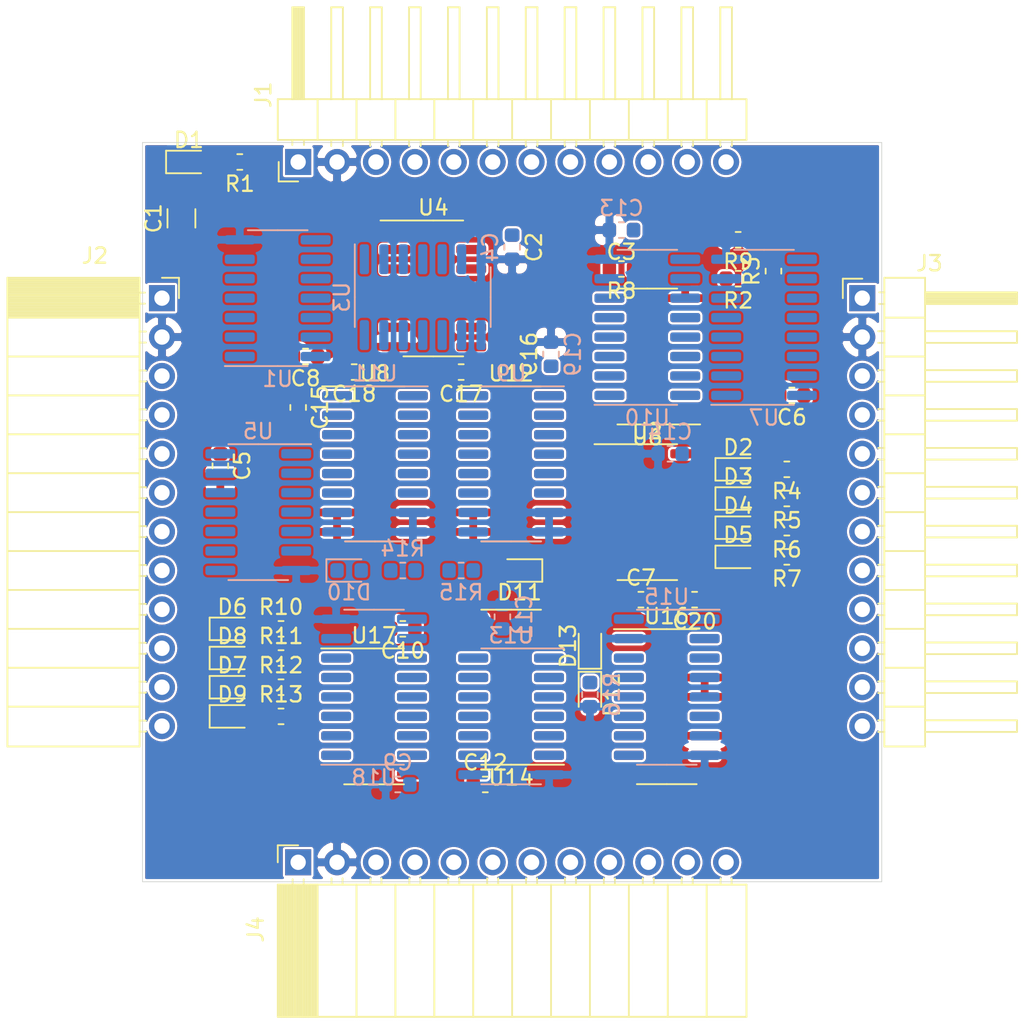
<source format=kicad_pcb>
(kicad_pcb (version 20171130) (host pcbnew 5.1.2)

  (general
    (thickness 1.6)
    (drawings 4)
    (tracks 0)
    (zones 0)
    (modules 71)
    (nets 112)
  )

  (page A4)
  (layers
    (0 F.Cu signal)
    (31 B.Cu signal)
    (32 B.Adhes user)
    (33 F.Adhes user)
    (34 B.Paste user)
    (35 F.Paste user)
    (36 B.SilkS user)
    (37 F.SilkS user)
    (38 B.Mask user)
    (39 F.Mask user)
    (40 Dwgs.User user)
    (41 Cmts.User user)
    (42 Eco1.User user)
    (43 Eco2.User user)
    (44 Edge.Cuts user)
    (45 Margin user)
    (46 B.CrtYd user)
    (47 F.CrtYd user)
    (48 B.Fab user hide)
    (49 F.Fab user)
  )

  (setup
    (last_trace_width 0.1524)
    (trace_clearance 0.1524)
    (zone_clearance 0.1524)
    (zone_45_only no)
    (trace_min 0.1524)
    (via_size 0.6)
    (via_drill 0.3)
    (via_min_size 0.4)
    (via_min_drill 0.3)
    (uvia_size 0.3)
    (uvia_drill 0.1)
    (uvias_allowed no)
    (uvia_min_size 0.2)
    (uvia_min_drill 0.1)
    (edge_width 0.05)
    (segment_width 0.2)
    (pcb_text_width 0.3)
    (pcb_text_size 1.5 1.5)
    (mod_edge_width 0.12)
    (mod_text_size 1 1)
    (mod_text_width 0.15)
    (pad_size 1.524 1.524)
    (pad_drill 0.762)
    (pad_to_mask_clearance 0.051)
    (solder_mask_min_width 0.25)
    (aux_axis_origin 0 0)
    (visible_elements FFFFFF7F)
    (pcbplotparams
      (layerselection 0x010fc_ffffffff)
      (usegerberextensions false)
      (usegerberattributes false)
      (usegerberadvancedattributes false)
      (creategerberjobfile false)
      (excludeedgelayer true)
      (linewidth 0.100000)
      (plotframeref false)
      (viasonmask false)
      (mode 1)
      (useauxorigin false)
      (hpglpennumber 1)
      (hpglpenspeed 20)
      (hpglpendiameter 15.000000)
      (psnegative false)
      (psa4output false)
      (plotreference true)
      (plotvalue true)
      (plotinvisibletext false)
      (padsonsilk false)
      (subtractmaskfromsilk false)
      (outputformat 1)
      (mirror false)
      (drillshape 1)
      (scaleselection 1)
      (outputdirectory ""))
  )

  (net 0 "")
  (net 1 GND)
  (net 2 VCC)
  (net 3 "Net-(D1-Pad2)")
  (net 4 /LogicBlock/cfg29)
  (net 5 "Net-(D2-Pad2)")
  (net 6 "Net-(D3-Pad2)")
  (net 7 "Net-(D4-Pad2)")
  (net 8 "Net-(D5-Pad2)")
  (net 9 "Net-(D6-Pad1)")
  (net 10 "Net-(D6-Pad2)")
  (net 11 "Net-(D7-Pad1)")
  (net 12 "Net-(D7-Pad2)")
  (net 13 "Net-(D8-Pad2)")
  (net 14 /LogicBlock/LUTD/lut_in3_n)
  (net 15 /LogicBlock/LUTD/lut_b_en_n)
  (net 16 /LogicBlock/LUTD/lut_a_en_n)
  (net 17 /LogicBlock/LUTD/async_a)
  (net 18 /LogicBlock/LUTD/async_c)
  (net 19 /LogicBlock/LUTD/async_b)
  (net 20 /fabric_t3)
  (net 21 /fabric_t2)
  (net 22 /fabric_t1)
  (net 23 /fabric_t0)
  (net 24 "Net-(J1-Pad8)")
  (net 25 "Net-(J1-Pad7)")
  (net 26 /LogicBlock/isp_mosi)
  (net 27 /LogicBlock/isp_sck)
  (net 28 /LogicBlock/rst_n)
  (net 29 /LogicBlock/clk)
  (net 30 /fabric_l0)
  (net 31 /fabric_l1)
  (net 32 /fabric_l2)
  (net 33 /fabric_l3)
  (net 34 /LogicBlock/isp_miso)
  (net 35 "Net-(J3-Pad8)")
  (net 36 /fabric_b2)
  (net 37 /fabric_b1)
  (net 38 /fabric_b0)
  (net 39 "Net-(J4-Pad8)")
  (net 40 "Net-(R2-Pad2)")
  (net 41 /LogicBlock/lut_out_a)
  (net 42 /LogicBlock/lut_out_c)
  (net 43 /LogicBlock/lut_out_b)
  (net 44 /LogicBlock/lut_out_b_async)
  (net 45 "Net-(R8-Pad2)")
  (net 46 /LogicBlock/cfg28)
  (net 47 /LogicBlock/cfg0)
  (net 48 /LogicBlock/cfg1)
  (net 49 /LogicBlock/cfg2)
  (net 50 /LogicBlock/cfg3)
  (net 51 /LogicBlock/cfg4)
  (net 52 /LogicBlock/cfg5)
  (net 53 /LogicBlock/cfg6)
  (net 54 /LogicBlock/cfg7)
  (net 55 /LogicBlock/cfg15)
  (net 56 /LogicBlock/cfg16)
  (net 57 /LogicBlock/cfg17)
  (net 58 /LogicBlock/cfg18)
  (net 59 /LogicBlock/cfg19)
  (net 60 /LogicBlock/cfg20)
  (net 61 /LogicBlock/cfg21)
  (net 62 /LogicBlock/cfg22)
  (net 63 /LogicBlock/cfg23)
  (net 64 /LogicBlock/cfg14)
  (net 65 /LogicBlock/cfg13)
  (net 66 /LogicBlock/cfg12)
  (net 67 /LogicBlock/cfg11)
  (net 68 /LogicBlock/cfg10)
  (net 69 /LogicBlock/cfg9)
  (net 70 /LogicBlock/cfg8)
  (net 71 /LogicBlock/cfg30)
  (net 72 /LogicBlock/cfg27)
  (net 73 /LogicBlock/cfg26)
  (net 74 /LogicBlock/cfg25)
  (net 75 /LogicBlock/cfg24)
  (net 76 /LogicBlock/lut_in0)
  (net 77 /LogicBlock/lut_in2)
  (net 78 /LogicBlock/lut_in1)
  (net 79 /LogicBlock/lut_in3)
  (net 80 "Net-(U13-Pad12)")
  (net 81 "Net-(U13-Pad11)")
  (net 82 "Net-(U13-Pad10)")
  (net 83 "Net-(U13-Pad6)")
  (net 84 "Net-(U13-Pad5)")
  (net 85 "Net-(U13-Pad4)")
  (net 86 "Net-(U13-Pad3)")
  (net 87 "Net-(U14-Pad6)")
  (net 88 /LogicBlock/LUTD/sync_a)
  (net 89 /LogicBlock/LUTD/sync_c)
  (net 90 /LogicBlock/LUTD/sync_b)
  (net 91 "Net-(U16-Pad15)")
  (net 92 "Net-(U16-Pad12)")
  (net 93 "Net-(U16-Pad10)")
  (net 94 "Net-(U17-Pad3)")
  (net 95 "Net-(U17-Pad4)")
  (net 96 "Net-(U17-Pad5)")
  (net 97 "Net-(U17-Pad6)")
  (net 98 "Net-(U17-Pad10)")
  (net 99 "Net-(U17-Pad11)")
  (net 100 "Net-(U17-Pad12)")
  (net 101 "Net-(U18-Pad6)")
  (net 102 "Net-(D8-Pad1)")
  (net 103 "Net-(D9-Pad2)")
  (net 104 "Net-(R3-Pad2)")
  (net 105 "Net-(R9-Pad2)")
  (net 106 /fabric_b3)
  (net 107 /LogicBlock/cfgX)
  (net 108 "Net-(U13-Pad1)")
  (net 109 /LogicBlock/cfgLO)
  (net 110 /miso)
  (net 111 /mosi_d)

  (net_class Default "This is the default net class."
    (clearance 0.1524)
    (trace_width 0.1524)
    (via_dia 0.6)
    (via_drill 0.3)
    (uvia_dia 0.3)
    (uvia_drill 0.1)
    (add_net /LogicBlock/LUTD/async_a)
    (add_net /LogicBlock/LUTD/async_b)
    (add_net /LogicBlock/LUTD/async_c)
    (add_net /LogicBlock/LUTD/lut_a_en_n)
    (add_net /LogicBlock/LUTD/lut_b_en_n)
    (add_net /LogicBlock/LUTD/lut_in3_n)
    (add_net /LogicBlock/LUTD/sync_a)
    (add_net /LogicBlock/LUTD/sync_b)
    (add_net /LogicBlock/LUTD/sync_c)
    (add_net /LogicBlock/cfg0)
    (add_net /LogicBlock/cfg1)
    (add_net /LogicBlock/cfg10)
    (add_net /LogicBlock/cfg11)
    (add_net /LogicBlock/cfg12)
    (add_net /LogicBlock/cfg13)
    (add_net /LogicBlock/cfg14)
    (add_net /LogicBlock/cfg15)
    (add_net /LogicBlock/cfg16)
    (add_net /LogicBlock/cfg17)
    (add_net /LogicBlock/cfg18)
    (add_net /LogicBlock/cfg19)
    (add_net /LogicBlock/cfg2)
    (add_net /LogicBlock/cfg20)
    (add_net /LogicBlock/cfg21)
    (add_net /LogicBlock/cfg22)
    (add_net /LogicBlock/cfg23)
    (add_net /LogicBlock/cfg24)
    (add_net /LogicBlock/cfg25)
    (add_net /LogicBlock/cfg26)
    (add_net /LogicBlock/cfg27)
    (add_net /LogicBlock/cfg28)
    (add_net /LogicBlock/cfg29)
    (add_net /LogicBlock/cfg3)
    (add_net /LogicBlock/cfg30)
    (add_net /LogicBlock/cfg4)
    (add_net /LogicBlock/cfg5)
    (add_net /LogicBlock/cfg6)
    (add_net /LogicBlock/cfg7)
    (add_net /LogicBlock/cfg8)
    (add_net /LogicBlock/cfg9)
    (add_net /LogicBlock/cfgLO)
    (add_net /LogicBlock/cfgX)
    (add_net /LogicBlock/clk)
    (add_net /LogicBlock/isp_miso)
    (add_net /LogicBlock/isp_mosi)
    (add_net /LogicBlock/isp_sck)
    (add_net /LogicBlock/lut_in0)
    (add_net /LogicBlock/lut_in1)
    (add_net /LogicBlock/lut_in2)
    (add_net /LogicBlock/lut_in3)
    (add_net /LogicBlock/lut_out_a)
    (add_net /LogicBlock/lut_out_b)
    (add_net /LogicBlock/lut_out_b_async)
    (add_net /LogicBlock/lut_out_c)
    (add_net /LogicBlock/rst_n)
    (add_net /fabric_b0)
    (add_net /fabric_b1)
    (add_net /fabric_b2)
    (add_net /fabric_b3)
    (add_net /fabric_l0)
    (add_net /fabric_l1)
    (add_net /fabric_l2)
    (add_net /fabric_l3)
    (add_net /fabric_t0)
    (add_net /fabric_t1)
    (add_net /fabric_t2)
    (add_net /fabric_t3)
    (add_net /miso)
    (add_net /mosi_d)
    (add_net GND)
    (add_net "Net-(D1-Pad2)")
    (add_net "Net-(D2-Pad2)")
    (add_net "Net-(D3-Pad2)")
    (add_net "Net-(D4-Pad2)")
    (add_net "Net-(D5-Pad2)")
    (add_net "Net-(D6-Pad1)")
    (add_net "Net-(D6-Pad2)")
    (add_net "Net-(D7-Pad1)")
    (add_net "Net-(D7-Pad2)")
    (add_net "Net-(D8-Pad1)")
    (add_net "Net-(D8-Pad2)")
    (add_net "Net-(D9-Pad2)")
    (add_net "Net-(J1-Pad7)")
    (add_net "Net-(J1-Pad8)")
    (add_net "Net-(J3-Pad8)")
    (add_net "Net-(J4-Pad8)")
    (add_net "Net-(R2-Pad2)")
    (add_net "Net-(R3-Pad2)")
    (add_net "Net-(R8-Pad2)")
    (add_net "Net-(R9-Pad2)")
    (add_net "Net-(U13-Pad1)")
    (add_net "Net-(U13-Pad10)")
    (add_net "Net-(U13-Pad11)")
    (add_net "Net-(U13-Pad12)")
    (add_net "Net-(U13-Pad3)")
    (add_net "Net-(U13-Pad4)")
    (add_net "Net-(U13-Pad5)")
    (add_net "Net-(U13-Pad6)")
    (add_net "Net-(U14-Pad6)")
    (add_net "Net-(U16-Pad10)")
    (add_net "Net-(U16-Pad12)")
    (add_net "Net-(U16-Pad15)")
    (add_net "Net-(U17-Pad10)")
    (add_net "Net-(U17-Pad11)")
    (add_net "Net-(U17-Pad12)")
    (add_net "Net-(U17-Pad3)")
    (add_net "Net-(U17-Pad4)")
    (add_net "Net-(U17-Pad5)")
    (add_net "Net-(U17-Pad6)")
    (add_net "Net-(U18-Pad6)")
    (add_net VCC)
  )

  (module Package_SO:SOIC-16_3.9x9.9mm_P1.27mm (layer F.Cu) (tedit 5C97300E) (tstamp 5CF7D198)
    (at 223.455 64.15788)
    (descr "SOIC, 16 Pin (JEDEC MS-012AC, https://www.analog.com/media/en/package-pcb-resources/package/pkg_pdf/soic_narrow-r/r_16.pdf), generated with kicad-footprint-generator ipc_gullwing_generator.py")
    (tags "SOIC SO")
    (path /5D77FDBE/5DDDB233)
    (attr smd)
    (fp_text reference U8 (at 0 -5.9) (layer F.SilkS)
      (effects (font (size 1 1) (thickness 0.15)))
    )
    (fp_text value 74251 (at 0 5.9) (layer F.Fab)
      (effects (font (size 1 1) (thickness 0.15)))
    )
    (fp_line (start 0 5.06) (end 1.95 5.06) (layer F.SilkS) (width 0.12))
    (fp_line (start 0 5.06) (end -1.95 5.06) (layer F.SilkS) (width 0.12))
    (fp_line (start 0 -5.06) (end 1.95 -5.06) (layer F.SilkS) (width 0.12))
    (fp_line (start 0 -5.06) (end -3.45 -5.06) (layer F.SilkS) (width 0.12))
    (fp_line (start -0.975 -4.95) (end 1.95 -4.95) (layer F.Fab) (width 0.1))
    (fp_line (start 1.95 -4.95) (end 1.95 4.95) (layer F.Fab) (width 0.1))
    (fp_line (start 1.95 4.95) (end -1.95 4.95) (layer F.Fab) (width 0.1))
    (fp_line (start -1.95 4.95) (end -1.95 -3.975) (layer F.Fab) (width 0.1))
    (fp_line (start -1.95 -3.975) (end -0.975 -4.95) (layer F.Fab) (width 0.1))
    (fp_line (start -3.7 -5.2) (end -3.7 5.2) (layer F.CrtYd) (width 0.05))
    (fp_line (start -3.7 5.2) (end 3.7 5.2) (layer F.CrtYd) (width 0.05))
    (fp_line (start 3.7 5.2) (end 3.7 -5.2) (layer F.CrtYd) (width 0.05))
    (fp_line (start 3.7 -5.2) (end -3.7 -5.2) (layer F.CrtYd) (width 0.05))
    (fp_text user %R (at 0 0) (layer F.Fab)
      (effects (font (size 0.98 0.98) (thickness 0.15)))
    )
    (pad 1 smd roundrect (at -2.475 -4.445) (size 1.95 0.6) (layers F.Cu F.Paste F.Mask) (roundrect_rratio 0.25)
      (net 32 /fabric_l2))
    (pad 2 smd roundrect (at -2.475 -3.175) (size 1.95 0.6) (layers F.Cu F.Paste F.Mask) (roundrect_rratio 0.25)
      (net 33 /fabric_l3))
    (pad 3 smd roundrect (at -2.475 -1.905) (size 1.95 0.6) (layers F.Cu F.Paste F.Mask) (roundrect_rratio 0.25)
      (net 30 /fabric_l0))
    (pad 4 smd roundrect (at -2.475 -0.635) (size 1.95 0.6) (layers F.Cu F.Paste F.Mask) (roundrect_rratio 0.25)
      (net 36 /fabric_b2))
    (pad 5 smd roundrect (at -2.475 0.635) (size 1.95 0.6) (layers F.Cu F.Paste F.Mask) (roundrect_rratio 0.25)
      (net 76 /LogicBlock/lut_in0))
    (pad 6 smd roundrect (at -2.475 1.905) (size 1.95 0.6) (layers F.Cu F.Paste F.Mask) (roundrect_rratio 0.25)
      (net 9 "Net-(D6-Pad1)"))
    (pad 7 smd roundrect (at -2.475 3.175) (size 1.95 0.6) (layers F.Cu F.Paste F.Mask) (roundrect_rratio 0.25)
      (net 1 GND))
    (pad 8 smd roundrect (at -2.475 4.445) (size 1.95 0.6) (layers F.Cu F.Paste F.Mask) (roundrect_rratio 0.25)
      (net 1 GND))
    (pad 9 smd roundrect (at 2.475 4.445) (size 1.95 0.6) (layers F.Cu F.Paste F.Mask) (roundrect_rratio 0.25)
      (net 59 /LogicBlock/cfg19))
    (pad 10 smd roundrect (at 2.475 3.175) (size 1.95 0.6) (layers F.Cu F.Paste F.Mask) (roundrect_rratio 0.25)
      (net 67 /LogicBlock/cfg11))
    (pad 11 smd roundrect (at 2.475 1.905) (size 1.95 0.6) (layers F.Cu F.Paste F.Mask) (roundrect_rratio 0.25)
      (net 66 /LogicBlock/cfg12))
    (pad 12 smd roundrect (at 2.475 0.635) (size 1.95 0.6) (layers F.Cu F.Paste F.Mask) (roundrect_rratio 0.25)
      (net 23 /fabric_t0))
    (pad 13 smd roundrect (at 2.475 -0.635) (size 1.95 0.6) (layers F.Cu F.Paste F.Mask) (roundrect_rratio 0.25)
      (net 38 /fabric_b0))
    (pad 14 smd roundrect (at 2.475 -1.905) (size 1.95 0.6) (layers F.Cu F.Paste F.Mask) (roundrect_rratio 0.25)
      (net 37 /fabric_b1))
    (pad 15 smd roundrect (at 2.475 -3.175) (size 1.95 0.6) (layers F.Cu F.Paste F.Mask) (roundrect_rratio 0.25)
      (net 31 /fabric_l1))
    (pad 16 smd roundrect (at 2.475 -4.445) (size 1.95 0.6) (layers F.Cu F.Paste F.Mask) (roundrect_rratio 0.25)
      (net 2 VCC))
    (model ${KISYS3DMOD}/Package_SO.3dshapes/SOIC-16_3.9x9.9mm_P1.27mm.wrl
      (at (xyz 0 0 0))
      (scale (xyz 1 1 1))
      (rotate (xyz 0 0 0))
    )
  )

  (module Capacitor_SMD:C_0603_1608Metric (layer F.Cu) (tedit 5B301BBE) (tstamp 5CF2C299)
    (at 232.41 50.0125 270)
    (descr "Capacitor SMD 0603 (1608 Metric), square (rectangular) end terminal, IPC_7351 nominal, (Body size source: http://www.tortai-tech.com/upload/download/2011102023233369053.pdf), generated with kicad-footprint-generator")
    (tags capacitor)
    (path /5D77FDBE/5D1457D8)
    (attr smd)
    (fp_text reference C2 (at 0 -1.43 90) (layer F.SilkS)
      (effects (font (size 1 1) (thickness 0.15)))
    )
    (fp_text value 100n (at 0 1.43 90) (layer F.Fab)
      (effects (font (size 1 1) (thickness 0.15)))
    )
    (fp_text user %R (at 0 0 90) (layer F.Fab)
      (effects (font (size 0.4 0.4) (thickness 0.06)))
    )
    (fp_line (start 1.48 0.73) (end -1.48 0.73) (layer F.CrtYd) (width 0.05))
    (fp_line (start 1.48 -0.73) (end 1.48 0.73) (layer F.CrtYd) (width 0.05))
    (fp_line (start -1.48 -0.73) (end 1.48 -0.73) (layer F.CrtYd) (width 0.05))
    (fp_line (start -1.48 0.73) (end -1.48 -0.73) (layer F.CrtYd) (width 0.05))
    (fp_line (start -0.162779 0.51) (end 0.162779 0.51) (layer F.SilkS) (width 0.12))
    (fp_line (start -0.162779 -0.51) (end 0.162779 -0.51) (layer F.SilkS) (width 0.12))
    (fp_line (start 0.8 0.4) (end -0.8 0.4) (layer F.Fab) (width 0.1))
    (fp_line (start 0.8 -0.4) (end 0.8 0.4) (layer F.Fab) (width 0.1))
    (fp_line (start -0.8 -0.4) (end 0.8 -0.4) (layer F.Fab) (width 0.1))
    (fp_line (start -0.8 0.4) (end -0.8 -0.4) (layer F.Fab) (width 0.1))
    (pad 2 smd roundrect (at 0.7875 0 270) (size 0.875 0.95) (layers F.Cu F.Paste F.Mask) (roundrect_rratio 0.25)
      (net 1 GND))
    (pad 1 smd roundrect (at -0.7875 0 270) (size 0.875 0.95) (layers F.Cu F.Paste F.Mask) (roundrect_rratio 0.25)
      (net 2 VCC))
    (model ${KISYS3DMOD}/Capacitor_SMD.3dshapes/C_0603_1608Metric.wrl
      (at (xyz 0 0 0))
      (scale (xyz 1 1 1))
      (rotate (xyz 0 0 0))
    )
  )

  (module Capacitor_SMD:C_0603_1608Metric (layer F.Cu) (tedit 5B301BBE) (tstamp 5CF2C2AA)
    (at 239.5475 48.895 180)
    (descr "Capacitor SMD 0603 (1608 Metric), square (rectangular) end terminal, IPC_7351 nominal, (Body size source: http://www.tortai-tech.com/upload/download/2011102023233369053.pdf), generated with kicad-footprint-generator")
    (tags capacitor)
    (path /5D77FDBE/5D14873A)
    (attr smd)
    (fp_text reference C3 (at 0 -1.43) (layer F.SilkS)
      (effects (font (size 1 1) (thickness 0.15)))
    )
    (fp_text value 100n (at 0 1.43) (layer F.Fab)
      (effects (font (size 1 1) (thickness 0.15)))
    )
    (fp_text user %R (at 0 0) (layer F.Fab)
      (effects (font (size 0.4 0.4) (thickness 0.06)))
    )
    (fp_line (start 1.48 0.73) (end -1.48 0.73) (layer F.CrtYd) (width 0.05))
    (fp_line (start 1.48 -0.73) (end 1.48 0.73) (layer F.CrtYd) (width 0.05))
    (fp_line (start -1.48 -0.73) (end 1.48 -0.73) (layer F.CrtYd) (width 0.05))
    (fp_line (start -1.48 0.73) (end -1.48 -0.73) (layer F.CrtYd) (width 0.05))
    (fp_line (start -0.162779 0.51) (end 0.162779 0.51) (layer F.SilkS) (width 0.12))
    (fp_line (start -0.162779 -0.51) (end 0.162779 -0.51) (layer F.SilkS) (width 0.12))
    (fp_line (start 0.8 0.4) (end -0.8 0.4) (layer F.Fab) (width 0.1))
    (fp_line (start 0.8 -0.4) (end 0.8 0.4) (layer F.Fab) (width 0.1))
    (fp_line (start -0.8 -0.4) (end 0.8 -0.4) (layer F.Fab) (width 0.1))
    (fp_line (start -0.8 0.4) (end -0.8 -0.4) (layer F.Fab) (width 0.1))
    (pad 2 smd roundrect (at 0.7875 0 180) (size 0.875 0.95) (layers F.Cu F.Paste F.Mask) (roundrect_rratio 0.25)
      (net 1 GND))
    (pad 1 smd roundrect (at -0.7875 0 180) (size 0.875 0.95) (layers F.Cu F.Paste F.Mask) (roundrect_rratio 0.25)
      (net 2 VCC))
    (model ${KISYS3DMOD}/Capacitor_SMD.3dshapes/C_0603_1608Metric.wrl
      (at (xyz 0 0 0))
      (scale (xyz 1 1 1))
      (rotate (xyz 0 0 0))
    )
  )

  (module Capacitor_SMD:C_0603_1608Metric (layer B.Cu) (tedit 5B301BBE) (tstamp 5CF2C2BB)
    (at 232.41 50.0125 270)
    (descr "Capacitor SMD 0603 (1608 Metric), square (rectangular) end terminal, IPC_7351 nominal, (Body size source: http://www.tortai-tech.com/upload/download/2011102023233369053.pdf), generated with kicad-footprint-generator")
    (tags capacitor)
    (path /5D77FDBE/5D148C32)
    (attr smd)
    (fp_text reference C4 (at 0 1.43 90) (layer B.SilkS)
      (effects (font (size 1 1) (thickness 0.15)) (justify mirror))
    )
    (fp_text value 100n (at 0 -1.43 90) (layer B.Fab)
      (effects (font (size 1 1) (thickness 0.15)) (justify mirror))
    )
    (fp_line (start -0.8 -0.4) (end -0.8 0.4) (layer B.Fab) (width 0.1))
    (fp_line (start -0.8 0.4) (end 0.8 0.4) (layer B.Fab) (width 0.1))
    (fp_line (start 0.8 0.4) (end 0.8 -0.4) (layer B.Fab) (width 0.1))
    (fp_line (start 0.8 -0.4) (end -0.8 -0.4) (layer B.Fab) (width 0.1))
    (fp_line (start -0.162779 0.51) (end 0.162779 0.51) (layer B.SilkS) (width 0.12))
    (fp_line (start -0.162779 -0.51) (end 0.162779 -0.51) (layer B.SilkS) (width 0.12))
    (fp_line (start -1.48 -0.73) (end -1.48 0.73) (layer B.CrtYd) (width 0.05))
    (fp_line (start -1.48 0.73) (end 1.48 0.73) (layer B.CrtYd) (width 0.05))
    (fp_line (start 1.48 0.73) (end 1.48 -0.73) (layer B.CrtYd) (width 0.05))
    (fp_line (start 1.48 -0.73) (end -1.48 -0.73) (layer B.CrtYd) (width 0.05))
    (fp_text user %R (at 0 0 90) (layer B.Fab)
      (effects (font (size 0.4 0.4) (thickness 0.06)) (justify mirror))
    )
    (pad 1 smd roundrect (at -0.7875 0 270) (size 0.875 0.95) (layers B.Cu B.Paste B.Mask) (roundrect_rratio 0.25)
      (net 2 VCC))
    (pad 2 smd roundrect (at 0.7875 0 270) (size 0.875 0.95) (layers B.Cu B.Paste B.Mask) (roundrect_rratio 0.25)
      (net 1 GND))
    (model ${KISYS3DMOD}/Capacitor_SMD.3dshapes/C_0603_1608Metric.wrl
      (at (xyz 0 0 0))
      (scale (xyz 1 1 1))
      (rotate (xyz 0 0 0))
    )
  )

  (module Capacitor_SMD:C_0603_1608Metric (layer F.Cu) (tedit 5B301BBE) (tstamp 5CF2C2CC)
    (at 213.36 64.2875 270)
    (descr "Capacitor SMD 0603 (1608 Metric), square (rectangular) end terminal, IPC_7351 nominal, (Body size source: http://www.tortai-tech.com/upload/download/2011102023233369053.pdf), generated with kicad-footprint-generator")
    (tags capacitor)
    (path /5D77FDBE/5D1490B6)
    (attr smd)
    (fp_text reference C5 (at 0 -1.43 90) (layer F.SilkS)
      (effects (font (size 1 1) (thickness 0.15)))
    )
    (fp_text value 100n (at 0 1.43 90) (layer F.Fab)
      (effects (font (size 1 1) (thickness 0.15)))
    )
    (fp_text user %R (at 0 0 90) (layer F.Fab)
      (effects (font (size 0.4 0.4) (thickness 0.06)))
    )
    (fp_line (start 1.48 0.73) (end -1.48 0.73) (layer F.CrtYd) (width 0.05))
    (fp_line (start 1.48 -0.73) (end 1.48 0.73) (layer F.CrtYd) (width 0.05))
    (fp_line (start -1.48 -0.73) (end 1.48 -0.73) (layer F.CrtYd) (width 0.05))
    (fp_line (start -1.48 0.73) (end -1.48 -0.73) (layer F.CrtYd) (width 0.05))
    (fp_line (start -0.162779 0.51) (end 0.162779 0.51) (layer F.SilkS) (width 0.12))
    (fp_line (start -0.162779 -0.51) (end 0.162779 -0.51) (layer F.SilkS) (width 0.12))
    (fp_line (start 0.8 0.4) (end -0.8 0.4) (layer F.Fab) (width 0.1))
    (fp_line (start 0.8 -0.4) (end 0.8 0.4) (layer F.Fab) (width 0.1))
    (fp_line (start -0.8 -0.4) (end 0.8 -0.4) (layer F.Fab) (width 0.1))
    (fp_line (start -0.8 0.4) (end -0.8 -0.4) (layer F.Fab) (width 0.1))
    (pad 2 smd roundrect (at 0.7875 0 270) (size 0.875 0.95) (layers F.Cu F.Paste F.Mask) (roundrect_rratio 0.25)
      (net 1 GND))
    (pad 1 smd roundrect (at -0.7875 0 270) (size 0.875 0.95) (layers F.Cu F.Paste F.Mask) (roundrect_rratio 0.25)
      (net 2 VCC))
    (model ${KISYS3DMOD}/Capacitor_SMD.3dshapes/C_0603_1608Metric.wrl
      (at (xyz 0 0 0))
      (scale (xyz 1 1 1))
      (rotate (xyz 0 0 0))
    )
  )

  (module Capacitor_SMD:C_0603_1608Metric (layer F.Cu) (tedit 5B301BBE) (tstamp 5CF2C2DD)
    (at 250.6725 59.69 180)
    (descr "Capacitor SMD 0603 (1608 Metric), square (rectangular) end terminal, IPC_7351 nominal, (Body size source: http://www.tortai-tech.com/upload/download/2011102023233369053.pdf), generated with kicad-footprint-generator")
    (tags capacitor)
    (path /5D77FDBE/5D25277D)
    (attr smd)
    (fp_text reference C6 (at 0 -1.43) (layer F.SilkS)
      (effects (font (size 1 1) (thickness 0.15)))
    )
    (fp_text value 100n (at 0 1.43) (layer F.Fab)
      (effects (font (size 1 1) (thickness 0.15)))
    )
    (fp_line (start -0.8 0.4) (end -0.8 -0.4) (layer F.Fab) (width 0.1))
    (fp_line (start -0.8 -0.4) (end 0.8 -0.4) (layer F.Fab) (width 0.1))
    (fp_line (start 0.8 -0.4) (end 0.8 0.4) (layer F.Fab) (width 0.1))
    (fp_line (start 0.8 0.4) (end -0.8 0.4) (layer F.Fab) (width 0.1))
    (fp_line (start -0.162779 -0.51) (end 0.162779 -0.51) (layer F.SilkS) (width 0.12))
    (fp_line (start -0.162779 0.51) (end 0.162779 0.51) (layer F.SilkS) (width 0.12))
    (fp_line (start -1.48 0.73) (end -1.48 -0.73) (layer F.CrtYd) (width 0.05))
    (fp_line (start -1.48 -0.73) (end 1.48 -0.73) (layer F.CrtYd) (width 0.05))
    (fp_line (start 1.48 -0.73) (end 1.48 0.73) (layer F.CrtYd) (width 0.05))
    (fp_line (start 1.48 0.73) (end -1.48 0.73) (layer F.CrtYd) (width 0.05))
    (fp_text user %R (at 0 0) (layer F.Fab)
      (effects (font (size 0.4 0.4) (thickness 0.06)))
    )
    (pad 1 smd roundrect (at -0.7875 0 180) (size 0.875 0.95) (layers F.Cu F.Paste F.Mask) (roundrect_rratio 0.25)
      (net 2 VCC))
    (pad 2 smd roundrect (at 0.7875 0 180) (size 0.875 0.95) (layers F.Cu F.Paste F.Mask) (roundrect_rratio 0.25)
      (net 1 GND))
    (model ${KISYS3DMOD}/Capacitor_SMD.3dshapes/C_0603_1608Metric.wrl
      (at (xyz 0 0 0))
      (scale (xyz 1 1 1))
      (rotate (xyz 0 0 0))
    )
  )

  (module Capacitor_SMD:C_0603_1608Metric (layer F.Cu) (tedit 5B301BBE) (tstamp 5CF2C2EE)
    (at 240.8175 73.025)
    (descr "Capacitor SMD 0603 (1608 Metric), square (rectangular) end terminal, IPC_7351 nominal, (Body size source: http://www.tortai-tech.com/upload/download/2011102023233369053.pdf), generated with kicad-footprint-generator")
    (tags capacitor)
    (path /5D77FDBE/5D252787)
    (attr smd)
    (fp_text reference C7 (at 0 -1.43) (layer F.SilkS)
      (effects (font (size 1 1) (thickness 0.15)))
    )
    (fp_text value 100n (at 0 1.43) (layer F.Fab)
      (effects (font (size 1 1) (thickness 0.15)))
    )
    (fp_text user %R (at 0 0) (layer F.Fab)
      (effects (font (size 0.4 0.4) (thickness 0.06)))
    )
    (fp_line (start 1.48 0.73) (end -1.48 0.73) (layer F.CrtYd) (width 0.05))
    (fp_line (start 1.48 -0.73) (end 1.48 0.73) (layer F.CrtYd) (width 0.05))
    (fp_line (start -1.48 -0.73) (end 1.48 -0.73) (layer F.CrtYd) (width 0.05))
    (fp_line (start -1.48 0.73) (end -1.48 -0.73) (layer F.CrtYd) (width 0.05))
    (fp_line (start -0.162779 0.51) (end 0.162779 0.51) (layer F.SilkS) (width 0.12))
    (fp_line (start -0.162779 -0.51) (end 0.162779 -0.51) (layer F.SilkS) (width 0.12))
    (fp_line (start 0.8 0.4) (end -0.8 0.4) (layer F.Fab) (width 0.1))
    (fp_line (start 0.8 -0.4) (end 0.8 0.4) (layer F.Fab) (width 0.1))
    (fp_line (start -0.8 -0.4) (end 0.8 -0.4) (layer F.Fab) (width 0.1))
    (fp_line (start -0.8 0.4) (end -0.8 -0.4) (layer F.Fab) (width 0.1))
    (pad 2 smd roundrect (at 0.7875 0) (size 0.875 0.95) (layers F.Cu F.Paste F.Mask) (roundrect_rratio 0.25)
      (net 1 GND))
    (pad 1 smd roundrect (at -0.7875 0) (size 0.875 0.95) (layers F.Cu F.Paste F.Mask) (roundrect_rratio 0.25)
      (net 2 VCC))
    (model ${KISYS3DMOD}/Capacitor_SMD.3dshapes/C_0603_1608Metric.wrl
      (at (xyz 0 0 0))
      (scale (xyz 1 1 1))
      (rotate (xyz 0 0 0))
    )
  )

  (module Capacitor_SMD:C_0603_1608Metric (layer F.Cu) (tedit 5B301BBE) (tstamp 5CF2C2FF)
    (at 218.9225 57.15 180)
    (descr "Capacitor SMD 0603 (1608 Metric), square (rectangular) end terminal, IPC_7351 nominal, (Body size source: http://www.tortai-tech.com/upload/download/2011102023233369053.pdf), generated with kicad-footprint-generator")
    (tags capacitor)
    (path /5D77FDBE/5D252791)
    (attr smd)
    (fp_text reference C8 (at 0 -1.43) (layer F.SilkS)
      (effects (font (size 1 1) (thickness 0.15)))
    )
    (fp_text value 100n (at 0 1.43) (layer F.Fab)
      (effects (font (size 1 1) (thickness 0.15)))
    )
    (fp_line (start -0.8 0.4) (end -0.8 -0.4) (layer F.Fab) (width 0.1))
    (fp_line (start -0.8 -0.4) (end 0.8 -0.4) (layer F.Fab) (width 0.1))
    (fp_line (start 0.8 -0.4) (end 0.8 0.4) (layer F.Fab) (width 0.1))
    (fp_line (start 0.8 0.4) (end -0.8 0.4) (layer F.Fab) (width 0.1))
    (fp_line (start -0.162779 -0.51) (end 0.162779 -0.51) (layer F.SilkS) (width 0.12))
    (fp_line (start -0.162779 0.51) (end 0.162779 0.51) (layer F.SilkS) (width 0.12))
    (fp_line (start -1.48 0.73) (end -1.48 -0.73) (layer F.CrtYd) (width 0.05))
    (fp_line (start -1.48 -0.73) (end 1.48 -0.73) (layer F.CrtYd) (width 0.05))
    (fp_line (start 1.48 -0.73) (end 1.48 0.73) (layer F.CrtYd) (width 0.05))
    (fp_line (start 1.48 0.73) (end -1.48 0.73) (layer F.CrtYd) (width 0.05))
    (fp_text user %R (at 0 0) (layer F.Fab)
      (effects (font (size 0.4 0.4) (thickness 0.06)))
    )
    (pad 1 smd roundrect (at -0.7875 0 180) (size 0.875 0.95) (layers F.Cu F.Paste F.Mask) (roundrect_rratio 0.25)
      (net 2 VCC))
    (pad 2 smd roundrect (at 0.7875 0 180) (size 0.875 0.95) (layers F.Cu F.Paste F.Mask) (roundrect_rratio 0.25)
      (net 1 GND))
    (model ${KISYS3DMOD}/Capacitor_SMD.3dshapes/C_0603_1608Metric.wrl
      (at (xyz 0 0 0))
      (scale (xyz 1 1 1))
      (rotate (xyz 0 0 0))
    )
  )

  (module Capacitor_SMD:C_0603_1608Metric (layer B.Cu) (tedit 5B301BBE) (tstamp 5CF2C310)
    (at 224.9425 85.09 180)
    (descr "Capacitor SMD 0603 (1608 Metric), square (rectangular) end terminal, IPC_7351 nominal, (Body size source: http://www.tortai-tech.com/upload/download/2011102023233369053.pdf), generated with kicad-footprint-generator")
    (tags capacitor)
    (path /5D77FDBE/5D25279B)
    (attr smd)
    (fp_text reference C9 (at 0 1.43) (layer B.SilkS)
      (effects (font (size 1 1) (thickness 0.15)) (justify mirror))
    )
    (fp_text value 100n (at 0 -1.43) (layer B.Fab)
      (effects (font (size 1 1) (thickness 0.15)) (justify mirror))
    )
    (fp_text user %R (at 0 0) (layer B.Fab)
      (effects (font (size 0.4 0.4) (thickness 0.06)) (justify mirror))
    )
    (fp_line (start 1.48 -0.73) (end -1.48 -0.73) (layer B.CrtYd) (width 0.05))
    (fp_line (start 1.48 0.73) (end 1.48 -0.73) (layer B.CrtYd) (width 0.05))
    (fp_line (start -1.48 0.73) (end 1.48 0.73) (layer B.CrtYd) (width 0.05))
    (fp_line (start -1.48 -0.73) (end -1.48 0.73) (layer B.CrtYd) (width 0.05))
    (fp_line (start -0.162779 -0.51) (end 0.162779 -0.51) (layer B.SilkS) (width 0.12))
    (fp_line (start -0.162779 0.51) (end 0.162779 0.51) (layer B.SilkS) (width 0.12))
    (fp_line (start 0.8 -0.4) (end -0.8 -0.4) (layer B.Fab) (width 0.1))
    (fp_line (start 0.8 0.4) (end 0.8 -0.4) (layer B.Fab) (width 0.1))
    (fp_line (start -0.8 0.4) (end 0.8 0.4) (layer B.Fab) (width 0.1))
    (fp_line (start -0.8 -0.4) (end -0.8 0.4) (layer B.Fab) (width 0.1))
    (pad 2 smd roundrect (at 0.7875 0 180) (size 0.875 0.95) (layers B.Cu B.Paste B.Mask) (roundrect_rratio 0.25)
      (net 1 GND))
    (pad 1 smd roundrect (at -0.7875 0 180) (size 0.875 0.95) (layers B.Cu B.Paste B.Mask) (roundrect_rratio 0.25)
      (net 2 VCC))
    (model ${KISYS3DMOD}/Capacitor_SMD.3dshapes/C_0603_1608Metric.wrl
      (at (xyz 0 0 0))
      (scale (xyz 1 1 1))
      (rotate (xyz 0 0 0))
    )
  )

  (module Capacitor_SMD:C_0603_1608Metric (layer F.Cu) (tedit 5B301BBE) (tstamp 5CF2C321)
    (at 225.2725 74.93 180)
    (descr "Capacitor SMD 0603 (1608 Metric), square (rectangular) end terminal, IPC_7351 nominal, (Body size source: http://www.tortai-tech.com/upload/download/2011102023233369053.pdf), generated with kicad-footprint-generator")
    (tags capacitor)
    (path /5D77FDBE/5D28B2CB)
    (attr smd)
    (fp_text reference C10 (at 0 -1.43) (layer F.SilkS)
      (effects (font (size 1 1) (thickness 0.15)))
    )
    (fp_text value 100n (at 0 1.43) (layer F.Fab)
      (effects (font (size 1 1) (thickness 0.15)))
    )
    (fp_line (start -0.8 0.4) (end -0.8 -0.4) (layer F.Fab) (width 0.1))
    (fp_line (start -0.8 -0.4) (end 0.8 -0.4) (layer F.Fab) (width 0.1))
    (fp_line (start 0.8 -0.4) (end 0.8 0.4) (layer F.Fab) (width 0.1))
    (fp_line (start 0.8 0.4) (end -0.8 0.4) (layer F.Fab) (width 0.1))
    (fp_line (start -0.162779 -0.51) (end 0.162779 -0.51) (layer F.SilkS) (width 0.12))
    (fp_line (start -0.162779 0.51) (end 0.162779 0.51) (layer F.SilkS) (width 0.12))
    (fp_line (start -1.48 0.73) (end -1.48 -0.73) (layer F.CrtYd) (width 0.05))
    (fp_line (start -1.48 -0.73) (end 1.48 -0.73) (layer F.CrtYd) (width 0.05))
    (fp_line (start 1.48 -0.73) (end 1.48 0.73) (layer F.CrtYd) (width 0.05))
    (fp_line (start 1.48 0.73) (end -1.48 0.73) (layer F.CrtYd) (width 0.05))
    (fp_text user %R (at 0 0) (layer F.Fab)
      (effects (font (size 0.4 0.4) (thickness 0.06)))
    )
    (pad 1 smd roundrect (at -0.7875 0 180) (size 0.875 0.95) (layers F.Cu F.Paste F.Mask) (roundrect_rratio 0.25)
      (net 2 VCC))
    (pad 2 smd roundrect (at 0.7875 0 180) (size 0.875 0.95) (layers F.Cu F.Paste F.Mask) (roundrect_rratio 0.25)
      (net 1 GND))
    (model ${KISYS3DMOD}/Capacitor_SMD.3dshapes/C_0603_1608Metric.wrl
      (at (xyz 0 0 0))
      (scale (xyz 1 1 1))
      (rotate (xyz 0 0 0))
    )
  )

  (module Capacitor_SMD:C_0603_1608Metric (layer B.Cu) (tedit 5B301BBE) (tstamp 5CF2C332)
    (at 231.775 74.1425 90)
    (descr "Capacitor SMD 0603 (1608 Metric), square (rectangular) end terminal, IPC_7351 nominal, (Body size source: http://www.tortai-tech.com/upload/download/2011102023233369053.pdf), generated with kicad-footprint-generator")
    (tags capacitor)
    (path /5D77FDBE/5D28B2D5)
    (attr smd)
    (fp_text reference C11 (at 0 1.43 270) (layer B.SilkS)
      (effects (font (size 1 1) (thickness 0.15)) (justify mirror))
    )
    (fp_text value 100n (at 0 -1.43 270) (layer B.Fab)
      (effects (font (size 1 1) (thickness 0.15)) (justify mirror))
    )
    (fp_text user %R (at 0 0 270) (layer B.Fab)
      (effects (font (size 0.4 0.4) (thickness 0.06)) (justify mirror))
    )
    (fp_line (start 1.48 -0.73) (end -1.48 -0.73) (layer B.CrtYd) (width 0.05))
    (fp_line (start 1.48 0.73) (end 1.48 -0.73) (layer B.CrtYd) (width 0.05))
    (fp_line (start -1.48 0.73) (end 1.48 0.73) (layer B.CrtYd) (width 0.05))
    (fp_line (start -1.48 -0.73) (end -1.48 0.73) (layer B.CrtYd) (width 0.05))
    (fp_line (start -0.162779 -0.51) (end 0.162779 -0.51) (layer B.SilkS) (width 0.12))
    (fp_line (start -0.162779 0.51) (end 0.162779 0.51) (layer B.SilkS) (width 0.12))
    (fp_line (start 0.8 -0.4) (end -0.8 -0.4) (layer B.Fab) (width 0.1))
    (fp_line (start 0.8 0.4) (end 0.8 -0.4) (layer B.Fab) (width 0.1))
    (fp_line (start -0.8 0.4) (end 0.8 0.4) (layer B.Fab) (width 0.1))
    (fp_line (start -0.8 -0.4) (end -0.8 0.4) (layer B.Fab) (width 0.1))
    (pad 2 smd roundrect (at 0.7875 0 90) (size 0.875 0.95) (layers B.Cu B.Paste B.Mask) (roundrect_rratio 0.25)
      (net 1 GND))
    (pad 1 smd roundrect (at -0.7875 0 90) (size 0.875 0.95) (layers B.Cu B.Paste B.Mask) (roundrect_rratio 0.25)
      (net 2 VCC))
    (model ${KISYS3DMOD}/Capacitor_SMD.3dshapes/C_0603_1608Metric.wrl
      (at (xyz 0 0 0))
      (scale (xyz 1 1 1))
      (rotate (xyz 0 0 0))
    )
  )

  (module Capacitor_SMD:C_0603_1608Metric (layer F.Cu) (tedit 5B301BBE) (tstamp 5CF2C343)
    (at 230.6575 85.09)
    (descr "Capacitor SMD 0603 (1608 Metric), square (rectangular) end terminal, IPC_7351 nominal, (Body size source: http://www.tortai-tech.com/upload/download/2011102023233369053.pdf), generated with kicad-footprint-generator")
    (tags capacitor)
    (path /5D77FDBE/5E74B4E0)
    (attr smd)
    (fp_text reference C12 (at 0 -1.43) (layer F.SilkS)
      (effects (font (size 1 1) (thickness 0.15)))
    )
    (fp_text value 100n (at 0 1.43) (layer F.Fab)
      (effects (font (size 1 1) (thickness 0.15)))
    )
    (fp_line (start -0.8 0.4) (end -0.8 -0.4) (layer F.Fab) (width 0.1))
    (fp_line (start -0.8 -0.4) (end 0.8 -0.4) (layer F.Fab) (width 0.1))
    (fp_line (start 0.8 -0.4) (end 0.8 0.4) (layer F.Fab) (width 0.1))
    (fp_line (start 0.8 0.4) (end -0.8 0.4) (layer F.Fab) (width 0.1))
    (fp_line (start -0.162779 -0.51) (end 0.162779 -0.51) (layer F.SilkS) (width 0.12))
    (fp_line (start -0.162779 0.51) (end 0.162779 0.51) (layer F.SilkS) (width 0.12))
    (fp_line (start -1.48 0.73) (end -1.48 -0.73) (layer F.CrtYd) (width 0.05))
    (fp_line (start -1.48 -0.73) (end 1.48 -0.73) (layer F.CrtYd) (width 0.05))
    (fp_line (start 1.48 -0.73) (end 1.48 0.73) (layer F.CrtYd) (width 0.05))
    (fp_line (start 1.48 0.73) (end -1.48 0.73) (layer F.CrtYd) (width 0.05))
    (fp_text user %R (at 0 0) (layer F.Fab)
      (effects (font (size 0.4 0.4) (thickness 0.06)))
    )
    (pad 1 smd roundrect (at -0.7875 0) (size 0.875 0.95) (layers F.Cu F.Paste F.Mask) (roundrect_rratio 0.25)
      (net 2 VCC))
    (pad 2 smd roundrect (at 0.7875 0) (size 0.875 0.95) (layers F.Cu F.Paste F.Mask) (roundrect_rratio 0.25)
      (net 1 GND))
    (model ${KISYS3DMOD}/Capacitor_SMD.3dshapes/C_0603_1608Metric.wrl
      (at (xyz 0 0 0))
      (scale (xyz 1 1 1))
      (rotate (xyz 0 0 0))
    )
  )

  (module Capacitor_SMD:C_0603_1608Metric (layer B.Cu) (tedit 5B301BBE) (tstamp 5CF2C354)
    (at 239.5475 48.895 180)
    (descr "Capacitor SMD 0603 (1608 Metric), square (rectangular) end terminal, IPC_7351 nominal, (Body size source: http://www.tortai-tech.com/upload/download/2011102023233369053.pdf), generated with kicad-footprint-generator")
    (tags capacitor)
    (path /5D77FDBE/5E74B4EA)
    (attr smd)
    (fp_text reference C13 (at 0 1.43) (layer B.SilkS)
      (effects (font (size 1 1) (thickness 0.15)) (justify mirror))
    )
    (fp_text value 100n (at 0 -1.43) (layer B.Fab)
      (effects (font (size 1 1) (thickness 0.15)) (justify mirror))
    )
    (fp_line (start -0.8 -0.4) (end -0.8 0.4) (layer B.Fab) (width 0.1))
    (fp_line (start -0.8 0.4) (end 0.8 0.4) (layer B.Fab) (width 0.1))
    (fp_line (start 0.8 0.4) (end 0.8 -0.4) (layer B.Fab) (width 0.1))
    (fp_line (start 0.8 -0.4) (end -0.8 -0.4) (layer B.Fab) (width 0.1))
    (fp_line (start -0.162779 0.51) (end 0.162779 0.51) (layer B.SilkS) (width 0.12))
    (fp_line (start -0.162779 -0.51) (end 0.162779 -0.51) (layer B.SilkS) (width 0.12))
    (fp_line (start -1.48 -0.73) (end -1.48 0.73) (layer B.CrtYd) (width 0.05))
    (fp_line (start -1.48 0.73) (end 1.48 0.73) (layer B.CrtYd) (width 0.05))
    (fp_line (start 1.48 0.73) (end 1.48 -0.73) (layer B.CrtYd) (width 0.05))
    (fp_line (start 1.48 -0.73) (end -1.48 -0.73) (layer B.CrtYd) (width 0.05))
    (fp_text user %R (at 0 0) (layer B.Fab)
      (effects (font (size 0.4 0.4) (thickness 0.06)) (justify mirror))
    )
    (pad 1 smd roundrect (at -0.7875 0 180) (size 0.875 0.95) (layers B.Cu B.Paste B.Mask) (roundrect_rratio 0.25)
      (net 2 VCC))
    (pad 2 smd roundrect (at 0.7875 0 180) (size 0.875 0.95) (layers B.Cu B.Paste B.Mask) (roundrect_rratio 0.25)
      (net 1 GND))
    (model ${KISYS3DMOD}/Capacitor_SMD.3dshapes/C_0603_1608Metric.wrl
      (at (xyz 0 0 0))
      (scale (xyz 1 1 1))
      (rotate (xyz 0 0 0))
    )
  )

  (module Capacitor_SMD:C_0603_1608Metric (layer B.Cu) (tedit 5B301BBE) (tstamp 5CF2C365)
    (at 242.7225 63.5 180)
    (descr "Capacitor SMD 0603 (1608 Metric), square (rectangular) end terminal, IPC_7351 nominal, (Body size source: http://www.tortai-tech.com/upload/download/2011102023233369053.pdf), generated with kicad-footprint-generator")
    (tags capacitor)
    (path /5D77FDBE/5D7AF013/5D182B36)
    (attr smd)
    (fp_text reference C14 (at 0 1.43 180) (layer B.SilkS)
      (effects (font (size 1 1) (thickness 0.15)) (justify mirror))
    )
    (fp_text value 100n (at 0 -1.43 180) (layer B.Fab)
      (effects (font (size 1 1) (thickness 0.15)) (justify mirror))
    )
    (fp_line (start -0.8 -0.4) (end -0.8 0.4) (layer B.Fab) (width 0.1))
    (fp_line (start -0.8 0.4) (end 0.8 0.4) (layer B.Fab) (width 0.1))
    (fp_line (start 0.8 0.4) (end 0.8 -0.4) (layer B.Fab) (width 0.1))
    (fp_line (start 0.8 -0.4) (end -0.8 -0.4) (layer B.Fab) (width 0.1))
    (fp_line (start -0.162779 0.51) (end 0.162779 0.51) (layer B.SilkS) (width 0.12))
    (fp_line (start -0.162779 -0.51) (end 0.162779 -0.51) (layer B.SilkS) (width 0.12))
    (fp_line (start -1.48 -0.73) (end -1.48 0.73) (layer B.CrtYd) (width 0.05))
    (fp_line (start -1.48 0.73) (end 1.48 0.73) (layer B.CrtYd) (width 0.05))
    (fp_line (start 1.48 0.73) (end 1.48 -0.73) (layer B.CrtYd) (width 0.05))
    (fp_line (start 1.48 -0.73) (end -1.48 -0.73) (layer B.CrtYd) (width 0.05))
    (fp_text user %R (at 0 0 180) (layer B.Fab)
      (effects (font (size 0.4 0.4) (thickness 0.06)) (justify mirror))
    )
    (pad 1 smd roundrect (at -0.7875 0 180) (size 0.875 0.95) (layers B.Cu B.Paste B.Mask) (roundrect_rratio 0.25)
      (net 2 VCC))
    (pad 2 smd roundrect (at 0.7875 0 180) (size 0.875 0.95) (layers B.Cu B.Paste B.Mask) (roundrect_rratio 0.25)
      (net 1 GND))
    (model ${KISYS3DMOD}/Capacitor_SMD.3dshapes/C_0603_1608Metric.wrl
      (at (xyz 0 0 0))
      (scale (xyz 1 1 1))
      (rotate (xyz 0 0 0))
    )
  )

  (module Capacitor_SMD:C_0603_1608Metric (layer F.Cu) (tedit 5B301BBE) (tstamp 5CF2C376)
    (at 218.44 60.4775 270)
    (descr "Capacitor SMD 0603 (1608 Metric), square (rectangular) end terminal, IPC_7351 nominal, (Body size source: http://www.tortai-tech.com/upload/download/2011102023233369053.pdf), generated with kicad-footprint-generator")
    (tags capacitor)
    (path /5D77FDBE/5D7AF013/5D2FCFE7)
    (attr smd)
    (fp_text reference C15 (at 0 -1.43 90) (layer F.SilkS)
      (effects (font (size 1 1) (thickness 0.15)))
    )
    (fp_text value 100n (at 0 1.43 90) (layer F.Fab)
      (effects (font (size 1 1) (thickness 0.15)))
    )
    (fp_text user %R (at 0 0 90) (layer F.Fab)
      (effects (font (size 0.4 0.4) (thickness 0.06)))
    )
    (fp_line (start 1.48 0.73) (end -1.48 0.73) (layer F.CrtYd) (width 0.05))
    (fp_line (start 1.48 -0.73) (end 1.48 0.73) (layer F.CrtYd) (width 0.05))
    (fp_line (start -1.48 -0.73) (end 1.48 -0.73) (layer F.CrtYd) (width 0.05))
    (fp_line (start -1.48 0.73) (end -1.48 -0.73) (layer F.CrtYd) (width 0.05))
    (fp_line (start -0.162779 0.51) (end 0.162779 0.51) (layer F.SilkS) (width 0.12))
    (fp_line (start -0.162779 -0.51) (end 0.162779 -0.51) (layer F.SilkS) (width 0.12))
    (fp_line (start 0.8 0.4) (end -0.8 0.4) (layer F.Fab) (width 0.1))
    (fp_line (start 0.8 -0.4) (end 0.8 0.4) (layer F.Fab) (width 0.1))
    (fp_line (start -0.8 -0.4) (end 0.8 -0.4) (layer F.Fab) (width 0.1))
    (fp_line (start -0.8 0.4) (end -0.8 -0.4) (layer F.Fab) (width 0.1))
    (pad 2 smd roundrect (at 0.7875 0 270) (size 0.875 0.95) (layers F.Cu F.Paste F.Mask) (roundrect_rratio 0.25)
      (net 1 GND))
    (pad 1 smd roundrect (at -0.7875 0 270) (size 0.875 0.95) (layers F.Cu F.Paste F.Mask) (roundrect_rratio 0.25)
      (net 2 VCC))
    (model ${KISYS3DMOD}/Capacitor_SMD.3dshapes/C_0603_1608Metric.wrl
      (at (xyz 0 0 0))
      (scale (xyz 1 1 1))
      (rotate (xyz 0 0 0))
    )
  )

  (module Capacitor_SMD:C_0603_1608Metric (layer F.Cu) (tedit 5B301BBE) (tstamp 5CF2C387)
    (at 234.95 56.9975 90)
    (descr "Capacitor SMD 0603 (1608 Metric), square (rectangular) end terminal, IPC_7351 nominal, (Body size source: http://www.tortai-tech.com/upload/download/2011102023233369053.pdf), generated with kicad-footprint-generator")
    (tags capacitor)
    (path /5D77FDBE/5D7AF013/5D2EACB1)
    (attr smd)
    (fp_text reference C16 (at 0 -1.43 90) (layer F.SilkS)
      (effects (font (size 1 1) (thickness 0.15)))
    )
    (fp_text value 100n (at 0 1.43 90) (layer F.Fab)
      (effects (font (size 1 1) (thickness 0.15)))
    )
    (fp_line (start -0.8 0.4) (end -0.8 -0.4) (layer F.Fab) (width 0.1))
    (fp_line (start -0.8 -0.4) (end 0.8 -0.4) (layer F.Fab) (width 0.1))
    (fp_line (start 0.8 -0.4) (end 0.8 0.4) (layer F.Fab) (width 0.1))
    (fp_line (start 0.8 0.4) (end -0.8 0.4) (layer F.Fab) (width 0.1))
    (fp_line (start -0.162779 -0.51) (end 0.162779 -0.51) (layer F.SilkS) (width 0.12))
    (fp_line (start -0.162779 0.51) (end 0.162779 0.51) (layer F.SilkS) (width 0.12))
    (fp_line (start -1.48 0.73) (end -1.48 -0.73) (layer F.CrtYd) (width 0.05))
    (fp_line (start -1.48 -0.73) (end 1.48 -0.73) (layer F.CrtYd) (width 0.05))
    (fp_line (start 1.48 -0.73) (end 1.48 0.73) (layer F.CrtYd) (width 0.05))
    (fp_line (start 1.48 0.73) (end -1.48 0.73) (layer F.CrtYd) (width 0.05))
    (fp_text user %R (at 0 0 90) (layer F.Fab)
      (effects (font (size 0.4 0.4) (thickness 0.06)))
    )
    (pad 1 smd roundrect (at -0.7875 0 90) (size 0.875 0.95) (layers F.Cu F.Paste F.Mask) (roundrect_rratio 0.25)
      (net 2 VCC))
    (pad 2 smd roundrect (at 0.7875 0 90) (size 0.875 0.95) (layers F.Cu F.Paste F.Mask) (roundrect_rratio 0.25)
      (net 1 GND))
    (model ${KISYS3DMOD}/Capacitor_SMD.3dshapes/C_0603_1608Metric.wrl
      (at (xyz 0 0 0))
      (scale (xyz 1 1 1))
      (rotate (xyz 0 0 0))
    )
  )

  (module Capacitor_SMD:C_0603_1608Metric (layer F.Cu) (tedit 5B301BBE) (tstamp 5CF2C398)
    (at 229.0825 58.166 180)
    (descr "Capacitor SMD 0603 (1608 Metric), square (rectangular) end terminal, IPC_7351 nominal, (Body size source: http://www.tortai-tech.com/upload/download/2011102023233369053.pdf), generated with kicad-footprint-generator")
    (tags capacitor)
    (path /5D77FDBE/5D7AF013/5D2EACB7)
    (attr smd)
    (fp_text reference C17 (at 0 -1.43) (layer F.SilkS)
      (effects (font (size 1 1) (thickness 0.15)))
    )
    (fp_text value 100n (at 0 1.43) (layer F.Fab)
      (effects (font (size 1 1) (thickness 0.15)))
    )
    (fp_text user %R (at 0 0) (layer F.Fab)
      (effects (font (size 0.4 0.4) (thickness 0.06)))
    )
    (fp_line (start 1.48 0.73) (end -1.48 0.73) (layer F.CrtYd) (width 0.05))
    (fp_line (start 1.48 -0.73) (end 1.48 0.73) (layer F.CrtYd) (width 0.05))
    (fp_line (start -1.48 -0.73) (end 1.48 -0.73) (layer F.CrtYd) (width 0.05))
    (fp_line (start -1.48 0.73) (end -1.48 -0.73) (layer F.CrtYd) (width 0.05))
    (fp_line (start -0.162779 0.51) (end 0.162779 0.51) (layer F.SilkS) (width 0.12))
    (fp_line (start -0.162779 -0.51) (end 0.162779 -0.51) (layer F.SilkS) (width 0.12))
    (fp_line (start 0.8 0.4) (end -0.8 0.4) (layer F.Fab) (width 0.1))
    (fp_line (start 0.8 -0.4) (end 0.8 0.4) (layer F.Fab) (width 0.1))
    (fp_line (start -0.8 -0.4) (end 0.8 -0.4) (layer F.Fab) (width 0.1))
    (fp_line (start -0.8 0.4) (end -0.8 -0.4) (layer F.Fab) (width 0.1))
    (pad 2 smd roundrect (at 0.7875 0 180) (size 0.875 0.95) (layers F.Cu F.Paste F.Mask) (roundrect_rratio 0.25)
      (net 1 GND))
    (pad 1 smd roundrect (at -0.7875 0 180) (size 0.875 0.95) (layers F.Cu F.Paste F.Mask) (roundrect_rratio 0.25)
      (net 2 VCC))
    (model ${KISYS3DMOD}/Capacitor_SMD.3dshapes/C_0603_1608Metric.wrl
      (at (xyz 0 0 0))
      (scale (xyz 1 1 1))
      (rotate (xyz 0 0 0))
    )
  )

  (module Capacitor_SMD:C_0603_1608Metric (layer F.Cu) (tedit 5B301BBE) (tstamp 5CF2C3A9)
    (at 222.0975 58.166 180)
    (descr "Capacitor SMD 0603 (1608 Metric), square (rectangular) end terminal, IPC_7351 nominal, (Body size source: http://www.tortai-tech.com/upload/download/2011102023233369053.pdf), generated with kicad-footprint-generator")
    (tags capacitor)
    (path /5D77FDBE/5D7AF013/5D2EACBD)
    (attr smd)
    (fp_text reference C18 (at 0 -1.43) (layer F.SilkS)
      (effects (font (size 1 1) (thickness 0.15)))
    )
    (fp_text value 100n (at 0 1.43) (layer F.Fab)
      (effects (font (size 1 1) (thickness 0.15)))
    )
    (fp_line (start -0.8 0.4) (end -0.8 -0.4) (layer F.Fab) (width 0.1))
    (fp_line (start -0.8 -0.4) (end 0.8 -0.4) (layer F.Fab) (width 0.1))
    (fp_line (start 0.8 -0.4) (end 0.8 0.4) (layer F.Fab) (width 0.1))
    (fp_line (start 0.8 0.4) (end -0.8 0.4) (layer F.Fab) (width 0.1))
    (fp_line (start -0.162779 -0.51) (end 0.162779 -0.51) (layer F.SilkS) (width 0.12))
    (fp_line (start -0.162779 0.51) (end 0.162779 0.51) (layer F.SilkS) (width 0.12))
    (fp_line (start -1.48 0.73) (end -1.48 -0.73) (layer F.CrtYd) (width 0.05))
    (fp_line (start -1.48 -0.73) (end 1.48 -0.73) (layer F.CrtYd) (width 0.05))
    (fp_line (start 1.48 -0.73) (end 1.48 0.73) (layer F.CrtYd) (width 0.05))
    (fp_line (start 1.48 0.73) (end -1.48 0.73) (layer F.CrtYd) (width 0.05))
    (fp_text user %R (at 0 0) (layer F.Fab)
      (effects (font (size 0.4 0.4) (thickness 0.06)))
    )
    (pad 1 smd roundrect (at -0.7875 0 180) (size 0.875 0.95) (layers F.Cu F.Paste F.Mask) (roundrect_rratio 0.25)
      (net 2 VCC))
    (pad 2 smd roundrect (at 0.7875 0 180) (size 0.875 0.95) (layers F.Cu F.Paste F.Mask) (roundrect_rratio 0.25)
      (net 1 GND))
    (model ${KISYS3DMOD}/Capacitor_SMD.3dshapes/C_0603_1608Metric.wrl
      (at (xyz 0 0 0))
      (scale (xyz 1 1 1))
      (rotate (xyz 0 0 0))
    )
  )

  (module Capacitor_SMD:C_0603_1608Metric (layer B.Cu) (tedit 5B301BBE) (tstamp 5CF2C3BA)
    (at 234.95 56.9975 90)
    (descr "Capacitor SMD 0603 (1608 Metric), square (rectangular) end terminal, IPC_7351 nominal, (Body size source: http://www.tortai-tech.com/upload/download/2011102023233369053.pdf), generated with kicad-footprint-generator")
    (tags capacitor)
    (path /5D77FDBE/5D7AF013/5D2EACC3)
    (attr smd)
    (fp_text reference C19 (at 0 1.43 90) (layer B.SilkS)
      (effects (font (size 1 1) (thickness 0.15)) (justify mirror))
    )
    (fp_text value 100n (at 0 -1.43 90) (layer B.Fab)
      (effects (font (size 1 1) (thickness 0.15)) (justify mirror))
    )
    (fp_text user %R (at 0 0 90) (layer B.Fab)
      (effects (font (size 0.4 0.4) (thickness 0.06)) (justify mirror))
    )
    (fp_line (start 1.48 -0.73) (end -1.48 -0.73) (layer B.CrtYd) (width 0.05))
    (fp_line (start 1.48 0.73) (end 1.48 -0.73) (layer B.CrtYd) (width 0.05))
    (fp_line (start -1.48 0.73) (end 1.48 0.73) (layer B.CrtYd) (width 0.05))
    (fp_line (start -1.48 -0.73) (end -1.48 0.73) (layer B.CrtYd) (width 0.05))
    (fp_line (start -0.162779 -0.51) (end 0.162779 -0.51) (layer B.SilkS) (width 0.12))
    (fp_line (start -0.162779 0.51) (end 0.162779 0.51) (layer B.SilkS) (width 0.12))
    (fp_line (start 0.8 -0.4) (end -0.8 -0.4) (layer B.Fab) (width 0.1))
    (fp_line (start 0.8 0.4) (end 0.8 -0.4) (layer B.Fab) (width 0.1))
    (fp_line (start -0.8 0.4) (end 0.8 0.4) (layer B.Fab) (width 0.1))
    (fp_line (start -0.8 -0.4) (end -0.8 0.4) (layer B.Fab) (width 0.1))
    (pad 2 smd roundrect (at 0.7875 0 90) (size 0.875 0.95) (layers B.Cu B.Paste B.Mask) (roundrect_rratio 0.25)
      (net 1 GND))
    (pad 1 smd roundrect (at -0.7875 0 90) (size 0.875 0.95) (layers B.Cu B.Paste B.Mask) (roundrect_rratio 0.25)
      (net 2 VCC))
    (model ${KISYS3DMOD}/Capacitor_SMD.3dshapes/C_0603_1608Metric.wrl
      (at (xyz 0 0 0))
      (scale (xyz 1 1 1))
      (rotate (xyz 0 0 0))
    )
  )

  (module Capacitor_SMD:C_0603_1608Metric (layer F.Cu) (tedit 5B301BBE) (tstamp 5CF2C3CB)
    (at 244.3225 73.025 180)
    (descr "Capacitor SMD 0603 (1608 Metric), square (rectangular) end terminal, IPC_7351 nominal, (Body size source: http://www.tortai-tech.com/upload/download/2011102023233369053.pdf), generated with kicad-footprint-generator")
    (tags capacitor)
    (path /5D77FDBE/5D7AF013/5D2FCD73)
    (attr smd)
    (fp_text reference C20 (at 0 -1.43) (layer F.SilkS)
      (effects (font (size 1 1) (thickness 0.15)))
    )
    (fp_text value 100n (at 0 1.43) (layer F.Fab)
      (effects (font (size 1 1) (thickness 0.15)))
    )
    (fp_line (start -0.8 0.4) (end -0.8 -0.4) (layer F.Fab) (width 0.1))
    (fp_line (start -0.8 -0.4) (end 0.8 -0.4) (layer F.Fab) (width 0.1))
    (fp_line (start 0.8 -0.4) (end 0.8 0.4) (layer F.Fab) (width 0.1))
    (fp_line (start 0.8 0.4) (end -0.8 0.4) (layer F.Fab) (width 0.1))
    (fp_line (start -0.162779 -0.51) (end 0.162779 -0.51) (layer F.SilkS) (width 0.12))
    (fp_line (start -0.162779 0.51) (end 0.162779 0.51) (layer F.SilkS) (width 0.12))
    (fp_line (start -1.48 0.73) (end -1.48 -0.73) (layer F.CrtYd) (width 0.05))
    (fp_line (start -1.48 -0.73) (end 1.48 -0.73) (layer F.CrtYd) (width 0.05))
    (fp_line (start 1.48 -0.73) (end 1.48 0.73) (layer F.CrtYd) (width 0.05))
    (fp_line (start 1.48 0.73) (end -1.48 0.73) (layer F.CrtYd) (width 0.05))
    (fp_text user %R (at 0 0) (layer F.Fab)
      (effects (font (size 0.4 0.4) (thickness 0.06)))
    )
    (pad 1 smd roundrect (at -0.7875 0 180) (size 0.875 0.95) (layers F.Cu F.Paste F.Mask) (roundrect_rratio 0.25)
      (net 2 VCC))
    (pad 2 smd roundrect (at 0.7875 0 180) (size 0.875 0.95) (layers F.Cu F.Paste F.Mask) (roundrect_rratio 0.25)
      (net 1 GND))
    (model ${KISYS3DMOD}/Capacitor_SMD.3dshapes/C_0603_1608Metric.wrl
      (at (xyz 0 0 0))
      (scale (xyz 1 1 1))
      (rotate (xyz 0 0 0))
    )
  )

  (module LED_SMD:LED_0603_1608Metric (layer F.Cu) (tedit 5B301BBE) (tstamp 5CF2C3DE)
    (at 247.1675 64.516)
    (descr "LED SMD 0603 (1608 Metric), square (rectangular) end terminal, IPC_7351 nominal, (Body size source: http://www.tortai-tech.com/upload/download/2011102023233369053.pdf), generated with kicad-footprint-generator")
    (tags diode)
    (path /5D77FDBE/5D3B34E8)
    (attr smd)
    (fp_text reference D2 (at 0 -1.43) (layer F.SilkS)
      (effects (font (size 1 1) (thickness 0.15)))
    )
    (fp_text value A (at 0 1.43) (layer F.Fab)
      (effects (font (size 1 1) (thickness 0.15)))
    )
    (fp_text user %R (at 0 0) (layer F.Fab)
      (effects (font (size 0.4 0.4) (thickness 0.06)))
    )
    (fp_line (start 1.48 0.73) (end -1.48 0.73) (layer F.CrtYd) (width 0.05))
    (fp_line (start 1.48 -0.73) (end 1.48 0.73) (layer F.CrtYd) (width 0.05))
    (fp_line (start -1.48 -0.73) (end 1.48 -0.73) (layer F.CrtYd) (width 0.05))
    (fp_line (start -1.48 0.73) (end -1.48 -0.73) (layer F.CrtYd) (width 0.05))
    (fp_line (start -1.485 0.735) (end 0.8 0.735) (layer F.SilkS) (width 0.12))
    (fp_line (start -1.485 -0.735) (end -1.485 0.735) (layer F.SilkS) (width 0.12))
    (fp_line (start 0.8 -0.735) (end -1.485 -0.735) (layer F.SilkS) (width 0.12))
    (fp_line (start 0.8 0.4) (end 0.8 -0.4) (layer F.Fab) (width 0.1))
    (fp_line (start -0.8 0.4) (end 0.8 0.4) (layer F.Fab) (width 0.1))
    (fp_line (start -0.8 -0.1) (end -0.8 0.4) (layer F.Fab) (width 0.1))
    (fp_line (start -0.5 -0.4) (end -0.8 -0.1) (layer F.Fab) (width 0.1))
    (fp_line (start 0.8 -0.4) (end -0.5 -0.4) (layer F.Fab) (width 0.1))
    (pad 2 smd roundrect (at 0.7875 0) (size 0.875 0.95) (layers F.Cu F.Paste F.Mask) (roundrect_rratio 0.25)
      (net 5 "Net-(D2-Pad2)"))
    (pad 1 smd roundrect (at -0.7875 0) (size 0.875 0.95) (layers F.Cu F.Paste F.Mask) (roundrect_rratio 0.25)
      (net 107 /LogicBlock/cfgX))
    (model ${KISYS3DMOD}/LED_SMD.3dshapes/LED_0603_1608Metric.wrl
      (at (xyz 0 0 0))
      (scale (xyz 1 1 1))
      (rotate (xyz 0 0 0))
    )
  )

  (module LED_SMD:LED_0603_1608Metric (layer F.Cu) (tedit 5B301BBE) (tstamp 5CF2C3F1)
    (at 247.1675 66.421)
    (descr "LED SMD 0603 (1608 Metric), square (rectangular) end terminal, IPC_7351 nominal, (Body size source: http://www.tortai-tech.com/upload/download/2011102023233369053.pdf), generated with kicad-footprint-generator")
    (tags diode)
    (path /5D77FDBE/5D3B34EE)
    (attr smd)
    (fp_text reference D3 (at 0 -1.43) (layer F.SilkS)
      (effects (font (size 1 1) (thickness 0.15)))
    )
    (fp_text value C (at 0 1.43) (layer F.Fab)
      (effects (font (size 1 1) (thickness 0.15)))
    )
    (fp_line (start 0.8 -0.4) (end -0.5 -0.4) (layer F.Fab) (width 0.1))
    (fp_line (start -0.5 -0.4) (end -0.8 -0.1) (layer F.Fab) (width 0.1))
    (fp_line (start -0.8 -0.1) (end -0.8 0.4) (layer F.Fab) (width 0.1))
    (fp_line (start -0.8 0.4) (end 0.8 0.4) (layer F.Fab) (width 0.1))
    (fp_line (start 0.8 0.4) (end 0.8 -0.4) (layer F.Fab) (width 0.1))
    (fp_line (start 0.8 -0.735) (end -1.485 -0.735) (layer F.SilkS) (width 0.12))
    (fp_line (start -1.485 -0.735) (end -1.485 0.735) (layer F.SilkS) (width 0.12))
    (fp_line (start -1.485 0.735) (end 0.8 0.735) (layer F.SilkS) (width 0.12))
    (fp_line (start -1.48 0.73) (end -1.48 -0.73) (layer F.CrtYd) (width 0.05))
    (fp_line (start -1.48 -0.73) (end 1.48 -0.73) (layer F.CrtYd) (width 0.05))
    (fp_line (start 1.48 -0.73) (end 1.48 0.73) (layer F.CrtYd) (width 0.05))
    (fp_line (start 1.48 0.73) (end -1.48 0.73) (layer F.CrtYd) (width 0.05))
    (fp_text user %R (at 0 0) (layer F.Fab)
      (effects (font (size 0.4 0.4) (thickness 0.06)))
    )
    (pad 1 smd roundrect (at -0.7875 0) (size 0.875 0.95) (layers F.Cu F.Paste F.Mask) (roundrect_rratio 0.25)
      (net 107 /LogicBlock/cfgX))
    (pad 2 smd roundrect (at 0.7875 0) (size 0.875 0.95) (layers F.Cu F.Paste F.Mask) (roundrect_rratio 0.25)
      (net 6 "Net-(D3-Pad2)"))
    (model ${KISYS3DMOD}/LED_SMD.3dshapes/LED_0603_1608Metric.wrl
      (at (xyz 0 0 0))
      (scale (xyz 1 1 1))
      (rotate (xyz 0 0 0))
    )
  )

  (module LED_SMD:LED_0603_1608Metric (layer F.Cu) (tedit 5B301BBE) (tstamp 5CF2C404)
    (at 247.1675 68.326)
    (descr "LED SMD 0603 (1608 Metric), square (rectangular) end terminal, IPC_7351 nominal, (Body size source: http://www.tortai-tech.com/upload/download/2011102023233369053.pdf), generated with kicad-footprint-generator")
    (tags diode)
    (path /5D77FDBE/5D3B34F4)
    (attr smd)
    (fp_text reference D4 (at 0 -1.43) (layer F.SilkS)
      (effects (font (size 1 1) (thickness 0.15)))
    )
    (fp_text value B (at 0 1.43) (layer F.Fab)
      (effects (font (size 1 1) (thickness 0.15)))
    )
    (fp_text user %R (at 0 0) (layer F.Fab)
      (effects (font (size 0.4 0.4) (thickness 0.06)))
    )
    (fp_line (start 1.48 0.73) (end -1.48 0.73) (layer F.CrtYd) (width 0.05))
    (fp_line (start 1.48 -0.73) (end 1.48 0.73) (layer F.CrtYd) (width 0.05))
    (fp_line (start -1.48 -0.73) (end 1.48 -0.73) (layer F.CrtYd) (width 0.05))
    (fp_line (start -1.48 0.73) (end -1.48 -0.73) (layer F.CrtYd) (width 0.05))
    (fp_line (start -1.485 0.735) (end 0.8 0.735) (layer F.SilkS) (width 0.12))
    (fp_line (start -1.485 -0.735) (end -1.485 0.735) (layer F.SilkS) (width 0.12))
    (fp_line (start 0.8 -0.735) (end -1.485 -0.735) (layer F.SilkS) (width 0.12))
    (fp_line (start 0.8 0.4) (end 0.8 -0.4) (layer F.Fab) (width 0.1))
    (fp_line (start -0.8 0.4) (end 0.8 0.4) (layer F.Fab) (width 0.1))
    (fp_line (start -0.8 -0.1) (end -0.8 0.4) (layer F.Fab) (width 0.1))
    (fp_line (start -0.5 -0.4) (end -0.8 -0.1) (layer F.Fab) (width 0.1))
    (fp_line (start 0.8 -0.4) (end -0.5 -0.4) (layer F.Fab) (width 0.1))
    (pad 2 smd roundrect (at 0.7875 0) (size 0.875 0.95) (layers F.Cu F.Paste F.Mask) (roundrect_rratio 0.25)
      (net 7 "Net-(D4-Pad2)"))
    (pad 1 smd roundrect (at -0.7875 0) (size 0.875 0.95) (layers F.Cu F.Paste F.Mask) (roundrect_rratio 0.25)
      (net 107 /LogicBlock/cfgX))
    (model ${KISYS3DMOD}/LED_SMD.3dshapes/LED_0603_1608Metric.wrl
      (at (xyz 0 0 0))
      (scale (xyz 1 1 1))
      (rotate (xyz 0 0 0))
    )
  )

  (module LED_SMD:LED_0603_1608Metric (layer F.Cu) (tedit 5B301BBE) (tstamp 5CF2C417)
    (at 247.1675 70.231)
    (descr "LED SMD 0603 (1608 Metric), square (rectangular) end terminal, IPC_7351 nominal, (Body size source: http://www.tortai-tech.com/upload/download/2011102023233369053.pdf), generated with kicad-footprint-generator")
    (tags diode)
    (path /5D77FDBE/5D3B34FA)
    (attr smd)
    (fp_text reference D5 (at 0 -1.43) (layer F.SilkS)
      (effects (font (size 1 1) (thickness 0.15)))
    )
    (fp_text value b (at 0 1.43) (layer F.Fab)
      (effects (font (size 1 1) (thickness 0.15)))
    )
    (fp_line (start 0.8 -0.4) (end -0.5 -0.4) (layer F.Fab) (width 0.1))
    (fp_line (start -0.5 -0.4) (end -0.8 -0.1) (layer F.Fab) (width 0.1))
    (fp_line (start -0.8 -0.1) (end -0.8 0.4) (layer F.Fab) (width 0.1))
    (fp_line (start -0.8 0.4) (end 0.8 0.4) (layer F.Fab) (width 0.1))
    (fp_line (start 0.8 0.4) (end 0.8 -0.4) (layer F.Fab) (width 0.1))
    (fp_line (start 0.8 -0.735) (end -1.485 -0.735) (layer F.SilkS) (width 0.12))
    (fp_line (start -1.485 -0.735) (end -1.485 0.735) (layer F.SilkS) (width 0.12))
    (fp_line (start -1.485 0.735) (end 0.8 0.735) (layer F.SilkS) (width 0.12))
    (fp_line (start -1.48 0.73) (end -1.48 -0.73) (layer F.CrtYd) (width 0.05))
    (fp_line (start -1.48 -0.73) (end 1.48 -0.73) (layer F.CrtYd) (width 0.05))
    (fp_line (start 1.48 -0.73) (end 1.48 0.73) (layer F.CrtYd) (width 0.05))
    (fp_line (start 1.48 0.73) (end -1.48 0.73) (layer F.CrtYd) (width 0.05))
    (fp_text user %R (at 0 0) (layer F.Fab)
      (effects (font (size 0.4 0.4) (thickness 0.06)))
    )
    (pad 1 smd roundrect (at -0.7875 0) (size 0.875 0.95) (layers F.Cu F.Paste F.Mask) (roundrect_rratio 0.25)
      (net 107 /LogicBlock/cfgX))
    (pad 2 smd roundrect (at 0.7875 0) (size 0.875 0.95) (layers F.Cu F.Paste F.Mask) (roundrect_rratio 0.25)
      (net 8 "Net-(D5-Pad2)"))
    (model ${KISYS3DMOD}/LED_SMD.3dshapes/LED_0603_1608Metric.wrl
      (at (xyz 0 0 0))
      (scale (xyz 1 1 1))
      (rotate (xyz 0 0 0))
    )
  )

  (module LED_SMD:LED_0603_1608Metric (layer F.Cu) (tedit 5B301BBE) (tstamp 5CF2C42A)
    (at 214.1475 74.93)
    (descr "LED SMD 0603 (1608 Metric), square (rectangular) end terminal, IPC_7351 nominal, (Body size source: http://www.tortai-tech.com/upload/download/2011102023233369053.pdf), generated with kicad-footprint-generator")
    (tags diode)
    (path /5D77FDBE/5E3D1F59)
    (attr smd)
    (fp_text reference D6 (at 0 -1.43) (layer F.SilkS)
      (effects (font (size 1 1) (thickness 0.15)))
    )
    (fp_text value 0 (at 0 1.43) (layer F.Fab)
      (effects (font (size 1 1) (thickness 0.15)))
    )
    (fp_text user %R (at 0 0) (layer F.Fab)
      (effects (font (size 0.4 0.4) (thickness 0.06)))
    )
    (fp_line (start 1.48 0.73) (end -1.48 0.73) (layer F.CrtYd) (width 0.05))
    (fp_line (start 1.48 -0.73) (end 1.48 0.73) (layer F.CrtYd) (width 0.05))
    (fp_line (start -1.48 -0.73) (end 1.48 -0.73) (layer F.CrtYd) (width 0.05))
    (fp_line (start -1.48 0.73) (end -1.48 -0.73) (layer F.CrtYd) (width 0.05))
    (fp_line (start -1.485 0.735) (end 0.8 0.735) (layer F.SilkS) (width 0.12))
    (fp_line (start -1.485 -0.735) (end -1.485 0.735) (layer F.SilkS) (width 0.12))
    (fp_line (start 0.8 -0.735) (end -1.485 -0.735) (layer F.SilkS) (width 0.12))
    (fp_line (start 0.8 0.4) (end 0.8 -0.4) (layer F.Fab) (width 0.1))
    (fp_line (start -0.8 0.4) (end 0.8 0.4) (layer F.Fab) (width 0.1))
    (fp_line (start -0.8 -0.1) (end -0.8 0.4) (layer F.Fab) (width 0.1))
    (fp_line (start -0.5 -0.4) (end -0.8 -0.1) (layer F.Fab) (width 0.1))
    (fp_line (start 0.8 -0.4) (end -0.5 -0.4) (layer F.Fab) (width 0.1))
    (pad 2 smd roundrect (at 0.7875 0) (size 0.875 0.95) (layers F.Cu F.Paste F.Mask) (roundrect_rratio 0.25)
      (net 10 "Net-(D6-Pad2)"))
    (pad 1 smd roundrect (at -0.7875 0) (size 0.875 0.95) (layers F.Cu F.Paste F.Mask) (roundrect_rratio 0.25)
      (net 9 "Net-(D6-Pad1)"))
    (model ${KISYS3DMOD}/LED_SMD.3dshapes/LED_0603_1608Metric.wrl
      (at (xyz 0 0 0))
      (scale (xyz 1 1 1))
      (rotate (xyz 0 0 0))
    )
  )

  (module LED_SMD:LED_0603_1608Metric (layer F.Cu) (tedit 5B301BBE) (tstamp 5CF2C43D)
    (at 214.1475 78.74)
    (descr "LED SMD 0603 (1608 Metric), square (rectangular) end terminal, IPC_7351 nominal, (Body size source: http://www.tortai-tech.com/upload/download/2011102023233369053.pdf), generated with kicad-footprint-generator")
    (tags diode)
    (path /5D77FDBE/5E44A4C7)
    (attr smd)
    (fp_text reference D7 (at 0 -1.43) (layer F.SilkS)
      (effects (font (size 1 1) (thickness 0.15)))
    )
    (fp_text value 2 (at 0 1.43) (layer F.Fab)
      (effects (font (size 1 1) (thickness 0.15)))
    )
    (fp_line (start 0.8 -0.4) (end -0.5 -0.4) (layer F.Fab) (width 0.1))
    (fp_line (start -0.5 -0.4) (end -0.8 -0.1) (layer F.Fab) (width 0.1))
    (fp_line (start -0.8 -0.1) (end -0.8 0.4) (layer F.Fab) (width 0.1))
    (fp_line (start -0.8 0.4) (end 0.8 0.4) (layer F.Fab) (width 0.1))
    (fp_line (start 0.8 0.4) (end 0.8 -0.4) (layer F.Fab) (width 0.1))
    (fp_line (start 0.8 -0.735) (end -1.485 -0.735) (layer F.SilkS) (width 0.12))
    (fp_line (start -1.485 -0.735) (end -1.485 0.735) (layer F.SilkS) (width 0.12))
    (fp_line (start -1.485 0.735) (end 0.8 0.735) (layer F.SilkS) (width 0.12))
    (fp_line (start -1.48 0.73) (end -1.48 -0.73) (layer F.CrtYd) (width 0.05))
    (fp_line (start -1.48 -0.73) (end 1.48 -0.73) (layer F.CrtYd) (width 0.05))
    (fp_line (start 1.48 -0.73) (end 1.48 0.73) (layer F.CrtYd) (width 0.05))
    (fp_line (start 1.48 0.73) (end -1.48 0.73) (layer F.CrtYd) (width 0.05))
    (fp_text user %R (at 0 0) (layer F.Fab)
      (effects (font (size 0.4 0.4) (thickness 0.06)))
    )
    (pad 1 smd roundrect (at -0.7875 0) (size 0.875 0.95) (layers F.Cu F.Paste F.Mask) (roundrect_rratio 0.25)
      (net 11 "Net-(D7-Pad1)"))
    (pad 2 smd roundrect (at 0.7875 0) (size 0.875 0.95) (layers F.Cu F.Paste F.Mask) (roundrect_rratio 0.25)
      (net 12 "Net-(D7-Pad2)"))
    (model ${KISYS3DMOD}/LED_SMD.3dshapes/LED_0603_1608Metric.wrl
      (at (xyz 0 0 0))
      (scale (xyz 1 1 1))
      (rotate (xyz 0 0 0))
    )
  )

  (module LED_SMD:LED_0603_1608Metric (layer F.Cu) (tedit 5B301BBE) (tstamp 5CF2C450)
    (at 214.1475 76.835)
    (descr "LED SMD 0603 (1608 Metric), square (rectangular) end terminal, IPC_7351 nominal, (Body size source: http://www.tortai-tech.com/upload/download/2011102023233369053.pdf), generated with kicad-footprint-generator")
    (tags diode)
    (path /5D77FDBE/5E49C4FE)
    (attr smd)
    (fp_text reference D8 (at 0 -1.43) (layer F.SilkS)
      (effects (font (size 1 1) (thickness 0.15)))
    )
    (fp_text value 1 (at 0 1.43) (layer F.Fab)
      (effects (font (size 1 1) (thickness 0.15)))
    )
    (fp_line (start 0.8 -0.4) (end -0.5 -0.4) (layer F.Fab) (width 0.1))
    (fp_line (start -0.5 -0.4) (end -0.8 -0.1) (layer F.Fab) (width 0.1))
    (fp_line (start -0.8 -0.1) (end -0.8 0.4) (layer F.Fab) (width 0.1))
    (fp_line (start -0.8 0.4) (end 0.8 0.4) (layer F.Fab) (width 0.1))
    (fp_line (start 0.8 0.4) (end 0.8 -0.4) (layer F.Fab) (width 0.1))
    (fp_line (start 0.8 -0.735) (end -1.485 -0.735) (layer F.SilkS) (width 0.12))
    (fp_line (start -1.485 -0.735) (end -1.485 0.735) (layer F.SilkS) (width 0.12))
    (fp_line (start -1.485 0.735) (end 0.8 0.735) (layer F.SilkS) (width 0.12))
    (fp_line (start -1.48 0.73) (end -1.48 -0.73) (layer F.CrtYd) (width 0.05))
    (fp_line (start -1.48 -0.73) (end 1.48 -0.73) (layer F.CrtYd) (width 0.05))
    (fp_line (start 1.48 -0.73) (end 1.48 0.73) (layer F.CrtYd) (width 0.05))
    (fp_line (start 1.48 0.73) (end -1.48 0.73) (layer F.CrtYd) (width 0.05))
    (fp_text user %R (at 0 0) (layer F.Fab)
      (effects (font (size 0.4 0.4) (thickness 0.06)))
    )
    (pad 1 smd roundrect (at -0.7875 0) (size 0.875 0.95) (layers F.Cu F.Paste F.Mask) (roundrect_rratio 0.25)
      (net 102 "Net-(D8-Pad1)"))
    (pad 2 smd roundrect (at 0.7875 0) (size 0.875 0.95) (layers F.Cu F.Paste F.Mask) (roundrect_rratio 0.25)
      (net 13 "Net-(D8-Pad2)"))
    (model ${KISYS3DMOD}/LED_SMD.3dshapes/LED_0603_1608Metric.wrl
      (at (xyz 0 0 0))
      (scale (xyz 1 1 1))
      (rotate (xyz 0 0 0))
    )
  )

  (module LED_SMD:LED_0603_1608Metric (layer F.Cu) (tedit 5B301BBE) (tstamp 5CF2C463)
    (at 214.1475 80.645)
    (descr "LED SMD 0603 (1608 Metric), square (rectangular) end terminal, IPC_7351 nominal, (Body size source: http://www.tortai-tech.com/upload/download/2011102023233369053.pdf), generated with kicad-footprint-generator")
    (tags diode)
    (path /5D77FDBE/5E49C517)
    (attr smd)
    (fp_text reference D9 (at 0 -1.43) (layer F.SilkS)
      (effects (font (size 1 1) (thickness 0.15)))
    )
    (fp_text value 3 (at 0 1.43) (layer F.Fab)
      (effects (font (size 1 1) (thickness 0.15)))
    )
    (fp_text user %R (at 0 0) (layer F.Fab)
      (effects (font (size 0.4 0.4) (thickness 0.06)))
    )
    (fp_line (start 1.48 0.73) (end -1.48 0.73) (layer F.CrtYd) (width 0.05))
    (fp_line (start 1.48 -0.73) (end 1.48 0.73) (layer F.CrtYd) (width 0.05))
    (fp_line (start -1.48 -0.73) (end 1.48 -0.73) (layer F.CrtYd) (width 0.05))
    (fp_line (start -1.48 0.73) (end -1.48 -0.73) (layer F.CrtYd) (width 0.05))
    (fp_line (start -1.485 0.735) (end 0.8 0.735) (layer F.SilkS) (width 0.12))
    (fp_line (start -1.485 -0.735) (end -1.485 0.735) (layer F.SilkS) (width 0.12))
    (fp_line (start 0.8 -0.735) (end -1.485 -0.735) (layer F.SilkS) (width 0.12))
    (fp_line (start 0.8 0.4) (end 0.8 -0.4) (layer F.Fab) (width 0.1))
    (fp_line (start -0.8 0.4) (end 0.8 0.4) (layer F.Fab) (width 0.1))
    (fp_line (start -0.8 -0.1) (end -0.8 0.4) (layer F.Fab) (width 0.1))
    (fp_line (start -0.5 -0.4) (end -0.8 -0.1) (layer F.Fab) (width 0.1))
    (fp_line (start 0.8 -0.4) (end -0.5 -0.4) (layer F.Fab) (width 0.1))
    (pad 2 smd roundrect (at 0.7875 0) (size 0.875 0.95) (layers F.Cu F.Paste F.Mask) (roundrect_rratio 0.25)
      (net 103 "Net-(D9-Pad2)"))
    (pad 1 smd roundrect (at -0.7875 0) (size 0.875 0.95) (layers F.Cu F.Paste F.Mask) (roundrect_rratio 0.25)
      (net 14 /LogicBlock/LUTD/lut_in3_n))
    (model ${KISYS3DMOD}/LED_SMD.3dshapes/LED_0603_1608Metric.wrl
      (at (xyz 0 0 0))
      (scale (xyz 1 1 1))
      (rotate (xyz 0 0 0))
    )
  )

  (module Diode_SMD:D_0603_1608Metric (layer B.Cu) (tedit 5B301BBE) (tstamp 5CF54C28)
    (at 221.7675 71.12)
    (descr "Diode SMD 0603 (1608 Metric), square (rectangular) end terminal, IPC_7351 nominal, (Body size source: http://www.tortai-tech.com/upload/download/2011102023233369053.pdf), generated with kicad-footprint-generator")
    (tags diode)
    (path /5D77FDBE/5D7AF013/5D544D70)
    (attr smd)
    (fp_text reference D10 (at 0 1.43) (layer B.SilkS)
      (effects (font (size 1 1) (thickness 0.15)) (justify mirror))
    )
    (fp_text value D_Schottky (at 0 -1.43) (layer B.Fab)
      (effects (font (size 1 1) (thickness 0.15)) (justify mirror))
    )
    (fp_line (start 0.8 0.4) (end -0.5 0.4) (layer B.Fab) (width 0.1))
    (fp_line (start -0.5 0.4) (end -0.8 0.1) (layer B.Fab) (width 0.1))
    (fp_line (start -0.8 0.1) (end -0.8 -0.4) (layer B.Fab) (width 0.1))
    (fp_line (start -0.8 -0.4) (end 0.8 -0.4) (layer B.Fab) (width 0.1))
    (fp_line (start 0.8 -0.4) (end 0.8 0.4) (layer B.Fab) (width 0.1))
    (fp_line (start 0.8 0.735) (end -1.485 0.735) (layer B.SilkS) (width 0.12))
    (fp_line (start -1.485 0.735) (end -1.485 -0.735) (layer B.SilkS) (width 0.12))
    (fp_line (start -1.485 -0.735) (end 0.8 -0.735) (layer B.SilkS) (width 0.12))
    (fp_line (start -1.48 -0.73) (end -1.48 0.73) (layer B.CrtYd) (width 0.05))
    (fp_line (start -1.48 0.73) (end 1.48 0.73) (layer B.CrtYd) (width 0.05))
    (fp_line (start 1.48 0.73) (end 1.48 -0.73) (layer B.CrtYd) (width 0.05))
    (fp_line (start 1.48 -0.73) (end -1.48 -0.73) (layer B.CrtYd) (width 0.05))
    (fp_text user %R (at 0 0) (layer B.Fab)
      (effects (font (size 0.4 0.4) (thickness 0.06)) (justify mirror))
    )
    (pad 1 smd roundrect (at -0.7875 0) (size 0.875 0.95) (layers B.Cu B.Paste B.Mask) (roundrect_rratio 0.25)
      (net 14 /LogicBlock/LUTD/lut_in3_n))
    (pad 2 smd roundrect (at 0.7875 0) (size 0.875 0.95) (layers B.Cu B.Paste B.Mask) (roundrect_rratio 0.25)
      (net 15 /LogicBlock/LUTD/lut_b_en_n))
    (model ${KISYS3DMOD}/Diode_SMD.3dshapes/D_0603_1608Metric.wrl
      (at (xyz 0 0 0))
      (scale (xyz 1 1 1))
      (rotate (xyz 0 0 0))
    )
  )

  (module Diode_SMD:D_0603_1608Metric (layer F.Cu) (tedit 5B301BBE) (tstamp 5CF2C489)
    (at 232.8925 71.12 180)
    (descr "Diode SMD 0603 (1608 Metric), square (rectangular) end terminal, IPC_7351 nominal, (Body size source: http://www.tortai-tech.com/upload/download/2011102023233369053.pdf), generated with kicad-footprint-generator")
    (tags diode)
    (path /5D77FDBE/5D7AF013/5D50C782)
    (attr smd)
    (fp_text reference D11 (at 0 -1.43) (layer F.SilkS)
      (effects (font (size 1 1) (thickness 0.15)))
    )
    (fp_text value D_Schottky (at 0 1.43) (layer F.Fab)
      (effects (font (size 1 1) (thickness 0.15)))
    )
    (fp_line (start 0.8 -0.4) (end -0.5 -0.4) (layer F.Fab) (width 0.1))
    (fp_line (start -0.5 -0.4) (end -0.8 -0.1) (layer F.Fab) (width 0.1))
    (fp_line (start -0.8 -0.1) (end -0.8 0.4) (layer F.Fab) (width 0.1))
    (fp_line (start -0.8 0.4) (end 0.8 0.4) (layer F.Fab) (width 0.1))
    (fp_line (start 0.8 0.4) (end 0.8 -0.4) (layer F.Fab) (width 0.1))
    (fp_line (start 0.8 -0.735) (end -1.485 -0.735) (layer F.SilkS) (width 0.12))
    (fp_line (start -1.485 -0.735) (end -1.485 0.735) (layer F.SilkS) (width 0.12))
    (fp_line (start -1.485 0.735) (end 0.8 0.735) (layer F.SilkS) (width 0.12))
    (fp_line (start -1.48 0.73) (end -1.48 -0.73) (layer F.CrtYd) (width 0.05))
    (fp_line (start -1.48 -0.73) (end 1.48 -0.73) (layer F.CrtYd) (width 0.05))
    (fp_line (start 1.48 -0.73) (end 1.48 0.73) (layer F.CrtYd) (width 0.05))
    (fp_line (start 1.48 0.73) (end -1.48 0.73) (layer F.CrtYd) (width 0.05))
    (fp_text user %R (at 0 0) (layer F.Fab)
      (effects (font (size 0.4 0.4) (thickness 0.06)))
    )
    (pad 1 smd roundrect (at -0.7875 0 180) (size 0.875 0.95) (layers F.Cu F.Paste F.Mask) (roundrect_rratio 0.25)
      (net 79 /LogicBlock/lut_in3))
    (pad 2 smd roundrect (at 0.7875 0 180) (size 0.875 0.95) (layers F.Cu F.Paste F.Mask) (roundrect_rratio 0.25)
      (net 16 /LogicBlock/LUTD/lut_a_en_n))
    (model ${KISYS3DMOD}/Diode_SMD.3dshapes/D_0603_1608Metric.wrl
      (at (xyz 0 0 0))
      (scale (xyz 1 1 1))
      (rotate (xyz 0 0 0))
    )
  )

  (module Diode_SMD:D_0603_1608Metric (layer F.Cu) (tedit 5B301BBE) (tstamp 5CF2C49C)
    (at 237.49 79.2225 270)
    (descr "Diode SMD 0603 (1608 Metric), square (rectangular) end terminal, IPC_7351 nominal, (Body size source: http://www.tortai-tech.com/upload/download/2011102023233369053.pdf), generated with kicad-footprint-generator")
    (tags diode)
    (path /5D77FDBE/5D7AF013/5D7F6986)
    (attr smd)
    (fp_text reference D12 (at 0 -1.43 90) (layer F.SilkS)
      (effects (font (size 1 1) (thickness 0.15)))
    )
    (fp_text value D_Schottky (at 0 1.43 90) (layer F.Fab)
      (effects (font (size 1 1) (thickness 0.15)))
    )
    (fp_text user %R (at 0 0 90) (layer F.Fab)
      (effects (font (size 0.4 0.4) (thickness 0.06)))
    )
    (fp_line (start 1.48 0.73) (end -1.48 0.73) (layer F.CrtYd) (width 0.05))
    (fp_line (start 1.48 -0.73) (end 1.48 0.73) (layer F.CrtYd) (width 0.05))
    (fp_line (start -1.48 -0.73) (end 1.48 -0.73) (layer F.CrtYd) (width 0.05))
    (fp_line (start -1.48 0.73) (end -1.48 -0.73) (layer F.CrtYd) (width 0.05))
    (fp_line (start -1.485 0.735) (end 0.8 0.735) (layer F.SilkS) (width 0.12))
    (fp_line (start -1.485 -0.735) (end -1.485 0.735) (layer F.SilkS) (width 0.12))
    (fp_line (start 0.8 -0.735) (end -1.485 -0.735) (layer F.SilkS) (width 0.12))
    (fp_line (start 0.8 0.4) (end 0.8 -0.4) (layer F.Fab) (width 0.1))
    (fp_line (start -0.8 0.4) (end 0.8 0.4) (layer F.Fab) (width 0.1))
    (fp_line (start -0.8 -0.1) (end -0.8 0.4) (layer F.Fab) (width 0.1))
    (fp_line (start -0.5 -0.4) (end -0.8 -0.1) (layer F.Fab) (width 0.1))
    (fp_line (start 0.8 -0.4) (end -0.5 -0.4) (layer F.Fab) (width 0.1))
    (pad 2 smd roundrect (at 0.7875 0 270) (size 0.875 0.95) (layers F.Cu F.Paste F.Mask) (roundrect_rratio 0.25)
      (net 17 /LogicBlock/LUTD/async_a))
    (pad 1 smd roundrect (at -0.7875 0 270) (size 0.875 0.95) (layers F.Cu F.Paste F.Mask) (roundrect_rratio 0.25)
      (net 18 /LogicBlock/LUTD/async_c))
    (model ${KISYS3DMOD}/Diode_SMD.3dshapes/D_0603_1608Metric.wrl
      (at (xyz 0 0 0))
      (scale (xyz 1 1 1))
      (rotate (xyz 0 0 0))
    )
  )

  (module Diode_SMD:D_0603_1608Metric (layer F.Cu) (tedit 5B301BBE) (tstamp 5CF2C4AF)
    (at 237.49 76.0475 90)
    (descr "Diode SMD 0603 (1608 Metric), square (rectangular) end terminal, IPC_7351 nominal, (Body size source: http://www.tortai-tech.com/upload/download/2011102023233369053.pdf), generated with kicad-footprint-generator")
    (tags diode)
    (path /5D77FDBE/5D7AF013/5D7F6FF8)
    (attr smd)
    (fp_text reference D13 (at 0 -1.43 90) (layer F.SilkS)
      (effects (font (size 1 1) (thickness 0.15)))
    )
    (fp_text value D_Schottky (at 0 1.43 90) (layer F.Fab)
      (effects (font (size 1 1) (thickness 0.15)))
    )
    (fp_text user %R (at 0 0 90) (layer F.Fab)
      (effects (font (size 0.4 0.4) (thickness 0.06)))
    )
    (fp_line (start 1.48 0.73) (end -1.48 0.73) (layer F.CrtYd) (width 0.05))
    (fp_line (start 1.48 -0.73) (end 1.48 0.73) (layer F.CrtYd) (width 0.05))
    (fp_line (start -1.48 -0.73) (end 1.48 -0.73) (layer F.CrtYd) (width 0.05))
    (fp_line (start -1.48 0.73) (end -1.48 -0.73) (layer F.CrtYd) (width 0.05))
    (fp_line (start -1.485 0.735) (end 0.8 0.735) (layer F.SilkS) (width 0.12))
    (fp_line (start -1.485 -0.735) (end -1.485 0.735) (layer F.SilkS) (width 0.12))
    (fp_line (start 0.8 -0.735) (end -1.485 -0.735) (layer F.SilkS) (width 0.12))
    (fp_line (start 0.8 0.4) (end 0.8 -0.4) (layer F.Fab) (width 0.1))
    (fp_line (start -0.8 0.4) (end 0.8 0.4) (layer F.Fab) (width 0.1))
    (fp_line (start -0.8 -0.1) (end -0.8 0.4) (layer F.Fab) (width 0.1))
    (fp_line (start -0.5 -0.4) (end -0.8 -0.1) (layer F.Fab) (width 0.1))
    (fp_line (start 0.8 -0.4) (end -0.5 -0.4) (layer F.Fab) (width 0.1))
    (pad 2 smd roundrect (at 0.7875 0 90) (size 0.875 0.95) (layers F.Cu F.Paste F.Mask) (roundrect_rratio 0.25)
      (net 19 /LogicBlock/LUTD/async_b))
    (pad 1 smd roundrect (at -0.7875 0 90) (size 0.875 0.95) (layers F.Cu F.Paste F.Mask) (roundrect_rratio 0.25)
      (net 18 /LogicBlock/LUTD/async_c))
    (model ${KISYS3DMOD}/Diode_SMD.3dshapes/D_0603_1608Metric.wrl
      (at (xyz 0 0 0))
      (scale (xyz 1 1 1))
      (rotate (xyz 0 0 0))
    )
  )

  (module Connector_PinSocket_2.54mm:PinSocket_1x12_P2.54mm_Horizontal (layer F.Cu) (tedit 5A19A41E) (tstamp 5CF37D30)
    (at 209.55 53.34)
    (descr "Through hole angled socket strip, 1x12, 2.54mm pitch, 8.51mm socket length, single row (from Kicad 4.0.7), script generated")
    (tags "Through hole angled socket strip THT 1x12 2.54mm single row")
    (path /5FE88CA2)
    (fp_text reference J2 (at -4.38 -2.77) (layer F.SilkS)
      (effects (font (size 1 1) (thickness 0.15)))
    )
    (fp_text value Left (at -4.38 30.71) (layer F.Fab)
      (effects (font (size 1 1) (thickness 0.15)))
    )
    (fp_line (start -10.03 -1.27) (end -2.49 -1.27) (layer F.Fab) (width 0.1))
    (fp_line (start -2.49 -1.27) (end -1.52 -0.3) (layer F.Fab) (width 0.1))
    (fp_line (start -1.52 -0.3) (end -1.52 29.21) (layer F.Fab) (width 0.1))
    (fp_line (start -1.52 29.21) (end -10.03 29.21) (layer F.Fab) (width 0.1))
    (fp_line (start -10.03 29.21) (end -10.03 -1.27) (layer F.Fab) (width 0.1))
    (fp_line (start 0 -0.3) (end -1.52 -0.3) (layer F.Fab) (width 0.1))
    (fp_line (start -1.52 0.3) (end 0 0.3) (layer F.Fab) (width 0.1))
    (fp_line (start 0 0.3) (end 0 -0.3) (layer F.Fab) (width 0.1))
    (fp_line (start 0 2.24) (end -1.52 2.24) (layer F.Fab) (width 0.1))
    (fp_line (start -1.52 2.84) (end 0 2.84) (layer F.Fab) (width 0.1))
    (fp_line (start 0 2.84) (end 0 2.24) (layer F.Fab) (width 0.1))
    (fp_line (start 0 4.78) (end -1.52 4.78) (layer F.Fab) (width 0.1))
    (fp_line (start -1.52 5.38) (end 0 5.38) (layer F.Fab) (width 0.1))
    (fp_line (start 0 5.38) (end 0 4.78) (layer F.Fab) (width 0.1))
    (fp_line (start 0 7.32) (end -1.52 7.32) (layer F.Fab) (width 0.1))
    (fp_line (start -1.52 7.92) (end 0 7.92) (layer F.Fab) (width 0.1))
    (fp_line (start 0 7.92) (end 0 7.32) (layer F.Fab) (width 0.1))
    (fp_line (start 0 9.86) (end -1.52 9.86) (layer F.Fab) (width 0.1))
    (fp_line (start -1.52 10.46) (end 0 10.46) (layer F.Fab) (width 0.1))
    (fp_line (start 0 10.46) (end 0 9.86) (layer F.Fab) (width 0.1))
    (fp_line (start 0 12.4) (end -1.52 12.4) (layer F.Fab) (width 0.1))
    (fp_line (start -1.52 13) (end 0 13) (layer F.Fab) (width 0.1))
    (fp_line (start 0 13) (end 0 12.4) (layer F.Fab) (width 0.1))
    (fp_line (start 0 14.94) (end -1.52 14.94) (layer F.Fab) (width 0.1))
    (fp_line (start -1.52 15.54) (end 0 15.54) (layer F.Fab) (width 0.1))
    (fp_line (start 0 15.54) (end 0 14.94) (layer F.Fab) (width 0.1))
    (fp_line (start 0 17.48) (end -1.52 17.48) (layer F.Fab) (width 0.1))
    (fp_line (start -1.52 18.08) (end 0 18.08) (layer F.Fab) (width 0.1))
    (fp_line (start 0 18.08) (end 0 17.48) (layer F.Fab) (width 0.1))
    (fp_line (start 0 20.02) (end -1.52 20.02) (layer F.Fab) (width 0.1))
    (fp_line (start -1.52 20.62) (end 0 20.62) (layer F.Fab) (width 0.1))
    (fp_line (start 0 20.62) (end 0 20.02) (layer F.Fab) (width 0.1))
    (fp_line (start 0 22.56) (end -1.52 22.56) (layer F.Fab) (width 0.1))
    (fp_line (start -1.52 23.16) (end 0 23.16) (layer F.Fab) (width 0.1))
    (fp_line (start 0 23.16) (end 0 22.56) (layer F.Fab) (width 0.1))
    (fp_line (start 0 25.1) (end -1.52 25.1) (layer F.Fab) (width 0.1))
    (fp_line (start -1.52 25.7) (end 0 25.7) (layer F.Fab) (width 0.1))
    (fp_line (start 0 25.7) (end 0 25.1) (layer F.Fab) (width 0.1))
    (fp_line (start 0 27.64) (end -1.52 27.64) (layer F.Fab) (width 0.1))
    (fp_line (start -1.52 28.24) (end 0 28.24) (layer F.Fab) (width 0.1))
    (fp_line (start 0 28.24) (end 0 27.64) (layer F.Fab) (width 0.1))
    (fp_line (start -10.09 -1.21) (end -1.46 -1.21) (layer F.SilkS) (width 0.12))
    (fp_line (start -10.09 -1.091905) (end -1.46 -1.091905) (layer F.SilkS) (width 0.12))
    (fp_line (start -10.09 -0.97381) (end -1.46 -0.97381) (layer F.SilkS) (width 0.12))
    (fp_line (start -10.09 -0.855715) (end -1.46 -0.855715) (layer F.SilkS) (width 0.12))
    (fp_line (start -10.09 -0.73762) (end -1.46 -0.73762) (layer F.SilkS) (width 0.12))
    (fp_line (start -10.09 -0.619525) (end -1.46 -0.619525) (layer F.SilkS) (width 0.12))
    (fp_line (start -10.09 -0.50143) (end -1.46 -0.50143) (layer F.SilkS) (width 0.12))
    (fp_line (start -10.09 -0.383335) (end -1.46 -0.383335) (layer F.SilkS) (width 0.12))
    (fp_line (start -10.09 -0.26524) (end -1.46 -0.26524) (layer F.SilkS) (width 0.12))
    (fp_line (start -10.09 -0.147145) (end -1.46 -0.147145) (layer F.SilkS) (width 0.12))
    (fp_line (start -10.09 -0.02905) (end -1.46 -0.02905) (layer F.SilkS) (width 0.12))
    (fp_line (start -10.09 0.089045) (end -1.46 0.089045) (layer F.SilkS) (width 0.12))
    (fp_line (start -10.09 0.20714) (end -1.46 0.20714) (layer F.SilkS) (width 0.12))
    (fp_line (start -10.09 0.325235) (end -1.46 0.325235) (layer F.SilkS) (width 0.12))
    (fp_line (start -10.09 0.44333) (end -1.46 0.44333) (layer F.SilkS) (width 0.12))
    (fp_line (start -10.09 0.561425) (end -1.46 0.561425) (layer F.SilkS) (width 0.12))
    (fp_line (start -10.09 0.67952) (end -1.46 0.67952) (layer F.SilkS) (width 0.12))
    (fp_line (start -10.09 0.797615) (end -1.46 0.797615) (layer F.SilkS) (width 0.12))
    (fp_line (start -10.09 0.91571) (end -1.46 0.91571) (layer F.SilkS) (width 0.12))
    (fp_line (start -10.09 1.033805) (end -1.46 1.033805) (layer F.SilkS) (width 0.12))
    (fp_line (start -10.09 1.1519) (end -1.46 1.1519) (layer F.SilkS) (width 0.12))
    (fp_line (start -1.46 -0.36) (end -1.11 -0.36) (layer F.SilkS) (width 0.12))
    (fp_line (start -1.46 0.36) (end -1.11 0.36) (layer F.SilkS) (width 0.12))
    (fp_line (start -1.46 2.18) (end -1.05 2.18) (layer F.SilkS) (width 0.12))
    (fp_line (start -1.46 2.9) (end -1.05 2.9) (layer F.SilkS) (width 0.12))
    (fp_line (start -1.46 4.72) (end -1.05 4.72) (layer F.SilkS) (width 0.12))
    (fp_line (start -1.46 5.44) (end -1.05 5.44) (layer F.SilkS) (width 0.12))
    (fp_line (start -1.46 7.26) (end -1.05 7.26) (layer F.SilkS) (width 0.12))
    (fp_line (start -1.46 7.98) (end -1.05 7.98) (layer F.SilkS) (width 0.12))
    (fp_line (start -1.46 9.8) (end -1.05 9.8) (layer F.SilkS) (width 0.12))
    (fp_line (start -1.46 10.52) (end -1.05 10.52) (layer F.SilkS) (width 0.12))
    (fp_line (start -1.46 12.34) (end -1.05 12.34) (layer F.SilkS) (width 0.12))
    (fp_line (start -1.46 13.06) (end -1.05 13.06) (layer F.SilkS) (width 0.12))
    (fp_line (start -1.46 14.88) (end -1.05 14.88) (layer F.SilkS) (width 0.12))
    (fp_line (start -1.46 15.6) (end -1.05 15.6) (layer F.SilkS) (width 0.12))
    (fp_line (start -1.46 17.42) (end -1.05 17.42) (layer F.SilkS) (width 0.12))
    (fp_line (start -1.46 18.14) (end -1.05 18.14) (layer F.SilkS) (width 0.12))
    (fp_line (start -1.46 19.96) (end -1.05 19.96) (layer F.SilkS) (width 0.12))
    (fp_line (start -1.46 20.68) (end -1.05 20.68) (layer F.SilkS) (width 0.12))
    (fp_line (start -1.46 22.5) (end -1.05 22.5) (layer F.SilkS) (width 0.12))
    (fp_line (start -1.46 23.22) (end -1.05 23.22) (layer F.SilkS) (width 0.12))
    (fp_line (start -1.46 25.04) (end -1.05 25.04) (layer F.SilkS) (width 0.12))
    (fp_line (start -1.46 25.76) (end -1.05 25.76) (layer F.SilkS) (width 0.12))
    (fp_line (start -1.46 27.58) (end -1.05 27.58) (layer F.SilkS) (width 0.12))
    (fp_line (start -1.46 28.3) (end -1.05 28.3) (layer F.SilkS) (width 0.12))
    (fp_line (start -10.09 1.27) (end -1.46 1.27) (layer F.SilkS) (width 0.12))
    (fp_line (start -10.09 3.81) (end -1.46 3.81) (layer F.SilkS) (width 0.12))
    (fp_line (start -10.09 6.35) (end -1.46 6.35) (layer F.SilkS) (width 0.12))
    (fp_line (start -10.09 8.89) (end -1.46 8.89) (layer F.SilkS) (width 0.12))
    (fp_line (start -10.09 11.43) (end -1.46 11.43) (layer F.SilkS) (width 0.12))
    (fp_line (start -10.09 13.97) (end -1.46 13.97) (layer F.SilkS) (width 0.12))
    (fp_line (start -10.09 16.51) (end -1.46 16.51) (layer F.SilkS) (width 0.12))
    (fp_line (start -10.09 19.05) (end -1.46 19.05) (layer F.SilkS) (width 0.12))
    (fp_line (start -10.09 21.59) (end -1.46 21.59) (layer F.SilkS) (width 0.12))
    (fp_line (start -10.09 24.13) (end -1.46 24.13) (layer F.SilkS) (width 0.12))
    (fp_line (start -10.09 26.67) (end -1.46 26.67) (layer F.SilkS) (width 0.12))
    (fp_line (start -10.09 -1.33) (end -1.46 -1.33) (layer F.SilkS) (width 0.12))
    (fp_line (start -1.46 -1.33) (end -1.46 29.27) (layer F.SilkS) (width 0.12))
    (fp_line (start -10.09 29.27) (end -1.46 29.27) (layer F.SilkS) (width 0.12))
    (fp_line (start -10.09 -1.33) (end -10.09 29.27) (layer F.SilkS) (width 0.12))
    (fp_line (start 1.11 -1.33) (end 1.11 0) (layer F.SilkS) (width 0.12))
    (fp_line (start 0 -1.33) (end 1.11 -1.33) (layer F.SilkS) (width 0.12))
    (fp_line (start 1.75 -1.75) (end -10.55 -1.75) (layer F.CrtYd) (width 0.05))
    (fp_line (start -10.55 -1.75) (end -10.55 29.75) (layer F.CrtYd) (width 0.05))
    (fp_line (start -10.55 29.75) (end 1.75 29.75) (layer F.CrtYd) (width 0.05))
    (fp_line (start 1.75 29.75) (end 1.75 -1.75) (layer F.CrtYd) (width 0.05))
    (fp_text user %R (at -5.775 13.97 90) (layer F.Fab)
      (effects (font (size 1 1) (thickness 0.15)))
    )
    (pad 1 thru_hole rect (at 0 0) (size 1.7 1.7) (drill 1) (layers *.Cu *.Mask)
      (net 2 VCC))
    (pad 2 thru_hole oval (at 0 2.54) (size 1.7 1.7) (drill 1) (layers *.Cu *.Mask)
      (net 1 GND))
    (pad 3 thru_hole oval (at 0 5.08) (size 1.7 1.7) (drill 1) (layers *.Cu *.Mask)
      (net 29 /LogicBlock/clk))
    (pad 4 thru_hole oval (at 0 7.62) (size 1.7 1.7) (drill 1) (layers *.Cu *.Mask)
      (net 28 /LogicBlock/rst_n))
    (pad 5 thru_hole oval (at 0 10.16) (size 1.7 1.7) (drill 1) (layers *.Cu *.Mask)
      (net 27 /LogicBlock/isp_sck))
    (pad 6 thru_hole oval (at 0 12.7) (size 1.7 1.7) (drill 1) (layers *.Cu *.Mask)
      (net 26 /LogicBlock/isp_mosi))
    (pad 7 thru_hole oval (at 0 15.24) (size 1.7 1.7) (drill 1) (layers *.Cu *.Mask)
      (net 110 /miso))
    (pad 8 thru_hole oval (at 0 17.78) (size 1.7 1.7) (drill 1) (layers *.Cu *.Mask)
      (net 111 /mosi_d))
    (pad 9 thru_hole oval (at 0 20.32) (size 1.7 1.7) (drill 1) (layers *.Cu *.Mask)
      (net 33 /fabric_l3))
    (pad 10 thru_hole oval (at 0 22.86) (size 1.7 1.7) (drill 1) (layers *.Cu *.Mask)
      (net 32 /fabric_l2))
    (pad 11 thru_hole oval (at 0 25.4) (size 1.7 1.7) (drill 1) (layers *.Cu *.Mask)
      (net 31 /fabric_l1))
    (pad 12 thru_hole oval (at 0 27.94) (size 1.7 1.7) (drill 1) (layers *.Cu *.Mask)
      (net 30 /fabric_l0))
    (model ${KISYS3DMOD}/Connector_PinSocket_2.54mm.3dshapes/PinSocket_1x12_P2.54mm_Horizontal.wrl
      (at (xyz 0 0 0))
      (scale (xyz 1 1 1))
      (rotate (xyz 0 0 0))
    )
  )

  (module Connector_PinHeader_2.54mm:PinHeader_1x12_P2.54mm_Horizontal (layer F.Cu) (tedit 59FED5CB) (tstamp 5CF2C65C)
    (at 255.27 53.34)
    (descr "Through hole angled pin header, 1x12, 2.54mm pitch, 6mm pin length, single row")
    (tags "Through hole angled pin header THT 1x12 2.54mm single row")
    (path /5CF23FEF)
    (fp_text reference J3 (at 4.385 -2.27) (layer F.SilkS)
      (effects (font (size 1 1) (thickness 0.15)))
    )
    (fp_text value Right (at 4.385 30.21) (layer F.Fab)
      (effects (font (size 1 1) (thickness 0.15)))
    )
    (fp_line (start 2.135 -1.27) (end 4.04 -1.27) (layer F.Fab) (width 0.1))
    (fp_line (start 4.04 -1.27) (end 4.04 29.21) (layer F.Fab) (width 0.1))
    (fp_line (start 4.04 29.21) (end 1.5 29.21) (layer F.Fab) (width 0.1))
    (fp_line (start 1.5 29.21) (end 1.5 -0.635) (layer F.Fab) (width 0.1))
    (fp_line (start 1.5 -0.635) (end 2.135 -1.27) (layer F.Fab) (width 0.1))
    (fp_line (start -0.32 -0.32) (end 1.5 -0.32) (layer F.Fab) (width 0.1))
    (fp_line (start -0.32 -0.32) (end -0.32 0.32) (layer F.Fab) (width 0.1))
    (fp_line (start -0.32 0.32) (end 1.5 0.32) (layer F.Fab) (width 0.1))
    (fp_line (start 4.04 -0.32) (end 10.04 -0.32) (layer F.Fab) (width 0.1))
    (fp_line (start 10.04 -0.32) (end 10.04 0.32) (layer F.Fab) (width 0.1))
    (fp_line (start 4.04 0.32) (end 10.04 0.32) (layer F.Fab) (width 0.1))
    (fp_line (start -0.32 2.22) (end 1.5 2.22) (layer F.Fab) (width 0.1))
    (fp_line (start -0.32 2.22) (end -0.32 2.86) (layer F.Fab) (width 0.1))
    (fp_line (start -0.32 2.86) (end 1.5 2.86) (layer F.Fab) (width 0.1))
    (fp_line (start 4.04 2.22) (end 10.04 2.22) (layer F.Fab) (width 0.1))
    (fp_line (start 10.04 2.22) (end 10.04 2.86) (layer F.Fab) (width 0.1))
    (fp_line (start 4.04 2.86) (end 10.04 2.86) (layer F.Fab) (width 0.1))
    (fp_line (start -0.32 4.76) (end 1.5 4.76) (layer F.Fab) (width 0.1))
    (fp_line (start -0.32 4.76) (end -0.32 5.4) (layer F.Fab) (width 0.1))
    (fp_line (start -0.32 5.4) (end 1.5 5.4) (layer F.Fab) (width 0.1))
    (fp_line (start 4.04 4.76) (end 10.04 4.76) (layer F.Fab) (width 0.1))
    (fp_line (start 10.04 4.76) (end 10.04 5.4) (layer F.Fab) (width 0.1))
    (fp_line (start 4.04 5.4) (end 10.04 5.4) (layer F.Fab) (width 0.1))
    (fp_line (start -0.32 7.3) (end 1.5 7.3) (layer F.Fab) (width 0.1))
    (fp_line (start -0.32 7.3) (end -0.32 7.94) (layer F.Fab) (width 0.1))
    (fp_line (start -0.32 7.94) (end 1.5 7.94) (layer F.Fab) (width 0.1))
    (fp_line (start 4.04 7.3) (end 10.04 7.3) (layer F.Fab) (width 0.1))
    (fp_line (start 10.04 7.3) (end 10.04 7.94) (layer F.Fab) (width 0.1))
    (fp_line (start 4.04 7.94) (end 10.04 7.94) (layer F.Fab) (width 0.1))
    (fp_line (start -0.32 9.84) (end 1.5 9.84) (layer F.Fab) (width 0.1))
    (fp_line (start -0.32 9.84) (end -0.32 10.48) (layer F.Fab) (width 0.1))
    (fp_line (start -0.32 10.48) (end 1.5 10.48) (layer F.Fab) (width 0.1))
    (fp_line (start 4.04 9.84) (end 10.04 9.84) (layer F.Fab) (width 0.1))
    (fp_line (start 10.04 9.84) (end 10.04 10.48) (layer F.Fab) (width 0.1))
    (fp_line (start 4.04 10.48) (end 10.04 10.48) (layer F.Fab) (width 0.1))
    (fp_line (start -0.32 12.38) (end 1.5 12.38) (layer F.Fab) (width 0.1))
    (fp_line (start -0.32 12.38) (end -0.32 13.02) (layer F.Fab) (width 0.1))
    (fp_line (start -0.32 13.02) (end 1.5 13.02) (layer F.Fab) (width 0.1))
    (fp_line (start 4.04 12.38) (end 10.04 12.38) (layer F.Fab) (width 0.1))
    (fp_line (start 10.04 12.38) (end 10.04 13.02) (layer F.Fab) (width 0.1))
    (fp_line (start 4.04 13.02) (end 10.04 13.02) (layer F.Fab) (width 0.1))
    (fp_line (start -0.32 14.92) (end 1.5 14.92) (layer F.Fab) (width 0.1))
    (fp_line (start -0.32 14.92) (end -0.32 15.56) (layer F.Fab) (width 0.1))
    (fp_line (start -0.32 15.56) (end 1.5 15.56) (layer F.Fab) (width 0.1))
    (fp_line (start 4.04 14.92) (end 10.04 14.92) (layer F.Fab) (width 0.1))
    (fp_line (start 10.04 14.92) (end 10.04 15.56) (layer F.Fab) (width 0.1))
    (fp_line (start 4.04 15.56) (end 10.04 15.56) (layer F.Fab) (width 0.1))
    (fp_line (start -0.32 17.46) (end 1.5 17.46) (layer F.Fab) (width 0.1))
    (fp_line (start -0.32 17.46) (end -0.32 18.1) (layer F.Fab) (width 0.1))
    (fp_line (start -0.32 18.1) (end 1.5 18.1) (layer F.Fab) (width 0.1))
    (fp_line (start 4.04 17.46) (end 10.04 17.46) (layer F.Fab) (width 0.1))
    (fp_line (start 10.04 17.46) (end 10.04 18.1) (layer F.Fab) (width 0.1))
    (fp_line (start 4.04 18.1) (end 10.04 18.1) (layer F.Fab) (width 0.1))
    (fp_line (start -0.32 20) (end 1.5 20) (layer F.Fab) (width 0.1))
    (fp_line (start -0.32 20) (end -0.32 20.64) (layer F.Fab) (width 0.1))
    (fp_line (start -0.32 20.64) (end 1.5 20.64) (layer F.Fab) (width 0.1))
    (fp_line (start 4.04 20) (end 10.04 20) (layer F.Fab) (width 0.1))
    (fp_line (start 10.04 20) (end 10.04 20.64) (layer F.Fab) (width 0.1))
    (fp_line (start 4.04 20.64) (end 10.04 20.64) (layer F.Fab) (width 0.1))
    (fp_line (start -0.32 22.54) (end 1.5 22.54) (layer F.Fab) (width 0.1))
    (fp_line (start -0.32 22.54) (end -0.32 23.18) (layer F.Fab) (width 0.1))
    (fp_line (start -0.32 23.18) (end 1.5 23.18) (layer F.Fab) (width 0.1))
    (fp_line (start 4.04 22.54) (end 10.04 22.54) (layer F.Fab) (width 0.1))
    (fp_line (start 10.04 22.54) (end 10.04 23.18) (layer F.Fab) (width 0.1))
    (fp_line (start 4.04 23.18) (end 10.04 23.18) (layer F.Fab) (width 0.1))
    (fp_line (start -0.32 25.08) (end 1.5 25.08) (layer F.Fab) (width 0.1))
    (fp_line (start -0.32 25.08) (end -0.32 25.72) (layer F.Fab) (width 0.1))
    (fp_line (start -0.32 25.72) (end 1.5 25.72) (layer F.Fab) (width 0.1))
    (fp_line (start 4.04 25.08) (end 10.04 25.08) (layer F.Fab) (width 0.1))
    (fp_line (start 10.04 25.08) (end 10.04 25.72) (layer F.Fab) (width 0.1))
    (fp_line (start 4.04 25.72) (end 10.04 25.72) (layer F.Fab) (width 0.1))
    (fp_line (start -0.32 27.62) (end 1.5 27.62) (layer F.Fab) (width 0.1))
    (fp_line (start -0.32 27.62) (end -0.32 28.26) (layer F.Fab) (width 0.1))
    (fp_line (start -0.32 28.26) (end 1.5 28.26) (layer F.Fab) (width 0.1))
    (fp_line (start 4.04 27.62) (end 10.04 27.62) (layer F.Fab) (width 0.1))
    (fp_line (start 10.04 27.62) (end 10.04 28.26) (layer F.Fab) (width 0.1))
    (fp_line (start 4.04 28.26) (end 10.04 28.26) (layer F.Fab) (width 0.1))
    (fp_line (start 1.44 -1.33) (end 1.44 29.27) (layer F.SilkS) (width 0.12))
    (fp_line (start 1.44 29.27) (end 4.1 29.27) (layer F.SilkS) (width 0.12))
    (fp_line (start 4.1 29.27) (end 4.1 -1.33) (layer F.SilkS) (width 0.12))
    (fp_line (start 4.1 -1.33) (end 1.44 -1.33) (layer F.SilkS) (width 0.12))
    (fp_line (start 4.1 -0.38) (end 10.1 -0.38) (layer F.SilkS) (width 0.12))
    (fp_line (start 10.1 -0.38) (end 10.1 0.38) (layer F.SilkS) (width 0.12))
    (fp_line (start 10.1 0.38) (end 4.1 0.38) (layer F.SilkS) (width 0.12))
    (fp_line (start 4.1 -0.32) (end 10.1 -0.32) (layer F.SilkS) (width 0.12))
    (fp_line (start 4.1 -0.2) (end 10.1 -0.2) (layer F.SilkS) (width 0.12))
    (fp_line (start 4.1 -0.08) (end 10.1 -0.08) (layer F.SilkS) (width 0.12))
    (fp_line (start 4.1 0.04) (end 10.1 0.04) (layer F.SilkS) (width 0.12))
    (fp_line (start 4.1 0.16) (end 10.1 0.16) (layer F.SilkS) (width 0.12))
    (fp_line (start 4.1 0.28) (end 10.1 0.28) (layer F.SilkS) (width 0.12))
    (fp_line (start 1.11 -0.38) (end 1.44 -0.38) (layer F.SilkS) (width 0.12))
    (fp_line (start 1.11 0.38) (end 1.44 0.38) (layer F.SilkS) (width 0.12))
    (fp_line (start 1.44 1.27) (end 4.1 1.27) (layer F.SilkS) (width 0.12))
    (fp_line (start 4.1 2.16) (end 10.1 2.16) (layer F.SilkS) (width 0.12))
    (fp_line (start 10.1 2.16) (end 10.1 2.92) (layer F.SilkS) (width 0.12))
    (fp_line (start 10.1 2.92) (end 4.1 2.92) (layer F.SilkS) (width 0.12))
    (fp_line (start 1.042929 2.16) (end 1.44 2.16) (layer F.SilkS) (width 0.12))
    (fp_line (start 1.042929 2.92) (end 1.44 2.92) (layer F.SilkS) (width 0.12))
    (fp_line (start 1.44 3.81) (end 4.1 3.81) (layer F.SilkS) (width 0.12))
    (fp_line (start 4.1 4.7) (end 10.1 4.7) (layer F.SilkS) (width 0.12))
    (fp_line (start 10.1 4.7) (end 10.1 5.46) (layer F.SilkS) (width 0.12))
    (fp_line (start 10.1 5.46) (end 4.1 5.46) (layer F.SilkS) (width 0.12))
    (fp_line (start 1.042929 4.7) (end 1.44 4.7) (layer F.SilkS) (width 0.12))
    (fp_line (start 1.042929 5.46) (end 1.44 5.46) (layer F.SilkS) (width 0.12))
    (fp_line (start 1.44 6.35) (end 4.1 6.35) (layer F.SilkS) (width 0.12))
    (fp_line (start 4.1 7.24) (end 10.1 7.24) (layer F.SilkS) (width 0.12))
    (fp_line (start 10.1 7.24) (end 10.1 8) (layer F.SilkS) (width 0.12))
    (fp_line (start 10.1 8) (end 4.1 8) (layer F.SilkS) (width 0.12))
    (fp_line (start 1.042929 7.24) (end 1.44 7.24) (layer F.SilkS) (width 0.12))
    (fp_line (start 1.042929 8) (end 1.44 8) (layer F.SilkS) (width 0.12))
    (fp_line (start 1.44 8.89) (end 4.1 8.89) (layer F.SilkS) (width 0.12))
    (fp_line (start 4.1 9.78) (end 10.1 9.78) (layer F.SilkS) (width 0.12))
    (fp_line (start 10.1 9.78) (end 10.1 10.54) (layer F.SilkS) (width 0.12))
    (fp_line (start 10.1 10.54) (end 4.1 10.54) (layer F.SilkS) (width 0.12))
    (fp_line (start 1.042929 9.78) (end 1.44 9.78) (layer F.SilkS) (width 0.12))
    (fp_line (start 1.042929 10.54) (end 1.44 10.54) (layer F.SilkS) (width 0.12))
    (fp_line (start 1.44 11.43) (end 4.1 11.43) (layer F.SilkS) (width 0.12))
    (fp_line (start 4.1 12.32) (end 10.1 12.32) (layer F.SilkS) (width 0.12))
    (fp_line (start 10.1 12.32) (end 10.1 13.08) (layer F.SilkS) (width 0.12))
    (fp_line (start 10.1 13.08) (end 4.1 13.08) (layer F.SilkS) (width 0.12))
    (fp_line (start 1.042929 12.32) (end 1.44 12.32) (layer F.SilkS) (width 0.12))
    (fp_line (start 1.042929 13.08) (end 1.44 13.08) (layer F.SilkS) (width 0.12))
    (fp_line (start 1.44 13.97) (end 4.1 13.97) (layer F.SilkS) (width 0.12))
    (fp_line (start 4.1 14.86) (end 10.1 14.86) (layer F.SilkS) (width 0.12))
    (fp_line (start 10.1 14.86) (end 10.1 15.62) (layer F.SilkS) (width 0.12))
    (fp_line (start 10.1 15.62) (end 4.1 15.62) (layer F.SilkS) (width 0.12))
    (fp_line (start 1.042929 14.86) (end 1.44 14.86) (layer F.SilkS) (width 0.12))
    (fp_line (start 1.042929 15.62) (end 1.44 15.62) (layer F.SilkS) (width 0.12))
    (fp_line (start 1.44 16.51) (end 4.1 16.51) (layer F.SilkS) (width 0.12))
    (fp_line (start 4.1 17.4) (end 10.1 17.4) (layer F.SilkS) (width 0.12))
    (fp_line (start 10.1 17.4) (end 10.1 18.16) (layer F.SilkS) (width 0.12))
    (fp_line (start 10.1 18.16) (end 4.1 18.16) (layer F.SilkS) (width 0.12))
    (fp_line (start 1.042929 17.4) (end 1.44 17.4) (layer F.SilkS) (width 0.12))
    (fp_line (start 1.042929 18.16) (end 1.44 18.16) (layer F.SilkS) (width 0.12))
    (fp_line (start 1.44 19.05) (end 4.1 19.05) (layer F.SilkS) (width 0.12))
    (fp_line (start 4.1 19.94) (end 10.1 19.94) (layer F.SilkS) (width 0.12))
    (fp_line (start 10.1 19.94) (end 10.1 20.7) (layer F.SilkS) (width 0.12))
    (fp_line (start 10.1 20.7) (end 4.1 20.7) (layer F.SilkS) (width 0.12))
    (fp_line (start 1.042929 19.94) (end 1.44 19.94) (layer F.SilkS) (width 0.12))
    (fp_line (start 1.042929 20.7) (end 1.44 20.7) (layer F.SilkS) (width 0.12))
    (fp_line (start 1.44 21.59) (end 4.1 21.59) (layer F.SilkS) (width 0.12))
    (fp_line (start 4.1 22.48) (end 10.1 22.48) (layer F.SilkS) (width 0.12))
    (fp_line (start 10.1 22.48) (end 10.1 23.24) (layer F.SilkS) (width 0.12))
    (fp_line (start 10.1 23.24) (end 4.1 23.24) (layer F.SilkS) (width 0.12))
    (fp_line (start 1.042929 22.48) (end 1.44 22.48) (layer F.SilkS) (width 0.12))
    (fp_line (start 1.042929 23.24) (end 1.44 23.24) (layer F.SilkS) (width 0.12))
    (fp_line (start 1.44 24.13) (end 4.1 24.13) (layer F.SilkS) (width 0.12))
    (fp_line (start 4.1 25.02) (end 10.1 25.02) (layer F.SilkS) (width 0.12))
    (fp_line (start 10.1 25.02) (end 10.1 25.78) (layer F.SilkS) (width 0.12))
    (fp_line (start 10.1 25.78) (end 4.1 25.78) (layer F.SilkS) (width 0.12))
    (fp_line (start 1.042929 25.02) (end 1.44 25.02) (layer F.SilkS) (width 0.12))
    (fp_line (start 1.042929 25.78) (end 1.44 25.78) (layer F.SilkS) (width 0.12))
    (fp_line (start 1.44 26.67) (end 4.1 26.67) (layer F.SilkS) (width 0.12))
    (fp_line (start 4.1 27.56) (end 10.1 27.56) (layer F.SilkS) (width 0.12))
    (fp_line (start 10.1 27.56) (end 10.1 28.32) (layer F.SilkS) (width 0.12))
    (fp_line (start 10.1 28.32) (end 4.1 28.32) (layer F.SilkS) (width 0.12))
    (fp_line (start 1.042929 27.56) (end 1.44 27.56) (layer F.SilkS) (width 0.12))
    (fp_line (start 1.042929 28.32) (end 1.44 28.32) (layer F.SilkS) (width 0.12))
    (fp_line (start -1.27 0) (end -1.27 -1.27) (layer F.SilkS) (width 0.12))
    (fp_line (start -1.27 -1.27) (end 0 -1.27) (layer F.SilkS) (width 0.12))
    (fp_line (start -1.8 -1.8) (end -1.8 29.75) (layer F.CrtYd) (width 0.05))
    (fp_line (start -1.8 29.75) (end 10.55 29.75) (layer F.CrtYd) (width 0.05))
    (fp_line (start 10.55 29.75) (end 10.55 -1.8) (layer F.CrtYd) (width 0.05))
    (fp_line (start 10.55 -1.8) (end -1.8 -1.8) (layer F.CrtYd) (width 0.05))
    (fp_text user %R (at 2.77 13.97 90) (layer F.Fab)
      (effects (font (size 1 1) (thickness 0.15)))
    )
    (pad 1 thru_hole rect (at 0 0) (size 1.7 1.7) (drill 1) (layers *.Cu *.Mask)
      (net 2 VCC))
    (pad 2 thru_hole oval (at 0 2.54) (size 1.7 1.7) (drill 1) (layers *.Cu *.Mask)
      (net 1 GND))
    (pad 3 thru_hole oval (at 0 5.08) (size 1.7 1.7) (drill 1) (layers *.Cu *.Mask)
      (net 29 /LogicBlock/clk))
    (pad 4 thru_hole oval (at 0 7.62) (size 1.7 1.7) (drill 1) (layers *.Cu *.Mask)
      (net 28 /LogicBlock/rst_n))
    (pad 5 thru_hole oval (at 0 10.16) (size 1.7 1.7) (drill 1) (layers *.Cu *.Mask)
      (net 27 /LogicBlock/isp_sck))
    (pad 6 thru_hole oval (at 0 12.7) (size 1.7 1.7) (drill 1) (layers *.Cu *.Mask)
      (net 34 /LogicBlock/isp_miso))
    (pad 7 thru_hole oval (at 0 15.24) (size 1.7 1.7) (drill 1) (layers *.Cu *.Mask)
      (net 110 /miso))
    (pad 8 thru_hole oval (at 0 17.78) (size 1.7 1.7) (drill 1) (layers *.Cu *.Mask)
      (net 35 "Net-(J3-Pad8)"))
    (pad 9 thru_hole oval (at 0 20.32) (size 1.7 1.7) (drill 1) (layers *.Cu *.Mask)
      (net 106 /fabric_b3))
    (pad 10 thru_hole oval (at 0 22.86) (size 1.7 1.7) (drill 1) (layers *.Cu *.Mask)
      (net 36 /fabric_b2))
    (pad 11 thru_hole oval (at 0 25.4) (size 1.7 1.7) (drill 1) (layers *.Cu *.Mask)
      (net 37 /fabric_b1))
    (pad 12 thru_hole oval (at 0 27.94) (size 1.7 1.7) (drill 1) (layers *.Cu *.Mask)
      (net 38 /fabric_b0))
    (model ${KISYS3DMOD}/Connector_PinHeader_2.54mm.3dshapes/PinHeader_1x12_P2.54mm_Horizontal.wrl
      (at (xyz 0 0 0))
      (scale (xyz 1 1 1))
      (rotate (xyz 0 0 0))
    )
  )

  (module Resistor_SMD:R_0603_1608Metric (layer F.Cu) (tedit 5B301BBD) (tstamp 5CF2C722)
    (at 247.1675 52.07 180)
    (descr "Resistor SMD 0603 (1608 Metric), square (rectangular) end terminal, IPC_7351 nominal, (Body size source: http://www.tortai-tech.com/upload/download/2011102023233369053.pdf), generated with kicad-footprint-generator")
    (tags resistor)
    (path /5D77FDBE/5F4F0B12)
    (attr smd)
    (fp_text reference R2 (at 0 -1.43) (layer F.SilkS)
      (effects (font (size 1 1) (thickness 0.15)))
    )
    (fp_text value 470 (at 0 1.43) (layer F.Fab)
      (effects (font (size 1 1) (thickness 0.15)))
    )
    (fp_line (start -0.8 0.4) (end -0.8 -0.4) (layer F.Fab) (width 0.1))
    (fp_line (start -0.8 -0.4) (end 0.8 -0.4) (layer F.Fab) (width 0.1))
    (fp_line (start 0.8 -0.4) (end 0.8 0.4) (layer F.Fab) (width 0.1))
    (fp_line (start 0.8 0.4) (end -0.8 0.4) (layer F.Fab) (width 0.1))
    (fp_line (start -0.162779 -0.51) (end 0.162779 -0.51) (layer F.SilkS) (width 0.12))
    (fp_line (start -0.162779 0.51) (end 0.162779 0.51) (layer F.SilkS) (width 0.12))
    (fp_line (start -1.48 0.73) (end -1.48 -0.73) (layer F.CrtYd) (width 0.05))
    (fp_line (start -1.48 -0.73) (end 1.48 -0.73) (layer F.CrtYd) (width 0.05))
    (fp_line (start 1.48 -0.73) (end 1.48 0.73) (layer F.CrtYd) (width 0.05))
    (fp_line (start 1.48 0.73) (end -1.48 0.73) (layer F.CrtYd) (width 0.05))
    (fp_text user %R (at 0 0) (layer F.Fab)
      (effects (font (size 0.4 0.4) (thickness 0.06)))
    )
    (pad 1 smd roundrect (at -0.7875 0 180) (size 0.875 0.95) (layers F.Cu F.Paste F.Mask) (roundrect_rratio 0.25)
      (net 38 /fabric_b0))
    (pad 2 smd roundrect (at 0.7875 0 180) (size 0.875 0.95) (layers F.Cu F.Paste F.Mask) (roundrect_rratio 0.25)
      (net 40 "Net-(R2-Pad2)"))
    (model ${KISYS3DMOD}/Resistor_SMD.3dshapes/R_0603_1608Metric.wrl
      (at (xyz 0 0 0))
      (scale (xyz 1 1 1))
      (rotate (xyz 0 0 0))
    )
  )

  (module Resistor_SMD:R_0603_1608Metric (layer F.Cu) (tedit 5B301BBD) (tstamp 5CF2C733)
    (at 249.47118 51.5748 90)
    (descr "Resistor SMD 0603 (1608 Metric), square (rectangular) end terminal, IPC_7351 nominal, (Body size source: http://www.tortai-tech.com/upload/download/2011102023233369053.pdf), generated with kicad-footprint-generator")
    (tags resistor)
    (path /5D77FDBE/5F6AC414)
    (attr smd)
    (fp_text reference R3 (at 0 -1.43 90) (layer F.SilkS)
      (effects (font (size 1 1) (thickness 0.15)))
    )
    (fp_text value 470 (at 0 1.43 90) (layer F.Fab)
      (effects (font (size 1 1) (thickness 0.15)))
    )
    (fp_line (start -0.8 0.4) (end -0.8 -0.4) (layer F.Fab) (width 0.1))
    (fp_line (start -0.8 -0.4) (end 0.8 -0.4) (layer F.Fab) (width 0.1))
    (fp_line (start 0.8 -0.4) (end 0.8 0.4) (layer F.Fab) (width 0.1))
    (fp_line (start 0.8 0.4) (end -0.8 0.4) (layer F.Fab) (width 0.1))
    (fp_line (start -0.162779 -0.51) (end 0.162779 -0.51) (layer F.SilkS) (width 0.12))
    (fp_line (start -0.162779 0.51) (end 0.162779 0.51) (layer F.SilkS) (width 0.12))
    (fp_line (start -1.48 0.73) (end -1.48 -0.73) (layer F.CrtYd) (width 0.05))
    (fp_line (start -1.48 -0.73) (end 1.48 -0.73) (layer F.CrtYd) (width 0.05))
    (fp_line (start 1.48 -0.73) (end 1.48 0.73) (layer F.CrtYd) (width 0.05))
    (fp_line (start 1.48 0.73) (end -1.48 0.73) (layer F.CrtYd) (width 0.05))
    (fp_text user %R (at 0 0 90) (layer F.Fab)
      (effects (font (size 0.4 0.4) (thickness 0.06)))
    )
    (pad 1 smd roundrect (at -0.7875 0 90) (size 0.875 0.95) (layers F.Cu F.Paste F.Mask) (roundrect_rratio 0.25)
      (net 37 /fabric_b1))
    (pad 2 smd roundrect (at 0.7875 0 90) (size 0.875 0.95) (layers F.Cu F.Paste F.Mask) (roundrect_rratio 0.25)
      (net 104 "Net-(R3-Pad2)"))
    (model ${KISYS3DMOD}/Resistor_SMD.3dshapes/R_0603_1608Metric.wrl
      (at (xyz 0 0 0))
      (scale (xyz 1 1 1))
      (rotate (xyz 0 0 0))
    )
  )

  (module Resistor_SMD:R_0603_1608Metric (layer F.Cu) (tedit 5B301BBD) (tstamp 5CF2C744)
    (at 250.3425 64.516 180)
    (descr "Resistor SMD 0603 (1608 Metric), square (rectangular) end terminal, IPC_7351 nominal, (Body size source: http://www.tortai-tech.com/upload/download/2011102023233369053.pdf), generated with kicad-footprint-generator")
    (tags resistor)
    (path /5D77FDBE/5D3B34C8)
    (attr smd)
    (fp_text reference R4 (at 0 -1.43) (layer F.SilkS)
      (effects (font (size 1 1) (thickness 0.15)))
    )
    (fp_text value 470 (at 0 1.43) (layer F.Fab)
      (effects (font (size 1 1) (thickness 0.15)))
    )
    (fp_line (start -0.8 0.4) (end -0.8 -0.4) (layer F.Fab) (width 0.1))
    (fp_line (start -0.8 -0.4) (end 0.8 -0.4) (layer F.Fab) (width 0.1))
    (fp_line (start 0.8 -0.4) (end 0.8 0.4) (layer F.Fab) (width 0.1))
    (fp_line (start 0.8 0.4) (end -0.8 0.4) (layer F.Fab) (width 0.1))
    (fp_line (start -0.162779 -0.51) (end 0.162779 -0.51) (layer F.SilkS) (width 0.12))
    (fp_line (start -0.162779 0.51) (end 0.162779 0.51) (layer F.SilkS) (width 0.12))
    (fp_line (start -1.48 0.73) (end -1.48 -0.73) (layer F.CrtYd) (width 0.05))
    (fp_line (start -1.48 -0.73) (end 1.48 -0.73) (layer F.CrtYd) (width 0.05))
    (fp_line (start 1.48 -0.73) (end 1.48 0.73) (layer F.CrtYd) (width 0.05))
    (fp_line (start 1.48 0.73) (end -1.48 0.73) (layer F.CrtYd) (width 0.05))
    (fp_text user %R (at 0 0) (layer F.Fab)
      (effects (font (size 0.4 0.4) (thickness 0.06)))
    )
    (pad 1 smd roundrect (at -0.7875 0 180) (size 0.875 0.95) (layers F.Cu F.Paste F.Mask) (roundrect_rratio 0.25)
      (net 41 /LogicBlock/lut_out_a))
    (pad 2 smd roundrect (at 0.7875 0 180) (size 0.875 0.95) (layers F.Cu F.Paste F.Mask) (roundrect_rratio 0.25)
      (net 5 "Net-(D2-Pad2)"))
    (model ${KISYS3DMOD}/Resistor_SMD.3dshapes/R_0603_1608Metric.wrl
      (at (xyz 0 0 0))
      (scale (xyz 1 1 1))
      (rotate (xyz 0 0 0))
    )
  )

  (module Resistor_SMD:R_0603_1608Metric (layer F.Cu) (tedit 5B301BBD) (tstamp 5CF2C755)
    (at 250.3425 66.421 180)
    (descr "Resistor SMD 0603 (1608 Metric), square (rectangular) end terminal, IPC_7351 nominal, (Body size source: http://www.tortai-tech.com/upload/download/2011102023233369053.pdf), generated with kicad-footprint-generator")
    (tags resistor)
    (path /5D77FDBE/5D3B34D6)
    (attr smd)
    (fp_text reference R5 (at 0 -1.43) (layer F.SilkS)
      (effects (font (size 1 1) (thickness 0.15)))
    )
    (fp_text value 470 (at 0 1.43) (layer F.Fab)
      (effects (font (size 1 1) (thickness 0.15)))
    )
    (fp_line (start -0.8 0.4) (end -0.8 -0.4) (layer F.Fab) (width 0.1))
    (fp_line (start -0.8 -0.4) (end 0.8 -0.4) (layer F.Fab) (width 0.1))
    (fp_line (start 0.8 -0.4) (end 0.8 0.4) (layer F.Fab) (width 0.1))
    (fp_line (start 0.8 0.4) (end -0.8 0.4) (layer F.Fab) (width 0.1))
    (fp_line (start -0.162779 -0.51) (end 0.162779 -0.51) (layer F.SilkS) (width 0.12))
    (fp_line (start -0.162779 0.51) (end 0.162779 0.51) (layer F.SilkS) (width 0.12))
    (fp_line (start -1.48 0.73) (end -1.48 -0.73) (layer F.CrtYd) (width 0.05))
    (fp_line (start -1.48 -0.73) (end 1.48 -0.73) (layer F.CrtYd) (width 0.05))
    (fp_line (start 1.48 -0.73) (end 1.48 0.73) (layer F.CrtYd) (width 0.05))
    (fp_line (start 1.48 0.73) (end -1.48 0.73) (layer F.CrtYd) (width 0.05))
    (fp_text user %R (at 0 0) (layer F.Fab)
      (effects (font (size 0.4 0.4) (thickness 0.06)))
    )
    (pad 1 smd roundrect (at -0.7875 0 180) (size 0.875 0.95) (layers F.Cu F.Paste F.Mask) (roundrect_rratio 0.25)
      (net 42 /LogicBlock/lut_out_c))
    (pad 2 smd roundrect (at 0.7875 0 180) (size 0.875 0.95) (layers F.Cu F.Paste F.Mask) (roundrect_rratio 0.25)
      (net 6 "Net-(D3-Pad2)"))
    (model ${KISYS3DMOD}/Resistor_SMD.3dshapes/R_0603_1608Metric.wrl
      (at (xyz 0 0 0))
      (scale (xyz 1 1 1))
      (rotate (xyz 0 0 0))
    )
  )

  (module Resistor_SMD:R_0603_1608Metric (layer F.Cu) (tedit 5B301BBD) (tstamp 5CF2C766)
    (at 250.3425 68.326 180)
    (descr "Resistor SMD 0603 (1608 Metric), square (rectangular) end terminal, IPC_7351 nominal, (Body size source: http://www.tortai-tech.com/upload/download/2011102023233369053.pdf), generated with kicad-footprint-generator")
    (tags resistor)
    (path /5D77FDBE/5D3B34DC)
    (attr smd)
    (fp_text reference R6 (at 0 -1.43) (layer F.SilkS)
      (effects (font (size 1 1) (thickness 0.15)))
    )
    (fp_text value 470 (at 0 1.43) (layer F.Fab)
      (effects (font (size 1 1) (thickness 0.15)))
    )
    (fp_text user %R (at 0 0) (layer F.Fab)
      (effects (font (size 0.4 0.4) (thickness 0.06)))
    )
    (fp_line (start 1.48 0.73) (end -1.48 0.73) (layer F.CrtYd) (width 0.05))
    (fp_line (start 1.48 -0.73) (end 1.48 0.73) (layer F.CrtYd) (width 0.05))
    (fp_line (start -1.48 -0.73) (end 1.48 -0.73) (layer F.CrtYd) (width 0.05))
    (fp_line (start -1.48 0.73) (end -1.48 -0.73) (layer F.CrtYd) (width 0.05))
    (fp_line (start -0.162779 0.51) (end 0.162779 0.51) (layer F.SilkS) (width 0.12))
    (fp_line (start -0.162779 -0.51) (end 0.162779 -0.51) (layer F.SilkS) (width 0.12))
    (fp_line (start 0.8 0.4) (end -0.8 0.4) (layer F.Fab) (width 0.1))
    (fp_line (start 0.8 -0.4) (end 0.8 0.4) (layer F.Fab) (width 0.1))
    (fp_line (start -0.8 -0.4) (end 0.8 -0.4) (layer F.Fab) (width 0.1))
    (fp_line (start -0.8 0.4) (end -0.8 -0.4) (layer F.Fab) (width 0.1))
    (pad 2 smd roundrect (at 0.7875 0 180) (size 0.875 0.95) (layers F.Cu F.Paste F.Mask) (roundrect_rratio 0.25)
      (net 7 "Net-(D4-Pad2)"))
    (pad 1 smd roundrect (at -0.7875 0 180) (size 0.875 0.95) (layers F.Cu F.Paste F.Mask) (roundrect_rratio 0.25)
      (net 43 /LogicBlock/lut_out_b))
    (model ${KISYS3DMOD}/Resistor_SMD.3dshapes/R_0603_1608Metric.wrl
      (at (xyz 0 0 0))
      (scale (xyz 1 1 1))
      (rotate (xyz 0 0 0))
    )
  )

  (module Resistor_SMD:R_0603_1608Metric (layer F.Cu) (tedit 5B301BBD) (tstamp 5CF2C777)
    (at 250.3425 70.231 180)
    (descr "Resistor SMD 0603 (1608 Metric), square (rectangular) end terminal, IPC_7351 nominal, (Body size source: http://www.tortai-tech.com/upload/download/2011102023233369053.pdf), generated with kicad-footprint-generator")
    (tags resistor)
    (path /5D77FDBE/5D3B34E2)
    (attr smd)
    (fp_text reference R7 (at 0 -1.43) (layer F.SilkS)
      (effects (font (size 1 1) (thickness 0.15)))
    )
    (fp_text value 470 (at 0 1.43) (layer F.Fab)
      (effects (font (size 1 1) (thickness 0.15)))
    )
    (fp_text user %R (at 0 0) (layer F.Fab)
      (effects (font (size 0.4 0.4) (thickness 0.06)))
    )
    (fp_line (start 1.48 0.73) (end -1.48 0.73) (layer F.CrtYd) (width 0.05))
    (fp_line (start 1.48 -0.73) (end 1.48 0.73) (layer F.CrtYd) (width 0.05))
    (fp_line (start -1.48 -0.73) (end 1.48 -0.73) (layer F.CrtYd) (width 0.05))
    (fp_line (start -1.48 0.73) (end -1.48 -0.73) (layer F.CrtYd) (width 0.05))
    (fp_line (start -0.162779 0.51) (end 0.162779 0.51) (layer F.SilkS) (width 0.12))
    (fp_line (start -0.162779 -0.51) (end 0.162779 -0.51) (layer F.SilkS) (width 0.12))
    (fp_line (start 0.8 0.4) (end -0.8 0.4) (layer F.Fab) (width 0.1))
    (fp_line (start 0.8 -0.4) (end 0.8 0.4) (layer F.Fab) (width 0.1))
    (fp_line (start -0.8 -0.4) (end 0.8 -0.4) (layer F.Fab) (width 0.1))
    (fp_line (start -0.8 0.4) (end -0.8 -0.4) (layer F.Fab) (width 0.1))
    (pad 2 smd roundrect (at 0.7875 0 180) (size 0.875 0.95) (layers F.Cu F.Paste F.Mask) (roundrect_rratio 0.25)
      (net 8 "Net-(D5-Pad2)"))
    (pad 1 smd roundrect (at -0.7875 0 180) (size 0.875 0.95) (layers F.Cu F.Paste F.Mask) (roundrect_rratio 0.25)
      (net 44 /LogicBlock/lut_out_b_async))
    (model ${KISYS3DMOD}/Resistor_SMD.3dshapes/R_0603_1608Metric.wrl
      (at (xyz 0 0 0))
      (scale (xyz 1 1 1))
      (rotate (xyz 0 0 0))
    )
  )

  (module Resistor_SMD:R_0603_1608Metric (layer F.Cu) (tedit 5B301BBD) (tstamp 5CF2C788)
    (at 239.5475 51.435 180)
    (descr "Resistor SMD 0603 (1608 Metric), square (rectangular) end terminal, IPC_7351 nominal, (Body size source: http://www.tortai-tech.com/upload/download/2011102023233369053.pdf), generated with kicad-footprint-generator")
    (tags resistor)
    (path /5D77FDBE/5F6D346A)
    (attr smd)
    (fp_text reference R8 (at 0 -1.43) (layer F.SilkS)
      (effects (font (size 1 1) (thickness 0.15)))
    )
    (fp_text value 470 (at 0 1.43) (layer F.Fab)
      (effects (font (size 1 1) (thickness 0.15)))
    )
    (fp_text user %R (at 0 0) (layer F.Fab)
      (effects (font (size 0.4 0.4) (thickness 0.06)))
    )
    (fp_line (start 1.48 0.73) (end -1.48 0.73) (layer F.CrtYd) (width 0.05))
    (fp_line (start 1.48 -0.73) (end 1.48 0.73) (layer F.CrtYd) (width 0.05))
    (fp_line (start -1.48 -0.73) (end 1.48 -0.73) (layer F.CrtYd) (width 0.05))
    (fp_line (start -1.48 0.73) (end -1.48 -0.73) (layer F.CrtYd) (width 0.05))
    (fp_line (start -0.162779 0.51) (end 0.162779 0.51) (layer F.SilkS) (width 0.12))
    (fp_line (start -0.162779 -0.51) (end 0.162779 -0.51) (layer F.SilkS) (width 0.12))
    (fp_line (start 0.8 0.4) (end -0.8 0.4) (layer F.Fab) (width 0.1))
    (fp_line (start 0.8 -0.4) (end 0.8 0.4) (layer F.Fab) (width 0.1))
    (fp_line (start -0.8 -0.4) (end 0.8 -0.4) (layer F.Fab) (width 0.1))
    (fp_line (start -0.8 0.4) (end -0.8 -0.4) (layer F.Fab) (width 0.1))
    (pad 2 smd roundrect (at 0.7875 0 180) (size 0.875 0.95) (layers F.Cu F.Paste F.Mask) (roundrect_rratio 0.25)
      (net 45 "Net-(R8-Pad2)"))
    (pad 1 smd roundrect (at -0.7875 0 180) (size 0.875 0.95) (layers F.Cu F.Paste F.Mask) (roundrect_rratio 0.25)
      (net 36 /fabric_b2))
    (model ${KISYS3DMOD}/Resistor_SMD.3dshapes/R_0603_1608Metric.wrl
      (at (xyz 0 0 0))
      (scale (xyz 1 1 1))
      (rotate (xyz 0 0 0))
    )
  )

  (module Resistor_SMD:R_0603_1608Metric (layer F.Cu) (tedit 5B301BBD) (tstamp 5CF2C799)
    (at 247.1675 49.53 180)
    (descr "Resistor SMD 0603 (1608 Metric), square (rectangular) end terminal, IPC_7351 nominal, (Body size source: http://www.tortai-tech.com/upload/download/2011102023233369053.pdf), generated with kicad-footprint-generator")
    (tags resistor)
    (path /5D77FDBE/5F6FE7F1)
    (attr smd)
    (fp_text reference R9 (at 0 -1.43) (layer F.SilkS)
      (effects (font (size 1 1) (thickness 0.15)))
    )
    (fp_text value 470 (at 0 1.43) (layer F.Fab)
      (effects (font (size 1 1) (thickness 0.15)))
    )
    (fp_line (start -0.8 0.4) (end -0.8 -0.4) (layer F.Fab) (width 0.1))
    (fp_line (start -0.8 -0.4) (end 0.8 -0.4) (layer F.Fab) (width 0.1))
    (fp_line (start 0.8 -0.4) (end 0.8 0.4) (layer F.Fab) (width 0.1))
    (fp_line (start 0.8 0.4) (end -0.8 0.4) (layer F.Fab) (width 0.1))
    (fp_line (start -0.162779 -0.51) (end 0.162779 -0.51) (layer F.SilkS) (width 0.12))
    (fp_line (start -0.162779 0.51) (end 0.162779 0.51) (layer F.SilkS) (width 0.12))
    (fp_line (start -1.48 0.73) (end -1.48 -0.73) (layer F.CrtYd) (width 0.05))
    (fp_line (start -1.48 -0.73) (end 1.48 -0.73) (layer F.CrtYd) (width 0.05))
    (fp_line (start 1.48 -0.73) (end 1.48 0.73) (layer F.CrtYd) (width 0.05))
    (fp_line (start 1.48 0.73) (end -1.48 0.73) (layer F.CrtYd) (width 0.05))
    (fp_text user %R (at 0 0) (layer F.Fab)
      (effects (font (size 0.4 0.4) (thickness 0.06)))
    )
    (pad 1 smd roundrect (at -0.7875 0 180) (size 0.875 0.95) (layers F.Cu F.Paste F.Mask) (roundrect_rratio 0.25)
      (net 106 /fabric_b3))
    (pad 2 smd roundrect (at 0.7875 0 180) (size 0.875 0.95) (layers F.Cu F.Paste F.Mask) (roundrect_rratio 0.25)
      (net 105 "Net-(R9-Pad2)"))
    (model ${KISYS3DMOD}/Resistor_SMD.3dshapes/R_0603_1608Metric.wrl
      (at (xyz 0 0 0))
      (scale (xyz 1 1 1))
      (rotate (xyz 0 0 0))
    )
  )

  (module Resistor_SMD:R_0603_1608Metric (layer F.Cu) (tedit 5B301BBD) (tstamp 5CF2C7AA)
    (at 217.3225 74.93)
    (descr "Resistor SMD 0603 (1608 Metric), square (rectangular) end terminal, IPC_7351 nominal, (Body size source: http://www.tortai-tech.com/upload/download/2011102023233369053.pdf), generated with kicad-footprint-generator")
    (tags resistor)
    (path /5D77FDBE/5E3D15E2)
    (attr smd)
    (fp_text reference R10 (at 0 -1.43) (layer F.SilkS)
      (effects (font (size 1 1) (thickness 0.15)))
    )
    (fp_text value 470 (at 0 1.43) (layer F.Fab)
      (effects (font (size 1 1) (thickness 0.15)))
    )
    (fp_line (start -0.8 0.4) (end -0.8 -0.4) (layer F.Fab) (width 0.1))
    (fp_line (start -0.8 -0.4) (end 0.8 -0.4) (layer F.Fab) (width 0.1))
    (fp_line (start 0.8 -0.4) (end 0.8 0.4) (layer F.Fab) (width 0.1))
    (fp_line (start 0.8 0.4) (end -0.8 0.4) (layer F.Fab) (width 0.1))
    (fp_line (start -0.162779 -0.51) (end 0.162779 -0.51) (layer F.SilkS) (width 0.12))
    (fp_line (start -0.162779 0.51) (end 0.162779 0.51) (layer F.SilkS) (width 0.12))
    (fp_line (start -1.48 0.73) (end -1.48 -0.73) (layer F.CrtYd) (width 0.05))
    (fp_line (start -1.48 -0.73) (end 1.48 -0.73) (layer F.CrtYd) (width 0.05))
    (fp_line (start 1.48 -0.73) (end 1.48 0.73) (layer F.CrtYd) (width 0.05))
    (fp_line (start 1.48 0.73) (end -1.48 0.73) (layer F.CrtYd) (width 0.05))
    (fp_text user %R (at 0 0) (layer F.Fab)
      (effects (font (size 0.4 0.4) (thickness 0.06)))
    )
    (pad 1 smd roundrect (at -0.7875 0) (size 0.875 0.95) (layers F.Cu F.Paste F.Mask) (roundrect_rratio 0.25)
      (net 10 "Net-(D6-Pad2)"))
    (pad 2 smd roundrect (at 0.7875 0) (size 0.875 0.95) (layers F.Cu F.Paste F.Mask) (roundrect_rratio 0.25)
      (net 107 /LogicBlock/cfgX))
    (model ${KISYS3DMOD}/Resistor_SMD.3dshapes/R_0603_1608Metric.wrl
      (at (xyz 0 0 0))
      (scale (xyz 1 1 1))
      (rotate (xyz 0 0 0))
    )
  )

  (module Resistor_SMD:R_0603_1608Metric (layer F.Cu) (tedit 5B301BBD) (tstamp 5CF2C7BB)
    (at 217.3225 76.835)
    (descr "Resistor SMD 0603 (1608 Metric), square (rectangular) end terminal, IPC_7351 nominal, (Body size source: http://www.tortai-tech.com/upload/download/2011102023233369053.pdf), generated with kicad-footprint-generator")
    (tags resistor)
    (path /5D77FDBE/5E44A4BD)
    (attr smd)
    (fp_text reference R11 (at 0 -1.43) (layer F.SilkS)
      (effects (font (size 1 1) (thickness 0.15)))
    )
    (fp_text value 470 (at 0 1.43) (layer F.Fab)
      (effects (font (size 1 1) (thickness 0.15)))
    )
    (fp_text user %R (at 0 0) (layer F.Fab)
      (effects (font (size 0.4 0.4) (thickness 0.06)))
    )
    (fp_line (start 1.48 0.73) (end -1.48 0.73) (layer F.CrtYd) (width 0.05))
    (fp_line (start 1.48 -0.73) (end 1.48 0.73) (layer F.CrtYd) (width 0.05))
    (fp_line (start -1.48 -0.73) (end 1.48 -0.73) (layer F.CrtYd) (width 0.05))
    (fp_line (start -1.48 0.73) (end -1.48 -0.73) (layer F.CrtYd) (width 0.05))
    (fp_line (start -0.162779 0.51) (end 0.162779 0.51) (layer F.SilkS) (width 0.12))
    (fp_line (start -0.162779 -0.51) (end 0.162779 -0.51) (layer F.SilkS) (width 0.12))
    (fp_line (start 0.8 0.4) (end -0.8 0.4) (layer F.Fab) (width 0.1))
    (fp_line (start 0.8 -0.4) (end 0.8 0.4) (layer F.Fab) (width 0.1))
    (fp_line (start -0.8 -0.4) (end 0.8 -0.4) (layer F.Fab) (width 0.1))
    (fp_line (start -0.8 0.4) (end -0.8 -0.4) (layer F.Fab) (width 0.1))
    (pad 2 smd roundrect (at 0.7875 0) (size 0.875 0.95) (layers F.Cu F.Paste F.Mask) (roundrect_rratio 0.25)
      (net 107 /LogicBlock/cfgX))
    (pad 1 smd roundrect (at -0.7875 0) (size 0.875 0.95) (layers F.Cu F.Paste F.Mask) (roundrect_rratio 0.25)
      (net 12 "Net-(D7-Pad2)"))
    (model ${KISYS3DMOD}/Resistor_SMD.3dshapes/R_0603_1608Metric.wrl
      (at (xyz 0 0 0))
      (scale (xyz 1 1 1))
      (rotate (xyz 0 0 0))
    )
  )

  (module Resistor_SMD:R_0603_1608Metric (layer F.Cu) (tedit 5B301BBD) (tstamp 5CF2C7CC)
    (at 217.3225 78.74)
    (descr "Resistor SMD 0603 (1608 Metric), square (rectangular) end terminal, IPC_7351 nominal, (Body size source: http://www.tortai-tech.com/upload/download/2011102023233369053.pdf), generated with kicad-footprint-generator")
    (tags resistor)
    (path /5D77FDBE/5E49C4F4)
    (attr smd)
    (fp_text reference R12 (at 0 -1.43) (layer F.SilkS)
      (effects (font (size 1 1) (thickness 0.15)))
    )
    (fp_text value 470 (at 0 1.43) (layer F.Fab)
      (effects (font (size 1 1) (thickness 0.15)))
    )
    (fp_line (start -0.8 0.4) (end -0.8 -0.4) (layer F.Fab) (width 0.1))
    (fp_line (start -0.8 -0.4) (end 0.8 -0.4) (layer F.Fab) (width 0.1))
    (fp_line (start 0.8 -0.4) (end 0.8 0.4) (layer F.Fab) (width 0.1))
    (fp_line (start 0.8 0.4) (end -0.8 0.4) (layer F.Fab) (width 0.1))
    (fp_line (start -0.162779 -0.51) (end 0.162779 -0.51) (layer F.SilkS) (width 0.12))
    (fp_line (start -0.162779 0.51) (end 0.162779 0.51) (layer F.SilkS) (width 0.12))
    (fp_line (start -1.48 0.73) (end -1.48 -0.73) (layer F.CrtYd) (width 0.05))
    (fp_line (start -1.48 -0.73) (end 1.48 -0.73) (layer F.CrtYd) (width 0.05))
    (fp_line (start 1.48 -0.73) (end 1.48 0.73) (layer F.CrtYd) (width 0.05))
    (fp_line (start 1.48 0.73) (end -1.48 0.73) (layer F.CrtYd) (width 0.05))
    (fp_text user %R (at 0 0) (layer F.Fab)
      (effects (font (size 0.4 0.4) (thickness 0.06)))
    )
    (pad 1 smd roundrect (at -0.7875 0) (size 0.875 0.95) (layers F.Cu F.Paste F.Mask) (roundrect_rratio 0.25)
      (net 13 "Net-(D8-Pad2)"))
    (pad 2 smd roundrect (at 0.7875 0) (size 0.875 0.95) (layers F.Cu F.Paste F.Mask) (roundrect_rratio 0.25)
      (net 107 /LogicBlock/cfgX))
    (model ${KISYS3DMOD}/Resistor_SMD.3dshapes/R_0603_1608Metric.wrl
      (at (xyz 0 0 0))
      (scale (xyz 1 1 1))
      (rotate (xyz 0 0 0))
    )
  )

  (module Resistor_SMD:R_0603_1608Metric (layer F.Cu) (tedit 5B301BBD) (tstamp 5CF2C7DD)
    (at 217.3225 80.645)
    (descr "Resistor SMD 0603 (1608 Metric), square (rectangular) end terminal, IPC_7351 nominal, (Body size source: http://www.tortai-tech.com/upload/download/2011102023233369053.pdf), generated with kicad-footprint-generator")
    (tags resistor)
    (path /5D77FDBE/5E49C50D)
    (attr smd)
    (fp_text reference R13 (at 0 -1.43) (layer F.SilkS)
      (effects (font (size 1 1) (thickness 0.15)))
    )
    (fp_text value 470 (at 0 1.43) (layer F.Fab)
      (effects (font (size 1 1) (thickness 0.15)))
    )
    (fp_text user %R (at 0 0) (layer F.Fab)
      (effects (font (size 0.4 0.4) (thickness 0.06)))
    )
    (fp_line (start 1.48 0.73) (end -1.48 0.73) (layer F.CrtYd) (width 0.05))
    (fp_line (start 1.48 -0.73) (end 1.48 0.73) (layer F.CrtYd) (width 0.05))
    (fp_line (start -1.48 -0.73) (end 1.48 -0.73) (layer F.CrtYd) (width 0.05))
    (fp_line (start -1.48 0.73) (end -1.48 -0.73) (layer F.CrtYd) (width 0.05))
    (fp_line (start -0.162779 0.51) (end 0.162779 0.51) (layer F.SilkS) (width 0.12))
    (fp_line (start -0.162779 -0.51) (end 0.162779 -0.51) (layer F.SilkS) (width 0.12))
    (fp_line (start 0.8 0.4) (end -0.8 0.4) (layer F.Fab) (width 0.1))
    (fp_line (start 0.8 -0.4) (end 0.8 0.4) (layer F.Fab) (width 0.1))
    (fp_line (start -0.8 -0.4) (end 0.8 -0.4) (layer F.Fab) (width 0.1))
    (fp_line (start -0.8 0.4) (end -0.8 -0.4) (layer F.Fab) (width 0.1))
    (pad 2 smd roundrect (at 0.7875 0) (size 0.875 0.95) (layers F.Cu F.Paste F.Mask) (roundrect_rratio 0.25)
      (net 107 /LogicBlock/cfgX))
    (pad 1 smd roundrect (at -0.7875 0) (size 0.875 0.95) (layers F.Cu F.Paste F.Mask) (roundrect_rratio 0.25)
      (net 103 "Net-(D9-Pad2)"))
    (model ${KISYS3DMOD}/Resistor_SMD.3dshapes/R_0603_1608Metric.wrl
      (at (xyz 0 0 0))
      (scale (xyz 1 1 1))
      (rotate (xyz 0 0 0))
    )
  )

  (module Resistor_SMD:R_0603_1608Metric (layer B.Cu) (tedit 5B301BBD) (tstamp 5CF54C80)
    (at 225.2725 71.12 180)
    (descr "Resistor SMD 0603 (1608 Metric), square (rectangular) end terminal, IPC_7351 nominal, (Body size source: http://www.tortai-tech.com/upload/download/2011102023233369053.pdf), generated with kicad-footprint-generator")
    (tags resistor)
    (path /5D77FDBE/5D7AF013/5D544A69)
    (attr smd)
    (fp_text reference R14 (at 0 1.43) (layer B.SilkS)
      (effects (font (size 1 1) (thickness 0.15)) (justify mirror))
    )
    (fp_text value 10k (at 0 -1.43) (layer B.Fab)
      (effects (font (size 1 1) (thickness 0.15)) (justify mirror))
    )
    (fp_text user %R (at 0 0) (layer B.Fab)
      (effects (font (size 0.4 0.4) (thickness 0.06)) (justify mirror))
    )
    (fp_line (start 1.48 -0.73) (end -1.48 -0.73) (layer B.CrtYd) (width 0.05))
    (fp_line (start 1.48 0.73) (end 1.48 -0.73) (layer B.CrtYd) (width 0.05))
    (fp_line (start -1.48 0.73) (end 1.48 0.73) (layer B.CrtYd) (width 0.05))
    (fp_line (start -1.48 -0.73) (end -1.48 0.73) (layer B.CrtYd) (width 0.05))
    (fp_line (start -0.162779 -0.51) (end 0.162779 -0.51) (layer B.SilkS) (width 0.12))
    (fp_line (start -0.162779 0.51) (end 0.162779 0.51) (layer B.SilkS) (width 0.12))
    (fp_line (start 0.8 -0.4) (end -0.8 -0.4) (layer B.Fab) (width 0.1))
    (fp_line (start 0.8 0.4) (end 0.8 -0.4) (layer B.Fab) (width 0.1))
    (fp_line (start -0.8 0.4) (end 0.8 0.4) (layer B.Fab) (width 0.1))
    (fp_line (start -0.8 -0.4) (end -0.8 0.4) (layer B.Fab) (width 0.1))
    (pad 2 smd roundrect (at 0.7875 0 180) (size 0.875 0.95) (layers B.Cu B.Paste B.Mask) (roundrect_rratio 0.25)
      (net 15 /LogicBlock/LUTD/lut_b_en_n))
    (pad 1 smd roundrect (at -0.7875 0 180) (size 0.875 0.95) (layers B.Cu B.Paste B.Mask) (roundrect_rratio 0.25)
      (net 61 /LogicBlock/cfg21))
    (model ${KISYS3DMOD}/Resistor_SMD.3dshapes/R_0603_1608Metric.wrl
      (at (xyz 0 0 0))
      (scale (xyz 1 1 1))
      (rotate (xyz 0 0 0))
    )
  )

  (module Resistor_SMD:R_0603_1608Metric (layer B.Cu) (tedit 5B301BBD) (tstamp 5CF2C7FF)
    (at 229.0825 71.12)
    (descr "Resistor SMD 0603 (1608 Metric), square (rectangular) end terminal, IPC_7351 nominal, (Body size source: http://www.tortai-tech.com/upload/download/2011102023233369053.pdf), generated with kicad-footprint-generator")
    (tags resistor)
    (path /5D77FDBE/5D7AF013/5D4D5C26)
    (attr smd)
    (fp_text reference R15 (at 0 1.43) (layer B.SilkS)
      (effects (font (size 1 1) (thickness 0.15)) (justify mirror))
    )
    (fp_text value 10k (at 0 -1.43) (layer B.Fab)
      (effects (font (size 1 1) (thickness 0.15)) (justify mirror))
    )
    (fp_line (start -0.8 -0.4) (end -0.8 0.4) (layer B.Fab) (width 0.1))
    (fp_line (start -0.8 0.4) (end 0.8 0.4) (layer B.Fab) (width 0.1))
    (fp_line (start 0.8 0.4) (end 0.8 -0.4) (layer B.Fab) (width 0.1))
    (fp_line (start 0.8 -0.4) (end -0.8 -0.4) (layer B.Fab) (width 0.1))
    (fp_line (start -0.162779 0.51) (end 0.162779 0.51) (layer B.SilkS) (width 0.12))
    (fp_line (start -0.162779 -0.51) (end 0.162779 -0.51) (layer B.SilkS) (width 0.12))
    (fp_line (start -1.48 -0.73) (end -1.48 0.73) (layer B.CrtYd) (width 0.05))
    (fp_line (start -1.48 0.73) (end 1.48 0.73) (layer B.CrtYd) (width 0.05))
    (fp_line (start 1.48 0.73) (end 1.48 -0.73) (layer B.CrtYd) (width 0.05))
    (fp_line (start 1.48 -0.73) (end -1.48 -0.73) (layer B.CrtYd) (width 0.05))
    (fp_text user %R (at 0 0) (layer B.Fab)
      (effects (font (size 0.4 0.4) (thickness 0.06)) (justify mirror))
    )
    (pad 1 smd roundrect (at -0.7875 0) (size 0.875 0.95) (layers B.Cu B.Paste B.Mask) (roundrect_rratio 0.25)
      (net 61 /LogicBlock/cfg21))
    (pad 2 smd roundrect (at 0.7875 0) (size 0.875 0.95) (layers B.Cu B.Paste B.Mask) (roundrect_rratio 0.25)
      (net 16 /LogicBlock/LUTD/lut_a_en_n))
    (model ${KISYS3DMOD}/Resistor_SMD.3dshapes/R_0603_1608Metric.wrl
      (at (xyz 0 0 0))
      (scale (xyz 1 1 1))
      (rotate (xyz 0 0 0))
    )
  )

  (module Resistor_SMD:R_0603_1608Metric (layer B.Cu) (tedit 5B301BBD) (tstamp 5D004829)
    (at 237.49 79.2225 90)
    (descr "Resistor SMD 0603 (1608 Metric), square (rectangular) end terminal, IPC_7351 nominal, (Body size source: http://www.tortai-tech.com/upload/download/2011102023233369053.pdf), generated with kicad-footprint-generator")
    (tags resistor)
    (path /5D77FDBE/5D7AF013/5D1A7947)
    (attr smd)
    (fp_text reference R16 (at 0 1.43 270) (layer B.SilkS)
      (effects (font (size 1 1) (thickness 0.15)) (justify mirror))
    )
    (fp_text value 10k (at 0 -1.43 270) (layer B.Fab)
      (effects (font (size 1 1) (thickness 0.15)) (justify mirror))
    )
    (fp_text user %R (at 0 0 270) (layer B.Fab)
      (effects (font (size 0.4 0.4) (thickness 0.06)) (justify mirror))
    )
    (fp_line (start 1.48 -0.73) (end -1.48 -0.73) (layer B.CrtYd) (width 0.05))
    (fp_line (start 1.48 0.73) (end 1.48 -0.73) (layer B.CrtYd) (width 0.05))
    (fp_line (start -1.48 0.73) (end 1.48 0.73) (layer B.CrtYd) (width 0.05))
    (fp_line (start -1.48 -0.73) (end -1.48 0.73) (layer B.CrtYd) (width 0.05))
    (fp_line (start -0.162779 -0.51) (end 0.162779 -0.51) (layer B.SilkS) (width 0.12))
    (fp_line (start -0.162779 0.51) (end 0.162779 0.51) (layer B.SilkS) (width 0.12))
    (fp_line (start 0.8 -0.4) (end -0.8 -0.4) (layer B.Fab) (width 0.1))
    (fp_line (start 0.8 0.4) (end 0.8 -0.4) (layer B.Fab) (width 0.1))
    (fp_line (start -0.8 0.4) (end 0.8 0.4) (layer B.Fab) (width 0.1))
    (fp_line (start -0.8 -0.4) (end -0.8 0.4) (layer B.Fab) (width 0.1))
    (pad 2 smd roundrect (at 0.7875 0 90) (size 0.875 0.95) (layers B.Cu B.Paste B.Mask) (roundrect_rratio 0.25)
      (net 18 /LogicBlock/LUTD/async_c))
    (pad 1 smd roundrect (at -0.7875 0 90) (size 0.875 0.95) (layers B.Cu B.Paste B.Mask) (roundrect_rratio 0.25)
      (net 1 GND))
    (model ${KISYS3DMOD}/Resistor_SMD.3dshapes/R_0603_1608Metric.wrl
      (at (xyz 0 0 0))
      (scale (xyz 1 1 1))
      (rotate (xyz 0 0 0))
    )
  )

  (module Package_SO:SOIC-14_3.9x8.7mm_P1.27mm (layer B.Cu) (tedit 5C97300E) (tstamp 5CF2C830)
    (at 217.105 53.34)
    (descr "SOIC, 14 Pin (JEDEC MS-012AB, https://www.analog.com/media/en/package-pcb-resources/package/pkg_pdf/soic_narrow-r/r_14.pdf), generated with kicad-footprint-generator ipc_gullwing_generator.py")
    (tags "SOIC SO")
    (path /5D77FDBE/5DA6508D)
    (attr smd)
    (fp_text reference U1 (at 0 5.28) (layer B.SilkS)
      (effects (font (size 1 1) (thickness 0.15)) (justify mirror))
    )
    (fp_text value 74164 (at 0 -5.28) (layer B.Fab)
      (effects (font (size 1 1) (thickness 0.15)) (justify mirror))
    )
    (fp_text user %R (at 0 0) (layer B.Fab)
      (effects (font (size 0.98 0.98) (thickness 0.15)) (justify mirror))
    )
    (fp_line (start 3.7 4.58) (end -3.7 4.58) (layer B.CrtYd) (width 0.05))
    (fp_line (start 3.7 -4.58) (end 3.7 4.58) (layer B.CrtYd) (width 0.05))
    (fp_line (start -3.7 -4.58) (end 3.7 -4.58) (layer B.CrtYd) (width 0.05))
    (fp_line (start -3.7 4.58) (end -3.7 -4.58) (layer B.CrtYd) (width 0.05))
    (fp_line (start -1.95 3.35) (end -0.975 4.325) (layer B.Fab) (width 0.1))
    (fp_line (start -1.95 -4.325) (end -1.95 3.35) (layer B.Fab) (width 0.1))
    (fp_line (start 1.95 -4.325) (end -1.95 -4.325) (layer B.Fab) (width 0.1))
    (fp_line (start 1.95 4.325) (end 1.95 -4.325) (layer B.Fab) (width 0.1))
    (fp_line (start -0.975 4.325) (end 1.95 4.325) (layer B.Fab) (width 0.1))
    (fp_line (start 0 4.435) (end -3.45 4.435) (layer B.SilkS) (width 0.12))
    (fp_line (start 0 4.435) (end 1.95 4.435) (layer B.SilkS) (width 0.12))
    (fp_line (start 0 -4.435) (end -1.95 -4.435) (layer B.SilkS) (width 0.12))
    (fp_line (start 0 -4.435) (end 1.95 -4.435) (layer B.SilkS) (width 0.12))
    (pad 14 smd roundrect (at 2.475 3.81) (size 1.95 0.6) (layers B.Cu B.Paste B.Mask) (roundrect_rratio 0.25)
      (net 2 VCC))
    (pad 13 smd roundrect (at 2.475 2.54) (size 1.95 0.6) (layers B.Cu B.Paste B.Mask) (roundrect_rratio 0.25)
      (net 54 /LogicBlock/cfg7))
    (pad 12 smd roundrect (at 2.475 1.27) (size 1.95 0.6) (layers B.Cu B.Paste B.Mask) (roundrect_rratio 0.25)
      (net 53 /LogicBlock/cfg6))
    (pad 11 smd roundrect (at 2.475 0) (size 1.95 0.6) (layers B.Cu B.Paste B.Mask) (roundrect_rratio 0.25)
      (net 52 /LogicBlock/cfg5))
    (pad 10 smd roundrect (at 2.475 -1.27) (size 1.95 0.6) (layers B.Cu B.Paste B.Mask) (roundrect_rratio 0.25)
      (net 51 /LogicBlock/cfg4))
    (pad 9 smd roundrect (at 2.475 -2.54) (size 1.95 0.6) (layers B.Cu B.Paste B.Mask) (roundrect_rratio 0.25)
      (net 2 VCC))
    (pad 8 smd roundrect (at 2.475 -3.81) (size 1.95 0.6) (layers B.Cu B.Paste B.Mask) (roundrect_rratio 0.25)
      (net 27 /LogicBlock/isp_sck))
    (pad 7 smd roundrect (at -2.475 -3.81) (size 1.95 0.6) (layers B.Cu B.Paste B.Mask) (roundrect_rratio 0.25)
      (net 1 GND))
    (pad 6 smd roundrect (at -2.475 -2.54) (size 1.95 0.6) (layers B.Cu B.Paste B.Mask) (roundrect_rratio 0.25)
      (net 50 /LogicBlock/cfg3))
    (pad 5 smd roundrect (at -2.475 -1.27) (size 1.95 0.6) (layers B.Cu B.Paste B.Mask) (roundrect_rratio 0.25)
      (net 49 /LogicBlock/cfg2))
    (pad 4 smd roundrect (at -2.475 0) (size 1.95 0.6) (layers B.Cu B.Paste B.Mask) (roundrect_rratio 0.25)
      (net 48 /LogicBlock/cfg1))
    (pad 3 smd roundrect (at -2.475 1.27) (size 1.95 0.6) (layers B.Cu B.Paste B.Mask) (roundrect_rratio 0.25)
      (net 47 /LogicBlock/cfg0))
    (pad 2 smd roundrect (at -2.475 2.54) (size 1.95 0.6) (layers B.Cu B.Paste B.Mask) (roundrect_rratio 0.25)
      (net 26 /LogicBlock/isp_mosi))
    (pad 1 smd roundrect (at -2.475 3.81) (size 1.95 0.6) (layers B.Cu B.Paste B.Mask) (roundrect_rratio 0.25)
      (net 26 /LogicBlock/isp_mosi))
    (model ${KISYS3DMOD}/Package_SO.3dshapes/SOIC-14_3.9x8.7mm_P1.27mm.wrl
      (at (xyz 0 0 0))
      (scale (xyz 1 1 1))
      (rotate (xyz 0 0 0))
    )
  )

  (module Package_SO:SOIC-14_3.9x8.7mm_P1.27mm (layer F.Cu) (tedit 5C97300E) (tstamp 5CFE5F96)
    (at 241.235 67.31)
    (descr "SOIC, 14 Pin (JEDEC MS-012AB, https://www.analog.com/media/en/package-pcb-resources/package/pkg_pdf/soic_narrow-r/r_14.pdf), generated with kicad-footprint-generator ipc_gullwing_generator.py")
    (tags "SOIC SO")
    (path /5D77FDBE/5DB5F0CD)
    (attr smd)
    (fp_text reference U2 (at 0 -5.28 180) (layer F.SilkS)
      (effects (font (size 1 1) (thickness 0.15)))
    )
    (fp_text value 74164 (at 0 5.28 180) (layer F.Fab)
      (effects (font (size 1 1) (thickness 0.15)))
    )
    (fp_line (start 0 4.435) (end 1.95 4.435) (layer F.SilkS) (width 0.12))
    (fp_line (start 0 4.435) (end -1.95 4.435) (layer F.SilkS) (width 0.12))
    (fp_line (start 0 -4.435) (end 1.95 -4.435) (layer F.SilkS) (width 0.12))
    (fp_line (start 0 -4.435) (end -3.45 -4.435) (layer F.SilkS) (width 0.12))
    (fp_line (start -0.975 -4.325) (end 1.95 -4.325) (layer F.Fab) (width 0.1))
    (fp_line (start 1.95 -4.325) (end 1.95 4.325) (layer F.Fab) (width 0.1))
    (fp_line (start 1.95 4.325) (end -1.95 4.325) (layer F.Fab) (width 0.1))
    (fp_line (start -1.95 4.325) (end -1.95 -3.35) (layer F.Fab) (width 0.1))
    (fp_line (start -1.95 -3.35) (end -0.975 -4.325) (layer F.Fab) (width 0.1))
    (fp_line (start -3.7 -4.58) (end -3.7 4.58) (layer F.CrtYd) (width 0.05))
    (fp_line (start -3.7 4.58) (end 3.7 4.58) (layer F.CrtYd) (width 0.05))
    (fp_line (start 3.7 4.58) (end 3.7 -4.58) (layer F.CrtYd) (width 0.05))
    (fp_line (start 3.7 -4.58) (end -3.7 -4.58) (layer F.CrtYd) (width 0.05))
    (fp_text user %R (at 0 0 180) (layer F.Fab)
      (effects (font (size 0.98 0.98) (thickness 0.15)))
    )
    (pad 1 smd roundrect (at -2.475 -3.81) (size 1.95 0.6) (layers F.Cu F.Paste F.Mask) (roundrect_rratio 0.25)
      (net 109 /LogicBlock/cfgLO))
    (pad 2 smd roundrect (at -2.475 -2.54) (size 1.95 0.6) (layers F.Cu F.Paste F.Mask) (roundrect_rratio 0.25)
      (net 109 /LogicBlock/cfgLO))
    (pad 3 smd roundrect (at -2.475 -1.27) (size 1.95 0.6) (layers F.Cu F.Paste F.Mask) (roundrect_rratio 0.25)
      (net 56 /LogicBlock/cfg16))
    (pad 4 smd roundrect (at -2.475 0) (size 1.95 0.6) (layers F.Cu F.Paste F.Mask) (roundrect_rratio 0.25)
      (net 57 /LogicBlock/cfg17))
    (pad 5 smd roundrect (at -2.475 1.27) (size 1.95 0.6) (layers F.Cu F.Paste F.Mask) (roundrect_rratio 0.25)
      (net 58 /LogicBlock/cfg18))
    (pad 6 smd roundrect (at -2.475 2.54) (size 1.95 0.6) (layers F.Cu F.Paste F.Mask) (roundrect_rratio 0.25)
      (net 59 /LogicBlock/cfg19))
    (pad 7 smd roundrect (at -2.475 3.81) (size 1.95 0.6) (layers F.Cu F.Paste F.Mask) (roundrect_rratio 0.25)
      (net 1 GND))
    (pad 8 smd roundrect (at 2.475 3.81) (size 1.95 0.6) (layers F.Cu F.Paste F.Mask) (roundrect_rratio 0.25)
      (net 27 /LogicBlock/isp_sck))
    (pad 9 smd roundrect (at 2.475 2.54) (size 1.95 0.6) (layers F.Cu F.Paste F.Mask) (roundrect_rratio 0.25)
      (net 2 VCC))
    (pad 10 smd roundrect (at 2.475 1.27) (size 1.95 0.6) (layers F.Cu F.Paste F.Mask) (roundrect_rratio 0.25)
      (net 60 /LogicBlock/cfg20))
    (pad 11 smd roundrect (at 2.475 0) (size 1.95 0.6) (layers F.Cu F.Paste F.Mask) (roundrect_rratio 0.25)
      (net 61 /LogicBlock/cfg21))
    (pad 12 smd roundrect (at 2.475 -1.27) (size 1.95 0.6) (layers F.Cu F.Paste F.Mask) (roundrect_rratio 0.25)
      (net 62 /LogicBlock/cfg22))
    (pad 13 smd roundrect (at 2.475 -2.54) (size 1.95 0.6) (layers F.Cu F.Paste F.Mask) (roundrect_rratio 0.25)
      (net 63 /LogicBlock/cfg23))
    (pad 14 smd roundrect (at 2.475 -3.81) (size 1.95 0.6) (layers F.Cu F.Paste F.Mask) (roundrect_rratio 0.25)
      (net 2 VCC))
    (model ${KISYS3DMOD}/Package_SO.3dshapes/SOIC-14_3.9x8.7mm_P1.27mm.wrl
      (at (xyz 0 0 0))
      (scale (xyz 1 1 1))
      (rotate (xyz 0 0 0))
    )
  )

  (module Package_SO:SOIC-14_3.9x8.7mm_P1.27mm (layer B.Cu) (tedit 5C97300E) (tstamp 5CF2CA92)
    (at 215.835 67.31 180)
    (descr "SOIC, 14 Pin (JEDEC MS-012AB, https://www.analog.com/media/en/package-pcb-resources/package/pkg_pdf/soic_narrow-r/r_14.pdf), generated with kicad-footprint-generator ipc_gullwing_generator.py")
    (tags "SOIC SO")
    (path /5D77FDBE/5DA841D5)
    (attr smd)
    (fp_text reference U5 (at 0 5.28) (layer B.SilkS)
      (effects (font (size 1 1) (thickness 0.15)) (justify mirror))
    )
    (fp_text value 74164 (at 0 -5.28) (layer B.Fab)
      (effects (font (size 1 1) (thickness 0.15)) (justify mirror))
    )
    (fp_text user %R (at 0 0) (layer B.Fab)
      (effects (font (size 0.98 0.98) (thickness 0.15)) (justify mirror))
    )
    (fp_line (start 3.7 4.58) (end -3.7 4.58) (layer B.CrtYd) (width 0.05))
    (fp_line (start 3.7 -4.58) (end 3.7 4.58) (layer B.CrtYd) (width 0.05))
    (fp_line (start -3.7 -4.58) (end 3.7 -4.58) (layer B.CrtYd) (width 0.05))
    (fp_line (start -3.7 4.58) (end -3.7 -4.58) (layer B.CrtYd) (width 0.05))
    (fp_line (start -1.95 3.35) (end -0.975 4.325) (layer B.Fab) (width 0.1))
    (fp_line (start -1.95 -4.325) (end -1.95 3.35) (layer B.Fab) (width 0.1))
    (fp_line (start 1.95 -4.325) (end -1.95 -4.325) (layer B.Fab) (width 0.1))
    (fp_line (start 1.95 4.325) (end 1.95 -4.325) (layer B.Fab) (width 0.1))
    (fp_line (start -0.975 4.325) (end 1.95 4.325) (layer B.Fab) (width 0.1))
    (fp_line (start 0 4.435) (end -3.45 4.435) (layer B.SilkS) (width 0.12))
    (fp_line (start 0 4.435) (end 1.95 4.435) (layer B.SilkS) (width 0.12))
    (fp_line (start 0 -4.435) (end -1.95 -4.435) (layer B.SilkS) (width 0.12))
    (fp_line (start 0 -4.435) (end 1.95 -4.435) (layer B.SilkS) (width 0.12))
    (pad 14 smd roundrect (at 2.475 3.81 180) (size 1.95 0.6) (layers B.Cu B.Paste B.Mask) (roundrect_rratio 0.25)
      (net 2 VCC))
    (pad 13 smd roundrect (at 2.475 2.54 180) (size 1.95 0.6) (layers B.Cu B.Paste B.Mask) (roundrect_rratio 0.25)
      (net 55 /LogicBlock/cfg15))
    (pad 12 smd roundrect (at 2.475 1.27 180) (size 1.95 0.6) (layers B.Cu B.Paste B.Mask) (roundrect_rratio 0.25)
      (net 64 /LogicBlock/cfg14))
    (pad 11 smd roundrect (at 2.475 0 180) (size 1.95 0.6) (layers B.Cu B.Paste B.Mask) (roundrect_rratio 0.25)
      (net 65 /LogicBlock/cfg13))
    (pad 10 smd roundrect (at 2.475 -1.27 180) (size 1.95 0.6) (layers B.Cu B.Paste B.Mask) (roundrect_rratio 0.25)
      (net 66 /LogicBlock/cfg12))
    (pad 9 smd roundrect (at 2.475 -2.54 180) (size 1.95 0.6) (layers B.Cu B.Paste B.Mask) (roundrect_rratio 0.25)
      (net 2 VCC))
    (pad 8 smd roundrect (at 2.475 -3.81 180) (size 1.95 0.6) (layers B.Cu B.Paste B.Mask) (roundrect_rratio 0.25)
      (net 27 /LogicBlock/isp_sck))
    (pad 7 smd roundrect (at -2.475 -3.81 180) (size 1.95 0.6) (layers B.Cu B.Paste B.Mask) (roundrect_rratio 0.25)
      (net 1 GND))
    (pad 6 smd roundrect (at -2.475 -2.54 180) (size 1.95 0.6) (layers B.Cu B.Paste B.Mask) (roundrect_rratio 0.25)
      (net 67 /LogicBlock/cfg11))
    (pad 5 smd roundrect (at -2.475 -1.27 180) (size 1.95 0.6) (layers B.Cu B.Paste B.Mask) (roundrect_rratio 0.25)
      (net 68 /LogicBlock/cfg10))
    (pad 4 smd roundrect (at -2.475 0 180) (size 1.95 0.6) (layers B.Cu B.Paste B.Mask) (roundrect_rratio 0.25)
      (net 69 /LogicBlock/cfg9))
    (pad 3 smd roundrect (at -2.475 1.27 180) (size 1.95 0.6) (layers B.Cu B.Paste B.Mask) (roundrect_rratio 0.25)
      (net 70 /LogicBlock/cfg8))
    (pad 2 smd roundrect (at -2.475 2.54 180) (size 1.95 0.6) (layers B.Cu B.Paste B.Mask) (roundrect_rratio 0.25)
      (net 54 /LogicBlock/cfg7))
    (pad 1 smd roundrect (at -2.475 3.81 180) (size 1.95 0.6) (layers B.Cu B.Paste B.Mask) (roundrect_rratio 0.25)
      (net 54 /LogicBlock/cfg7))
    (model ${KISYS3DMOD}/Package_SO.3dshapes/SOIC-14_3.9x8.7mm_P1.27mm.wrl
      (at (xyz 0 0 0))
      (scale (xyz 1 1 1))
      (rotate (xyz 0 0 0))
    )
  )

  (module Package_SO:SOIC-14_3.9x8.7mm_P1.27mm (layer F.Cu) (tedit 5C97300E) (tstamp 5CF57B3F)
    (at 241.235 57.15 180)
    (descr "SOIC, 14 Pin (JEDEC MS-012AB, https://www.analog.com/media/en/package-pcb-resources/package/pkg_pdf/soic_narrow-r/r_14.pdf), generated with kicad-footprint-generator ipc_gullwing_generator.py")
    (tags "SOIC SO")
    (path /5D77FDBE/5DB5F0EE)
    (attr smd)
    (fp_text reference U6 (at 0 -5.28) (layer F.SilkS)
      (effects (font (size 1 1) (thickness 0.15)))
    )
    (fp_text value 74164 (at 0 5.28) (layer F.Fab)
      (effects (font (size 1 1) (thickness 0.15)))
    )
    (fp_text user %R (at 0 0) (layer F.Fab)
      (effects (font (size 0.98 0.98) (thickness 0.15)))
    )
    (fp_line (start 3.7 -4.58) (end -3.7 -4.58) (layer F.CrtYd) (width 0.05))
    (fp_line (start 3.7 4.58) (end 3.7 -4.58) (layer F.CrtYd) (width 0.05))
    (fp_line (start -3.7 4.58) (end 3.7 4.58) (layer F.CrtYd) (width 0.05))
    (fp_line (start -3.7 -4.58) (end -3.7 4.58) (layer F.CrtYd) (width 0.05))
    (fp_line (start -1.95 -3.35) (end -0.975 -4.325) (layer F.Fab) (width 0.1))
    (fp_line (start -1.95 4.325) (end -1.95 -3.35) (layer F.Fab) (width 0.1))
    (fp_line (start 1.95 4.325) (end -1.95 4.325) (layer F.Fab) (width 0.1))
    (fp_line (start 1.95 -4.325) (end 1.95 4.325) (layer F.Fab) (width 0.1))
    (fp_line (start -0.975 -4.325) (end 1.95 -4.325) (layer F.Fab) (width 0.1))
    (fp_line (start 0 -4.435) (end -3.45 -4.435) (layer F.SilkS) (width 0.12))
    (fp_line (start 0 -4.435) (end 1.95 -4.435) (layer F.SilkS) (width 0.12))
    (fp_line (start 0 4.435) (end -1.95 4.435) (layer F.SilkS) (width 0.12))
    (fp_line (start 0 4.435) (end 1.95 4.435) (layer F.SilkS) (width 0.12))
    (pad 14 smd roundrect (at 2.475 -3.81 180) (size 1.95 0.6) (layers F.Cu F.Paste F.Mask) (roundrect_rratio 0.25)
      (net 2 VCC))
    (pad 13 smd roundrect (at 2.475 -2.54 180) (size 1.95 0.6) (layers F.Cu F.Paste F.Mask) (roundrect_rratio 0.25)
      (net 34 /LogicBlock/isp_miso))
    (pad 12 smd roundrect (at 2.475 -1.27 180) (size 1.95 0.6) (layers F.Cu F.Paste F.Mask) (roundrect_rratio 0.25)
      (net 71 /LogicBlock/cfg30))
    (pad 11 smd roundrect (at 2.475 0 180) (size 1.95 0.6) (layers F.Cu F.Paste F.Mask) (roundrect_rratio 0.25)
      (net 4 /LogicBlock/cfg29))
    (pad 10 smd roundrect (at 2.475 1.27 180) (size 1.95 0.6) (layers F.Cu F.Paste F.Mask) (roundrect_rratio 0.25)
      (net 46 /LogicBlock/cfg28))
    (pad 9 smd roundrect (at 2.475 2.54 180) (size 1.95 0.6) (layers F.Cu F.Paste F.Mask) (roundrect_rratio 0.25)
      (net 2 VCC))
    (pad 8 smd roundrect (at 2.475 3.81 180) (size 1.95 0.6) (layers F.Cu F.Paste F.Mask) (roundrect_rratio 0.25)
      (net 27 /LogicBlock/isp_sck))
    (pad 7 smd roundrect (at -2.475 3.81 180) (size 1.95 0.6) (layers F.Cu F.Paste F.Mask) (roundrect_rratio 0.25)
      (net 1 GND))
    (pad 6 smd roundrect (at -2.475 2.54 180) (size 1.95 0.6) (layers F.Cu F.Paste F.Mask) (roundrect_rratio 0.25)
      (net 72 /LogicBlock/cfg27))
    (pad 5 smd roundrect (at -2.475 1.27 180) (size 1.95 0.6) (layers F.Cu F.Paste F.Mask) (roundrect_rratio 0.25)
      (net 73 /LogicBlock/cfg26))
    (pad 4 smd roundrect (at -2.475 0 180) (size 1.95 0.6) (layers F.Cu F.Paste F.Mask) (roundrect_rratio 0.25)
      (net 74 /LogicBlock/cfg25))
    (pad 3 smd roundrect (at -2.475 -1.27 180) (size 1.95 0.6) (layers F.Cu F.Paste F.Mask) (roundrect_rratio 0.25)
      (net 75 /LogicBlock/cfg24))
    (pad 2 smd roundrect (at -2.475 -2.54 180) (size 1.95 0.6) (layers F.Cu F.Paste F.Mask) (roundrect_rratio 0.25)
      (net 63 /LogicBlock/cfg23))
    (pad 1 smd roundrect (at -2.475 -3.81 180) (size 1.95 0.6) (layers F.Cu F.Paste F.Mask) (roundrect_rratio 0.25)
      (net 63 /LogicBlock/cfg23))
    (model ${KISYS3DMOD}/Package_SO.3dshapes/SOIC-14_3.9x8.7mm_P1.27mm.wrl
      (at (xyz 0 0 0))
      (scale (xyz 1 1 1))
      (rotate (xyz 0 0 0))
    )
  )

  (module Package_SO:SOIC-16_3.9x9.9mm_P1.27mm (layer B.Cu) (tedit 5C97300E) (tstamp 5CF2CAD4)
    (at 248.855 55.245)
    (descr "SOIC, 16 Pin (JEDEC MS-012AC, https://www.analog.com/media/en/package-pcb-resources/package/pkg_pdf/soic_narrow-r/r_16.pdf), generated with kicad-footprint-generator ipc_gullwing_generator.py")
    (tags "SOIC SO")
    (path /5D77FDBE/5D7AF006)
    (attr smd)
    (fp_text reference U7 (at 0 5.9) (layer B.SilkS)
      (effects (font (size 1 1) (thickness 0.15)) (justify mirror))
    )
    (fp_text value 74253 (at 0 -5.9) (layer B.Fab)
      (effects (font (size 1 1) (thickness 0.15)) (justify mirror))
    )
    (fp_line (start 0 -5.06) (end 1.95 -5.06) (layer B.SilkS) (width 0.12))
    (fp_line (start 0 -5.06) (end -1.95 -5.06) (layer B.SilkS) (width 0.12))
    (fp_line (start 0 5.06) (end 1.95 5.06) (layer B.SilkS) (width 0.12))
    (fp_line (start 0 5.06) (end -3.45 5.06) (layer B.SilkS) (width 0.12))
    (fp_line (start -0.975 4.95) (end 1.95 4.95) (layer B.Fab) (width 0.1))
    (fp_line (start 1.95 4.95) (end 1.95 -4.95) (layer B.Fab) (width 0.1))
    (fp_line (start 1.95 -4.95) (end -1.95 -4.95) (layer B.Fab) (width 0.1))
    (fp_line (start -1.95 -4.95) (end -1.95 3.975) (layer B.Fab) (width 0.1))
    (fp_line (start -1.95 3.975) (end -0.975 4.95) (layer B.Fab) (width 0.1))
    (fp_line (start -3.7 5.2) (end -3.7 -5.2) (layer B.CrtYd) (width 0.05))
    (fp_line (start -3.7 -5.2) (end 3.7 -5.2) (layer B.CrtYd) (width 0.05))
    (fp_line (start 3.7 -5.2) (end 3.7 5.2) (layer B.CrtYd) (width 0.05))
    (fp_line (start 3.7 5.2) (end -3.7 5.2) (layer B.CrtYd) (width 0.05))
    (fp_text user %R (at 0 0) (layer B.Fab)
      (effects (font (size 0.98 0.98) (thickness 0.15)) (justify mirror))
    )
    (pad 1 smd roundrect (at -2.475 4.445) (size 1.95 0.6) (layers B.Cu B.Paste B.Mask) (roundrect_rratio 0.25)
      (net 62 /LogicBlock/cfg22))
    (pad 2 smd roundrect (at -2.475 3.175) (size 1.95 0.6) (layers B.Cu B.Paste B.Mask) (roundrect_rratio 0.25)
      (net 63 /LogicBlock/cfg23))
    (pad 3 smd roundrect (at -2.475 1.905) (size 1.95 0.6) (layers B.Cu B.Paste B.Mask) (roundrect_rratio 0.25)
      (net 44 /LogicBlock/lut_out_b_async))
    (pad 4 smd roundrect (at -2.475 0.635) (size 1.95 0.6) (layers B.Cu B.Paste B.Mask) (roundrect_rratio 0.25)
      (net 43 /LogicBlock/lut_out_b))
    (pad 5 smd roundrect (at -2.475 -0.635) (size 1.95 0.6) (layers B.Cu B.Paste B.Mask) (roundrect_rratio 0.25)
      (net 41 /LogicBlock/lut_out_a))
    (pad 6 smd roundrect (at -2.475 -1.905) (size 1.95 0.6) (layers B.Cu B.Paste B.Mask) (roundrect_rratio 0.25)
      (net 42 /LogicBlock/lut_out_c))
    (pad 7 smd roundrect (at -2.475 -3.175) (size 1.95 0.6) (layers B.Cu B.Paste B.Mask) (roundrect_rratio 0.25)
      (net 40 "Net-(R2-Pad2)"))
    (pad 8 smd roundrect (at -2.475 -4.445) (size 1.95 0.6) (layers B.Cu B.Paste B.Mask) (roundrect_rratio 0.25)
      (net 1 GND))
    (pad 9 smd roundrect (at 2.475 -4.445) (size 1.95 0.6) (layers B.Cu B.Paste B.Mask) (roundrect_rratio 0.25)
      (net 104 "Net-(R3-Pad2)"))
    (pad 10 smd roundrect (at 2.475 -3.175) (size 1.95 0.6) (layers B.Cu B.Paste B.Mask) (roundrect_rratio 0.25)
      (net 42 /LogicBlock/lut_out_c))
    (pad 11 smd roundrect (at 2.475 -1.905) (size 1.95 0.6) (layers B.Cu B.Paste B.Mask) (roundrect_rratio 0.25)
      (net 44 /LogicBlock/lut_out_b_async))
    (pad 12 smd roundrect (at 2.475 -0.635) (size 1.95 0.6) (layers B.Cu B.Paste B.Mask) (roundrect_rratio 0.25)
      (net 43 /LogicBlock/lut_out_b))
    (pad 13 smd roundrect (at 2.475 0.635) (size 1.95 0.6) (layers B.Cu B.Paste B.Mask) (roundrect_rratio 0.25)
      (net 41 /LogicBlock/lut_out_a))
    (pad 14 smd roundrect (at 2.475 1.905) (size 1.95 0.6) (layers B.Cu B.Paste B.Mask) (roundrect_rratio 0.25)
      (net 72 /LogicBlock/cfg27))
    (pad 15 smd roundrect (at 2.475 3.175) (size 1.95 0.6) (layers B.Cu B.Paste B.Mask) (roundrect_rratio 0.25)
      (net 73 /LogicBlock/cfg26))
    (pad 16 smd roundrect (at 2.475 4.445) (size 1.95 0.6) (layers B.Cu B.Paste B.Mask) (roundrect_rratio 0.25)
      (net 2 VCC))
    (model ${KISYS3DMOD}/Package_SO.3dshapes/SOIC-16_3.9x9.9mm_P1.27mm.wrl
      (at (xyz 0 0 0))
      (scale (xyz 1 1 1))
      (rotate (xyz 0 0 0))
    )
  )

  (module Package_SO:SOIC-16_3.9x9.9mm_P1.27mm (layer B.Cu) (tedit 5C97300E) (tstamp 5CF84EFF)
    (at 232.345 64.15788 180)
    (descr "SOIC, 16 Pin (JEDEC MS-012AC, https://www.analog.com/media/en/package-pcb-resources/package/pkg_pdf/soic_narrow-r/r_16.pdf), generated with kicad-footprint-generator ipc_gullwing_generator.py")
    (tags "SOIC SO")
    (path /5D77FDBE/5E01B8F6)
    (attr smd)
    (fp_text reference U9 (at 0 5.9) (layer B.SilkS)
      (effects (font (size 1 1) (thickness 0.15)) (justify mirror))
    )
    (fp_text value 74251 (at 0 -5.9) (layer B.Fab)
      (effects (font (size 1 1) (thickness 0.15)) (justify mirror))
    )
    (fp_line (start 0 -5.06) (end 1.95 -5.06) (layer B.SilkS) (width 0.12))
    (fp_line (start 0 -5.06) (end -1.95 -5.06) (layer B.SilkS) (width 0.12))
    (fp_line (start 0 5.06) (end 1.95 5.06) (layer B.SilkS) (width 0.12))
    (fp_line (start 0 5.06) (end -3.45 5.06) (layer B.SilkS) (width 0.12))
    (fp_line (start -0.975 4.95) (end 1.95 4.95) (layer B.Fab) (width 0.1))
    (fp_line (start 1.95 4.95) (end 1.95 -4.95) (layer B.Fab) (width 0.1))
    (fp_line (start 1.95 -4.95) (end -1.95 -4.95) (layer B.Fab) (width 0.1))
    (fp_line (start -1.95 -4.95) (end -1.95 3.975) (layer B.Fab) (width 0.1))
    (fp_line (start -1.95 3.975) (end -0.975 4.95) (layer B.Fab) (width 0.1))
    (fp_line (start -3.7 5.2) (end -3.7 -5.2) (layer B.CrtYd) (width 0.05))
    (fp_line (start -3.7 -5.2) (end 3.7 -5.2) (layer B.CrtYd) (width 0.05))
    (fp_line (start 3.7 -5.2) (end 3.7 5.2) (layer B.CrtYd) (width 0.05))
    (fp_line (start 3.7 5.2) (end -3.7 5.2) (layer B.CrtYd) (width 0.05))
    (fp_text user %R (at 0 0) (layer B.Fab)
      (effects (font (size 0.98 0.98) (thickness 0.15)) (justify mirror))
    )
    (pad 1 smd roundrect (at -2.475 4.445 180) (size 1.95 0.6) (layers B.Cu B.Paste B.Mask) (roundrect_rratio 0.25)
      (net 32 /fabric_l2))
    (pad 2 smd roundrect (at -2.475 3.175 180) (size 1.95 0.6) (layers B.Cu B.Paste B.Mask) (roundrect_rratio 0.25)
      (net 33 /fabric_l3))
    (pad 3 smd roundrect (at -2.475 1.905 180) (size 1.95 0.6) (layers B.Cu B.Paste B.Mask) (roundrect_rratio 0.25)
      (net 30 /fabric_l0))
    (pad 4 smd roundrect (at -2.475 0.635 180) (size 1.95 0.6) (layers B.Cu B.Paste B.Mask) (roundrect_rratio 0.25)
      (net 106 /fabric_b3))
    (pad 5 smd roundrect (at -2.475 -0.635 180) (size 1.95 0.6) (layers B.Cu B.Paste B.Mask) (roundrect_rratio 0.25)
      (net 77 /LogicBlock/lut_in2))
    (pad 6 smd roundrect (at -2.475 -1.905 180) (size 1.95 0.6) (layers B.Cu B.Paste B.Mask) (roundrect_rratio 0.25)
      (net 11 "Net-(D7-Pad1)"))
    (pad 7 smd roundrect (at -2.475 -3.175 180) (size 1.95 0.6) (layers B.Cu B.Paste B.Mask) (roundrect_rratio 0.25)
      (net 1 GND))
    (pad 8 smd roundrect (at -2.475 -4.445 180) (size 1.95 0.6) (layers B.Cu B.Paste B.Mask) (roundrect_rratio 0.25)
      (net 1 GND))
    (pad 9 smd roundrect (at 2.475 -4.445 180) (size 1.95 0.6) (layers B.Cu B.Paste B.Mask) (roundrect_rratio 0.25)
      (net 65 /LogicBlock/cfg13))
    (pad 10 smd roundrect (at 2.475 -3.175 180) (size 1.95 0.6) (layers B.Cu B.Paste B.Mask) (roundrect_rratio 0.25)
      (net 64 /LogicBlock/cfg14))
    (pad 11 smd roundrect (at 2.475 -1.905 180) (size 1.95 0.6) (layers B.Cu B.Paste B.Mask) (roundrect_rratio 0.25)
      (net 55 /LogicBlock/cfg15))
    (pad 12 smd roundrect (at 2.475 -0.635 180) (size 1.95 0.6) (layers B.Cu B.Paste B.Mask) (roundrect_rratio 0.25)
      (net 21 /fabric_t2))
    (pad 13 smd roundrect (at 2.475 0.635 180) (size 1.95 0.6) (layers B.Cu B.Paste B.Mask) (roundrect_rratio 0.25)
      (net 38 /fabric_b0))
    (pad 14 smd roundrect (at 2.475 1.905 180) (size 1.95 0.6) (layers B.Cu B.Paste B.Mask) (roundrect_rratio 0.25)
      (net 37 /fabric_b1))
    (pad 15 smd roundrect (at 2.475 3.175 180) (size 1.95 0.6) (layers B.Cu B.Paste B.Mask) (roundrect_rratio 0.25)
      (net 31 /fabric_l1))
    (pad 16 smd roundrect (at 2.475 4.445 180) (size 1.95 0.6) (layers B.Cu B.Paste B.Mask) (roundrect_rratio 0.25)
      (net 2 VCC))
    (model ${KISYS3DMOD}/Package_SO.3dshapes/SOIC-16_3.9x9.9mm_P1.27mm.wrl
      (at (xyz 0 0 0))
      (scale (xyz 1 1 1))
      (rotate (xyz 0 0 0))
    )
  )

  (module Package_SO:SOIC-16_3.9x9.9mm_P1.27mm (layer B.Cu) (tedit 5C97300E) (tstamp 5CF2CB3A)
    (at 241.235 55.245)
    (descr "SOIC, 16 Pin (JEDEC MS-012AC, https://www.analog.com/media/en/package-pcb-resources/package/pkg_pdf/soic_narrow-r/r_16.pdf), generated with kicad-footprint-generator ipc_gullwing_generator.py")
    (tags "SOIC SO")
    (path /5D77FDBE/5D7AEFF3)
    (attr smd)
    (fp_text reference U10 (at 0 5.9) (layer B.SilkS)
      (effects (font (size 1 1) (thickness 0.15)) (justify mirror))
    )
    (fp_text value 74253 (at 0 -5.9) (layer B.Fab)
      (effects (font (size 1 1) (thickness 0.15)) (justify mirror))
    )
    (fp_text user %R (at 0 0) (layer B.Fab)
      (effects (font (size 0.98 0.98) (thickness 0.15)) (justify mirror))
    )
    (fp_line (start 3.7 5.2) (end -3.7 5.2) (layer B.CrtYd) (width 0.05))
    (fp_line (start 3.7 -5.2) (end 3.7 5.2) (layer B.CrtYd) (width 0.05))
    (fp_line (start -3.7 -5.2) (end 3.7 -5.2) (layer B.CrtYd) (width 0.05))
    (fp_line (start -3.7 5.2) (end -3.7 -5.2) (layer B.CrtYd) (width 0.05))
    (fp_line (start -1.95 3.975) (end -0.975 4.95) (layer B.Fab) (width 0.1))
    (fp_line (start -1.95 -4.95) (end -1.95 3.975) (layer B.Fab) (width 0.1))
    (fp_line (start 1.95 -4.95) (end -1.95 -4.95) (layer B.Fab) (width 0.1))
    (fp_line (start 1.95 4.95) (end 1.95 -4.95) (layer B.Fab) (width 0.1))
    (fp_line (start -0.975 4.95) (end 1.95 4.95) (layer B.Fab) (width 0.1))
    (fp_line (start 0 5.06) (end -3.45 5.06) (layer B.SilkS) (width 0.12))
    (fp_line (start 0 5.06) (end 1.95 5.06) (layer B.SilkS) (width 0.12))
    (fp_line (start 0 -5.06) (end -1.95 -5.06) (layer B.SilkS) (width 0.12))
    (fp_line (start 0 -5.06) (end 1.95 -5.06) (layer B.SilkS) (width 0.12))
    (pad 16 smd roundrect (at 2.475 4.445) (size 1.95 0.6) (layers B.Cu B.Paste B.Mask) (roundrect_rratio 0.25)
      (net 2 VCC))
    (pad 15 smd roundrect (at 2.475 3.175) (size 1.95 0.6) (layers B.Cu B.Paste B.Mask) (roundrect_rratio 0.25)
      (net 75 /LogicBlock/cfg24))
    (pad 14 smd roundrect (at 2.475 1.905) (size 1.95 0.6) (layers B.Cu B.Paste B.Mask) (roundrect_rratio 0.25)
      (net 74 /LogicBlock/cfg25))
    (pad 13 smd roundrect (at 2.475 0.635) (size 1.95 0.6) (layers B.Cu B.Paste B.Mask) (roundrect_rratio 0.25)
      (net 41 /LogicBlock/lut_out_a))
    (pad 12 smd roundrect (at 2.475 -0.635) (size 1.95 0.6) (layers B.Cu B.Paste B.Mask) (roundrect_rratio 0.25)
      (net 43 /LogicBlock/lut_out_b))
    (pad 11 smd roundrect (at 2.475 -1.905) (size 1.95 0.6) (layers B.Cu B.Paste B.Mask) (roundrect_rratio 0.25)
      (net 44 /LogicBlock/lut_out_b_async))
    (pad 10 smd roundrect (at 2.475 -3.175) (size 1.95 0.6) (layers B.Cu B.Paste B.Mask) (roundrect_rratio 0.25)
      (net 42 /LogicBlock/lut_out_c))
    (pad 9 smd roundrect (at 2.475 -4.445) (size 1.95 0.6) (layers B.Cu B.Paste B.Mask) (roundrect_rratio 0.25)
      (net 105 "Net-(R9-Pad2)"))
    (pad 8 smd roundrect (at -2.475 -4.445) (size 1.95 0.6) (layers B.Cu B.Paste B.Mask) (roundrect_rratio 0.25)
      (net 1 GND))
    (pad 7 smd roundrect (at -2.475 -3.175) (size 1.95 0.6) (layers B.Cu B.Paste B.Mask) (roundrect_rratio 0.25)
      (net 45 "Net-(R8-Pad2)"))
    (pad 6 smd roundrect (at -2.475 -1.905) (size 1.95 0.6) (layers B.Cu B.Paste B.Mask) (roundrect_rratio 0.25)
      (net 42 /LogicBlock/lut_out_c))
    (pad 5 smd roundrect (at -2.475 -0.635) (size 1.95 0.6) (layers B.Cu B.Paste B.Mask) (roundrect_rratio 0.25)
      (net 41 /LogicBlock/lut_out_a))
    (pad 4 smd roundrect (at -2.475 0.635) (size 1.95 0.6) (layers B.Cu B.Paste B.Mask) (roundrect_rratio 0.25)
      (net 43 /LogicBlock/lut_out_b))
    (pad 3 smd roundrect (at -2.475 1.905) (size 1.95 0.6) (layers B.Cu B.Paste B.Mask) (roundrect_rratio 0.25)
      (net 44 /LogicBlock/lut_out_b_async))
    (pad 2 smd roundrect (at -2.475 3.175) (size 1.95 0.6) (layers B.Cu B.Paste B.Mask) (roundrect_rratio 0.25)
      (net 71 /LogicBlock/cfg30))
    (pad 1 smd roundrect (at -2.475 4.445) (size 1.95 0.6) (layers B.Cu B.Paste B.Mask) (roundrect_rratio 0.25)
      (net 34 /LogicBlock/isp_miso))
    (model ${KISYS3DMOD}/Package_SO.3dshapes/SOIC-16_3.9x9.9mm_P1.27mm.wrl
      (at (xyz 0 0 0))
      (scale (xyz 1 1 1))
      (rotate (xyz 0 0 0))
    )
  )

  (module Package_SO:SOIC-16_3.9x9.9mm_P1.27mm (layer B.Cu) (tedit 5C97300E) (tstamp 5CF6D4AF)
    (at 223.455 64.15788 180)
    (descr "SOIC, 16 Pin (JEDEC MS-012AC, https://www.analog.com/media/en/package-pcb-resources/package/pkg_pdf/soic_narrow-r/r_16.pdf), generated with kicad-footprint-generator ipc_gullwing_generator.py")
    (tags "SOIC SO")
    (path /5D77FDBE/5DF0DB18)
    (attr smd)
    (fp_text reference U11 (at 0 5.9) (layer B.SilkS)
      (effects (font (size 1 1) (thickness 0.15)) (justify mirror))
    )
    (fp_text value 74251 (at 0 -5.9) (layer B.Fab)
      (effects (font (size 1 1) (thickness 0.15)) (justify mirror))
    )
    (fp_text user %R (at 0 0) (layer B.Fab)
      (effects (font (size 0.98 0.98) (thickness 0.15)) (justify mirror))
    )
    (fp_line (start 3.7 5.2) (end -3.7 5.2) (layer B.CrtYd) (width 0.05))
    (fp_line (start 3.7 -5.2) (end 3.7 5.2) (layer B.CrtYd) (width 0.05))
    (fp_line (start -3.7 -5.2) (end 3.7 -5.2) (layer B.CrtYd) (width 0.05))
    (fp_line (start -3.7 5.2) (end -3.7 -5.2) (layer B.CrtYd) (width 0.05))
    (fp_line (start -1.95 3.975) (end -0.975 4.95) (layer B.Fab) (width 0.1))
    (fp_line (start -1.95 -4.95) (end -1.95 3.975) (layer B.Fab) (width 0.1))
    (fp_line (start 1.95 -4.95) (end -1.95 -4.95) (layer B.Fab) (width 0.1))
    (fp_line (start 1.95 4.95) (end 1.95 -4.95) (layer B.Fab) (width 0.1))
    (fp_line (start -0.975 4.95) (end 1.95 4.95) (layer B.Fab) (width 0.1))
    (fp_line (start 0 5.06) (end -3.45 5.06) (layer B.SilkS) (width 0.12))
    (fp_line (start 0 5.06) (end 1.95 5.06) (layer B.SilkS) (width 0.12))
    (fp_line (start 0 -5.06) (end -1.95 -5.06) (layer B.SilkS) (width 0.12))
    (fp_line (start 0 -5.06) (end 1.95 -5.06) (layer B.SilkS) (width 0.12))
    (pad 16 smd roundrect (at 2.475 4.445 180) (size 1.95 0.6) (layers B.Cu B.Paste B.Mask) (roundrect_rratio 0.25)
      (net 2 VCC))
    (pad 15 smd roundrect (at 2.475 3.175 180) (size 1.95 0.6) (layers B.Cu B.Paste B.Mask) (roundrect_rratio 0.25)
      (net 33 /fabric_l3))
    (pad 14 smd roundrect (at 2.475 1.905 180) (size 1.95 0.6) (layers B.Cu B.Paste B.Mask) (roundrect_rratio 0.25)
      (net 30 /fabric_l0))
    (pad 13 smd roundrect (at 2.475 0.635 180) (size 1.95 0.6) (layers B.Cu B.Paste B.Mask) (roundrect_rratio 0.25)
      (net 36 /fabric_b2))
    (pad 12 smd roundrect (at 2.475 -0.635 180) (size 1.95 0.6) (layers B.Cu B.Paste B.Mask) (roundrect_rratio 0.25)
      (net 22 /fabric_t1))
    (pad 11 smd roundrect (at 2.475 -1.905 180) (size 1.95 0.6) (layers B.Cu B.Paste B.Mask) (roundrect_rratio 0.25)
      (net 70 /LogicBlock/cfg8))
    (pad 10 smd roundrect (at 2.475 -3.175 180) (size 1.95 0.6) (layers B.Cu B.Paste B.Mask) (roundrect_rratio 0.25)
      (net 69 /LogicBlock/cfg9))
    (pad 9 smd roundrect (at 2.475 -4.445 180) (size 1.95 0.6) (layers B.Cu B.Paste B.Mask) (roundrect_rratio 0.25)
      (net 68 /LogicBlock/cfg10))
    (pad 8 smd roundrect (at -2.475 -4.445 180) (size 1.95 0.6) (layers B.Cu B.Paste B.Mask) (roundrect_rratio 0.25)
      (net 1 GND))
    (pad 7 smd roundrect (at -2.475 -3.175 180) (size 1.95 0.6) (layers B.Cu B.Paste B.Mask) (roundrect_rratio 0.25)
      (net 1 GND))
    (pad 6 smd roundrect (at -2.475 -1.905 180) (size 1.95 0.6) (layers B.Cu B.Paste B.Mask) (roundrect_rratio 0.25)
      (net 102 "Net-(D8-Pad1)"))
    (pad 5 smd roundrect (at -2.475 -0.635 180) (size 1.95 0.6) (layers B.Cu B.Paste B.Mask) (roundrect_rratio 0.25)
      (net 78 /LogicBlock/lut_in1))
    (pad 4 smd roundrect (at -2.475 0.635 180) (size 1.95 0.6) (layers B.Cu B.Paste B.Mask) (roundrect_rratio 0.25)
      (net 38 /fabric_b0))
    (pad 3 smd roundrect (at -2.475 1.905 180) (size 1.95 0.6) (layers B.Cu B.Paste B.Mask) (roundrect_rratio 0.25)
      (net 37 /fabric_b1))
    (pad 2 smd roundrect (at -2.475 3.175 180) (size 1.95 0.6) (layers B.Cu B.Paste B.Mask) (roundrect_rratio 0.25)
      (net 31 /fabric_l1))
    (pad 1 smd roundrect (at -2.475 4.445 180) (size 1.95 0.6) (layers B.Cu B.Paste B.Mask) (roundrect_rratio 0.25)
      (net 32 /fabric_l2))
    (model ${KISYS3DMOD}/Package_SO.3dshapes/SOIC-16_3.9x9.9mm_P1.27mm.wrl
      (at (xyz 0 0 0))
      (scale (xyz 1 1 1))
      (rotate (xyz 0 0 0))
    )
  )

  (module Package_SO:SOIC-16_3.9x9.9mm_P1.27mm (layer F.Cu) (tedit 5C97300E) (tstamp 5CF733FC)
    (at 232.345 64.15788)
    (descr "SOIC, 16 Pin (JEDEC MS-012AC, https://www.analog.com/media/en/package-pcb-resources/package/pkg_pdf/soic_narrow-r/r_16.pdf), generated with kicad-footprint-generator ipc_gullwing_generator.py")
    (tags "SOIC SO")
    (path /5D77FDBE/5E01B8D6)
    (attr smd)
    (fp_text reference U12 (at 0 -5.9) (layer F.SilkS)
      (effects (font (size 1 1) (thickness 0.15)))
    )
    (fp_text value 74251 (at 0 5.9) (layer F.Fab)
      (effects (font (size 1 1) (thickness 0.15)))
    )
    (fp_text user %R (at 0 0) (layer F.Fab)
      (effects (font (size 0.98 0.98) (thickness 0.15)))
    )
    (fp_line (start 3.7 -5.2) (end -3.7 -5.2) (layer F.CrtYd) (width 0.05))
    (fp_line (start 3.7 5.2) (end 3.7 -5.2) (layer F.CrtYd) (width 0.05))
    (fp_line (start -3.7 5.2) (end 3.7 5.2) (layer F.CrtYd) (width 0.05))
    (fp_line (start -3.7 -5.2) (end -3.7 5.2) (layer F.CrtYd) (width 0.05))
    (fp_line (start -1.95 -3.975) (end -0.975 -4.95) (layer F.Fab) (width 0.1))
    (fp_line (start -1.95 4.95) (end -1.95 -3.975) (layer F.Fab) (width 0.1))
    (fp_line (start 1.95 4.95) (end -1.95 4.95) (layer F.Fab) (width 0.1))
    (fp_line (start 1.95 -4.95) (end 1.95 4.95) (layer F.Fab) (width 0.1))
    (fp_line (start -0.975 -4.95) (end 1.95 -4.95) (layer F.Fab) (width 0.1))
    (fp_line (start 0 -5.06) (end -3.45 -5.06) (layer F.SilkS) (width 0.12))
    (fp_line (start 0 -5.06) (end 1.95 -5.06) (layer F.SilkS) (width 0.12))
    (fp_line (start 0 5.06) (end -1.95 5.06) (layer F.SilkS) (width 0.12))
    (fp_line (start 0 5.06) (end 1.95 5.06) (layer F.SilkS) (width 0.12))
    (pad 16 smd roundrect (at 2.475 -4.445) (size 1.95 0.6) (layers F.Cu F.Paste F.Mask) (roundrect_rratio 0.25)
      (net 2 VCC))
    (pad 15 smd roundrect (at 2.475 -3.175) (size 1.95 0.6) (layers F.Cu F.Paste F.Mask) (roundrect_rratio 0.25)
      (net 33 /fabric_l3))
    (pad 14 smd roundrect (at 2.475 -1.905) (size 1.95 0.6) (layers F.Cu F.Paste F.Mask) (roundrect_rratio 0.25)
      (net 30 /fabric_l0))
    (pad 13 smd roundrect (at 2.475 -0.635) (size 1.95 0.6) (layers F.Cu F.Paste F.Mask) (roundrect_rratio 0.25)
      (net 106 /fabric_b3))
    (pad 12 smd roundrect (at 2.475 0.635) (size 1.95 0.6) (layers F.Cu F.Paste F.Mask) (roundrect_rratio 0.25)
      (net 20 /fabric_t3))
    (pad 11 smd roundrect (at 2.475 1.905) (size 1.95 0.6) (layers F.Cu F.Paste F.Mask) (roundrect_rratio 0.25)
      (net 56 /LogicBlock/cfg16))
    (pad 10 smd roundrect (at 2.475 3.175) (size 1.95 0.6) (layers F.Cu F.Paste F.Mask) (roundrect_rratio 0.25)
      (net 57 /LogicBlock/cfg17))
    (pad 9 smd roundrect (at 2.475 4.445) (size 1.95 0.6) (layers F.Cu F.Paste F.Mask) (roundrect_rratio 0.25)
      (net 58 /LogicBlock/cfg18))
    (pad 8 smd roundrect (at -2.475 4.445) (size 1.95 0.6) (layers F.Cu F.Paste F.Mask) (roundrect_rratio 0.25)
      (net 1 GND))
    (pad 7 smd roundrect (at -2.475 3.175) (size 1.95 0.6) (layers F.Cu F.Paste F.Mask) (roundrect_rratio 0.25)
      (net 1 GND))
    (pad 6 smd roundrect (at -2.475 1.905) (size 1.95 0.6) (layers F.Cu F.Paste F.Mask) (roundrect_rratio 0.25)
      (net 14 /LogicBlock/LUTD/lut_in3_n))
    (pad 5 smd roundrect (at -2.475 0.635) (size 1.95 0.6) (layers F.Cu F.Paste F.Mask) (roundrect_rratio 0.25)
      (net 79 /LogicBlock/lut_in3))
    (pad 4 smd roundrect (at -2.475 -0.635) (size 1.95 0.6) (layers F.Cu F.Paste F.Mask) (roundrect_rratio 0.25)
      (net 38 /fabric_b0))
    (pad 3 smd roundrect (at -2.475 -1.905) (size 1.95 0.6) (layers F.Cu F.Paste F.Mask) (roundrect_rratio 0.25)
      (net 37 /fabric_b1))
    (pad 2 smd roundrect (at -2.475 -3.175) (size 1.95 0.6) (layers F.Cu F.Paste F.Mask) (roundrect_rratio 0.25)
      (net 31 /fabric_l1))
    (pad 1 smd roundrect (at -2.475 -4.445) (size 1.95 0.6) (layers F.Cu F.Paste F.Mask) (roundrect_rratio 0.25)
      (net 32 /fabric_l2))
    (model ${KISYS3DMOD}/Package_SO.3dshapes/SOIC-16_3.9x9.9mm_P1.27mm.wrl
      (at (xyz 0 0 0))
      (scale (xyz 1 1 1))
      (rotate (xyz 0 0 0))
    )
  )

  (module Package_SO:SOIC-14_3.9x8.7mm_P1.27mm (layer B.Cu) (tedit 5C97300E) (tstamp 5CF33DA5)
    (at 232.345 80.645 180)
    (descr "SOIC, 14 Pin (JEDEC MS-012AB, https://www.analog.com/media/en/package-pcb-resources/package/pkg_pdf/soic_narrow-r/r_14.pdf), generated with kicad-footprint-generator ipc_gullwing_generator.py")
    (tags "SOIC SO")
    (path /5D77FDBE/5D7AF013/5CF42176)
    (attr smd)
    (fp_text reference U13 (at 0 5.28) (layer B.SilkS)
      (effects (font (size 1 1) (thickness 0.15)) (justify mirror))
    )
    (fp_text value 74164 (at 0 -5.28) (layer B.Fab)
      (effects (font (size 1 1) (thickness 0.15)) (justify mirror))
    )
    (fp_text user %R (at 0 0) (layer B.Fab)
      (effects (font (size 0.98 0.98) (thickness 0.15)) (justify mirror))
    )
    (fp_line (start 3.7 4.58) (end -3.7 4.58) (layer B.CrtYd) (width 0.05))
    (fp_line (start 3.7 -4.58) (end 3.7 4.58) (layer B.CrtYd) (width 0.05))
    (fp_line (start -3.7 -4.58) (end 3.7 -4.58) (layer B.CrtYd) (width 0.05))
    (fp_line (start -3.7 4.58) (end -3.7 -4.58) (layer B.CrtYd) (width 0.05))
    (fp_line (start -1.95 3.35) (end -0.975 4.325) (layer B.Fab) (width 0.1))
    (fp_line (start -1.95 -4.325) (end -1.95 3.35) (layer B.Fab) (width 0.1))
    (fp_line (start 1.95 -4.325) (end -1.95 -4.325) (layer B.Fab) (width 0.1))
    (fp_line (start 1.95 4.325) (end 1.95 -4.325) (layer B.Fab) (width 0.1))
    (fp_line (start -0.975 4.325) (end 1.95 4.325) (layer B.Fab) (width 0.1))
    (fp_line (start 0 4.435) (end -3.45 4.435) (layer B.SilkS) (width 0.12))
    (fp_line (start 0 4.435) (end 1.95 4.435) (layer B.SilkS) (width 0.12))
    (fp_line (start 0 -4.435) (end -1.95 -4.435) (layer B.SilkS) (width 0.12))
    (fp_line (start 0 -4.435) (end 1.95 -4.435) (layer B.SilkS) (width 0.12))
    (pad 14 smd roundrect (at 2.475 3.81 180) (size 1.95 0.6) (layers B.Cu B.Paste B.Mask) (roundrect_rratio 0.25)
      (net 2 VCC))
    (pad 13 smd roundrect (at 2.475 2.54 180) (size 1.95 0.6) (layers B.Cu B.Paste B.Mask) (roundrect_rratio 0.25)
      (net 109 /LogicBlock/cfgLO))
    (pad 12 smd roundrect (at 2.475 1.27 180) (size 1.95 0.6) (layers B.Cu B.Paste B.Mask) (roundrect_rratio 0.25)
      (net 80 "Net-(U13-Pad12)"))
    (pad 11 smd roundrect (at 2.475 0 180) (size 1.95 0.6) (layers B.Cu B.Paste B.Mask) (roundrect_rratio 0.25)
      (net 81 "Net-(U13-Pad11)"))
    (pad 10 smd roundrect (at 2.475 -1.27 180) (size 1.95 0.6) (layers B.Cu B.Paste B.Mask) (roundrect_rratio 0.25)
      (net 82 "Net-(U13-Pad10)"))
    (pad 9 smd roundrect (at 2.475 -2.54 180) (size 1.95 0.6) (layers B.Cu B.Paste B.Mask) (roundrect_rratio 0.25)
      (net 2 VCC))
    (pad 8 smd roundrect (at 2.475 -3.81 180) (size 1.95 0.6) (layers B.Cu B.Paste B.Mask) (roundrect_rratio 0.25)
      (net 27 /LogicBlock/isp_sck))
    (pad 7 smd roundrect (at -2.475 -3.81 180) (size 1.95 0.6) (layers B.Cu B.Paste B.Mask) (roundrect_rratio 0.25)
      (net 1 GND))
    (pad 6 smd roundrect (at -2.475 -2.54 180) (size 1.95 0.6) (layers B.Cu B.Paste B.Mask) (roundrect_rratio 0.25)
      (net 83 "Net-(U13-Pad6)"))
    (pad 5 smd roundrect (at -2.475 -1.27 180) (size 1.95 0.6) (layers B.Cu B.Paste B.Mask) (roundrect_rratio 0.25)
      (net 84 "Net-(U13-Pad5)"))
    (pad 4 smd roundrect (at -2.475 0 180) (size 1.95 0.6) (layers B.Cu B.Paste B.Mask) (roundrect_rratio 0.25)
      (net 85 "Net-(U13-Pad4)"))
    (pad 3 smd roundrect (at -2.475 1.27 180) (size 1.95 0.6) (layers B.Cu B.Paste B.Mask) (roundrect_rratio 0.25)
      (net 86 "Net-(U13-Pad3)"))
    (pad 2 smd roundrect (at -2.475 2.54 180) (size 1.95 0.6) (layers B.Cu B.Paste B.Mask) (roundrect_rratio 0.25)
      (net 108 "Net-(U13-Pad1)"))
    (pad 1 smd roundrect (at -2.475 3.81 180) (size 1.95 0.6) (layers B.Cu B.Paste B.Mask) (roundrect_rratio 0.25)
      (net 108 "Net-(U13-Pad1)"))
    (model ${KISYS3DMOD}/Package_SO.3dshapes/SOIC-14_3.9x8.7mm_P1.27mm.wrl
      (at (xyz 0 0 0))
      (scale (xyz 1 1 1))
      (rotate (xyz 0 0 0))
    )
  )

  (module Package_SO:SOIC-16_3.9x9.9mm_P1.27mm (layer B.Cu) (tedit 5C97300E) (tstamp 5CF2CBE0)
    (at 242.505 78.74 180)
    (descr "SOIC, 16 Pin (JEDEC MS-012AC, https://www.analog.com/media/en/package-pcb-resources/package/pkg_pdf/soic_narrow-r/r_16.pdf), generated with kicad-footprint-generator ipc_gullwing_generator.py")
    (tags "SOIC SO")
    (path /5D77FDBE/5D7AF013/5D187D09)
    (attr smd)
    (fp_text reference U15 (at 0 5.9) (layer B.SilkS)
      (effects (font (size 1 1) (thickness 0.15)) (justify mirror))
    )
    (fp_text value 74157 (at 0 -5.9) (layer B.Fab)
      (effects (font (size 1 1) (thickness 0.15)) (justify mirror))
    )
    (fp_line (start 0 -5.06) (end 1.95 -5.06) (layer B.SilkS) (width 0.12))
    (fp_line (start 0 -5.06) (end -1.95 -5.06) (layer B.SilkS) (width 0.12))
    (fp_line (start 0 5.06) (end 1.95 5.06) (layer B.SilkS) (width 0.12))
    (fp_line (start 0 5.06) (end -3.45 5.06) (layer B.SilkS) (width 0.12))
    (fp_line (start -0.975 4.95) (end 1.95 4.95) (layer B.Fab) (width 0.1))
    (fp_line (start 1.95 4.95) (end 1.95 -4.95) (layer B.Fab) (width 0.1))
    (fp_line (start 1.95 -4.95) (end -1.95 -4.95) (layer B.Fab) (width 0.1))
    (fp_line (start -1.95 -4.95) (end -1.95 3.975) (layer B.Fab) (width 0.1))
    (fp_line (start -1.95 3.975) (end -0.975 4.95) (layer B.Fab) (width 0.1))
    (fp_line (start -3.7 5.2) (end -3.7 -5.2) (layer B.CrtYd) (width 0.05))
    (fp_line (start -3.7 -5.2) (end 3.7 -5.2) (layer B.CrtYd) (width 0.05))
    (fp_line (start 3.7 -5.2) (end 3.7 5.2) (layer B.CrtYd) (width 0.05))
    (fp_line (start 3.7 5.2) (end -3.7 5.2) (layer B.CrtYd) (width 0.05))
    (fp_text user %R (at 0 0) (layer B.Fab)
      (effects (font (size 0.98 0.98) (thickness 0.15)) (justify mirror))
    )
    (pad 1 smd roundrect (at -2.475 4.445 180) (size 1.95 0.6) (layers B.Cu B.Paste B.Mask) (roundrect_rratio 0.25)
      (net 60 /LogicBlock/cfg20))
    (pad 2 smd roundrect (at -2.475 3.175 180) (size 1.95 0.6) (layers B.Cu B.Paste B.Mask) (roundrect_rratio 0.25)
      (net 19 /LogicBlock/LUTD/async_b))
    (pad 3 smd roundrect (at -2.475 1.905 180) (size 1.95 0.6) (layers B.Cu B.Paste B.Mask) (roundrect_rratio 0.25)
      (net 19 /LogicBlock/LUTD/async_b))
    (pad 4 smd roundrect (at -2.475 0.635 180) (size 1.95 0.6) (layers B.Cu B.Paste B.Mask) (roundrect_rratio 0.25)
      (net 44 /LogicBlock/lut_out_b_async))
    (pad 5 smd roundrect (at -2.475 -0.635 180) (size 1.95 0.6) (layers B.Cu B.Paste B.Mask) (roundrect_rratio 0.25)
      (net 89 /LogicBlock/LUTD/sync_c))
    (pad 6 smd roundrect (at -2.475 -1.905 180) (size 1.95 0.6) (layers B.Cu B.Paste B.Mask) (roundrect_rratio 0.25)
      (net 18 /LogicBlock/LUTD/async_c))
    (pad 7 smd roundrect (at -2.475 -3.175 180) (size 1.95 0.6) (layers B.Cu B.Paste B.Mask) (roundrect_rratio 0.25)
      (net 42 /LogicBlock/lut_out_c))
    (pad 8 smd roundrect (at -2.475 -4.445 180) (size 1.95 0.6) (layers B.Cu B.Paste B.Mask) (roundrect_rratio 0.25)
      (net 1 GND))
    (pad 9 smd roundrect (at 2.475 -4.445 180) (size 1.95 0.6) (layers B.Cu B.Paste B.Mask) (roundrect_rratio 0.25)
      (net 41 /LogicBlock/lut_out_a))
    (pad 10 smd roundrect (at 2.475 -3.175 180) (size 1.95 0.6) (layers B.Cu B.Paste B.Mask) (roundrect_rratio 0.25)
      (net 17 /LogicBlock/LUTD/async_a))
    (pad 11 smd roundrect (at 2.475 -1.905 180) (size 1.95 0.6) (layers B.Cu B.Paste B.Mask) (roundrect_rratio 0.25)
      (net 88 /LogicBlock/LUTD/sync_a))
    (pad 12 smd roundrect (at 2.475 -0.635 180) (size 1.95 0.6) (layers B.Cu B.Paste B.Mask) (roundrect_rratio 0.25)
      (net 43 /LogicBlock/lut_out_b))
    (pad 13 smd roundrect (at 2.475 0.635 180) (size 1.95 0.6) (layers B.Cu B.Paste B.Mask) (roundrect_rratio 0.25)
      (net 19 /LogicBlock/LUTD/async_b))
    (pad 14 smd roundrect (at 2.475 1.905 180) (size 1.95 0.6) (layers B.Cu B.Paste B.Mask) (roundrect_rratio 0.25)
      (net 90 /LogicBlock/LUTD/sync_b))
    (pad 15 smd roundrect (at 2.475 3.175 180) (size 1.95 0.6) (layers B.Cu B.Paste B.Mask) (roundrect_rratio 0.25)
      (net 1 GND))
    (pad 16 smd roundrect (at 2.475 4.445 180) (size 1.95 0.6) (layers B.Cu B.Paste B.Mask) (roundrect_rratio 0.25)
      (net 2 VCC))
    (model ${KISYS3DMOD}/Package_SO.3dshapes/SOIC-16_3.9x9.9mm_P1.27mm.wrl
      (at (xyz 0 0 0))
      (scale (xyz 1 1 1))
      (rotate (xyz 0 0 0))
    )
  )

  (module Package_SO:SOIC-16_3.9x9.9mm_P1.27mm (layer F.Cu) (tedit 5C97300E) (tstamp 5CF2CC02)
    (at 242.505 80.01)
    (descr "SOIC, 16 Pin (JEDEC MS-012AC, https://www.analog.com/media/en/package-pcb-resources/package/pkg_pdf/soic_narrow-r/r_16.pdf), generated with kicad-footprint-generator ipc_gullwing_generator.py")
    (tags "SOIC SO")
    (path /5D77FDBE/5D7AF013/5CF941AD)
    (attr smd)
    (fp_text reference U16 (at 0 -5.9) (layer F.SilkS)
      (effects (font (size 1 1) (thickness 0.15)))
    )
    (fp_text value 74LS174 (at 0 5.9) (layer F.Fab)
      (effects (font (size 1 1) (thickness 0.15)))
    )
    (fp_text user %R (at 0 0) (layer F.Fab)
      (effects (font (size 0.98 0.98) (thickness 0.15)))
    )
    (fp_line (start 3.7 -5.2) (end -3.7 -5.2) (layer F.CrtYd) (width 0.05))
    (fp_line (start 3.7 5.2) (end 3.7 -5.2) (layer F.CrtYd) (width 0.05))
    (fp_line (start -3.7 5.2) (end 3.7 5.2) (layer F.CrtYd) (width 0.05))
    (fp_line (start -3.7 -5.2) (end -3.7 5.2) (layer F.CrtYd) (width 0.05))
    (fp_line (start -1.95 -3.975) (end -0.975 -4.95) (layer F.Fab) (width 0.1))
    (fp_line (start -1.95 4.95) (end -1.95 -3.975) (layer F.Fab) (width 0.1))
    (fp_line (start 1.95 4.95) (end -1.95 4.95) (layer F.Fab) (width 0.1))
    (fp_line (start 1.95 -4.95) (end 1.95 4.95) (layer F.Fab) (width 0.1))
    (fp_line (start -0.975 -4.95) (end 1.95 -4.95) (layer F.Fab) (width 0.1))
    (fp_line (start 0 -5.06) (end -3.45 -5.06) (layer F.SilkS) (width 0.12))
    (fp_line (start 0 -5.06) (end 1.95 -5.06) (layer F.SilkS) (width 0.12))
    (fp_line (start 0 5.06) (end -1.95 5.06) (layer F.SilkS) (width 0.12))
    (fp_line (start 0 5.06) (end 1.95 5.06) (layer F.SilkS) (width 0.12))
    (pad 16 smd roundrect (at 2.475 -4.445) (size 1.95 0.6) (layers F.Cu F.Paste F.Mask) (roundrect_rratio 0.25)
      (net 2 VCC))
    (pad 15 smd roundrect (at 2.475 -3.175) (size 1.95 0.6) (layers F.Cu F.Paste F.Mask) (roundrect_rratio 0.25)
      (net 91 "Net-(U16-Pad15)"))
    (pad 14 smd roundrect (at 2.475 -1.905) (size 1.95 0.6) (layers F.Cu F.Paste F.Mask) (roundrect_rratio 0.25)
      (net 1 GND))
    (pad 13 smd roundrect (at 2.475 -0.635) (size 1.95 0.6) (layers F.Cu F.Paste F.Mask) (roundrect_rratio 0.25)
      (net 1 GND))
    (pad 12 smd roundrect (at 2.475 0.635) (size 1.95 0.6) (layers F.Cu F.Paste F.Mask) (roundrect_rratio 0.25)
      (net 92 "Net-(U16-Pad12)"))
    (pad 11 smd roundrect (at 2.475 1.905) (size 1.95 0.6) (layers F.Cu F.Paste F.Mask) (roundrect_rratio 0.25)
      (net 1 GND))
    (pad 10 smd roundrect (at 2.475 3.175) (size 1.95 0.6) (layers F.Cu F.Paste F.Mask) (roundrect_rratio 0.25)
      (net 93 "Net-(U16-Pad10)"))
    (pad 9 smd roundrect (at 2.475 4.445) (size 1.95 0.6) (layers F.Cu F.Paste F.Mask) (roundrect_rratio 0.25)
      (net 29 /LogicBlock/clk))
    (pad 8 smd roundrect (at -2.475 4.445) (size 1.95 0.6) (layers F.Cu F.Paste F.Mask) (roundrect_rratio 0.25)
      (net 1 GND))
    (pad 7 smd roundrect (at -2.475 3.175) (size 1.95 0.6) (layers F.Cu F.Paste F.Mask) (roundrect_rratio 0.25)
      (net 88 /LogicBlock/LUTD/sync_a))
    (pad 6 smd roundrect (at -2.475 1.905) (size 1.95 0.6) (layers F.Cu F.Paste F.Mask) (roundrect_rratio 0.25)
      (net 17 /LogicBlock/LUTD/async_a))
    (pad 5 smd roundrect (at -2.475 0.635) (size 1.95 0.6) (layers F.Cu F.Paste F.Mask) (roundrect_rratio 0.25)
      (net 89 /LogicBlock/LUTD/sync_c))
    (pad 4 smd roundrect (at -2.475 -0.635) (size 1.95 0.6) (layers F.Cu F.Paste F.Mask) (roundrect_rratio 0.25)
      (net 18 /LogicBlock/LUTD/async_c))
    (pad 3 smd roundrect (at -2.475 -1.905) (size 1.95 0.6) (layers F.Cu F.Paste F.Mask) (roundrect_rratio 0.25)
      (net 19 /LogicBlock/LUTD/async_b))
    (pad 2 smd roundrect (at -2.475 -3.175) (size 1.95 0.6) (layers F.Cu F.Paste F.Mask) (roundrect_rratio 0.25)
      (net 90 /LogicBlock/LUTD/sync_b))
    (pad 1 smd roundrect (at -2.475 -4.445) (size 1.95 0.6) (layers F.Cu F.Paste F.Mask) (roundrect_rratio 0.25)
      (net 28 /LogicBlock/rst_n))
    (model ${KISYS3DMOD}/Package_SO.3dshapes/SOIC-16_3.9x9.9mm_P1.27mm.wrl
      (at (xyz 0 0 0))
      (scale (xyz 1 1 1))
      (rotate (xyz 0 0 0))
    )
  )

  (module Package_SO:SOIC-14_3.9x8.7mm_P1.27mm (layer F.Cu) (tedit 5C97300E) (tstamp 5CF5447F)
    (at 223.3945 80.645)
    (descr "SOIC, 14 Pin (JEDEC MS-012AB, https://www.analog.com/media/en/package-pcb-resources/package/pkg_pdf/soic_narrow-r/r_14.pdf), generated with kicad-footprint-generator ipc_gullwing_generator.py")
    (tags "SOIC SO")
    (path /5D77FDBE/5D7AF013/5CF427E5)
    (attr smd)
    (fp_text reference U17 (at 0 -5.28) (layer F.SilkS)
      (effects (font (size 1 1) (thickness 0.15)))
    )
    (fp_text value 74164 (at 0 5.28) (layer F.Fab)
      (effects (font (size 1 1) (thickness 0.15)))
    )
    (fp_line (start 0 4.435) (end 1.95 4.435) (layer F.SilkS) (width 0.12))
    (fp_line (start 0 4.435) (end -1.95 4.435) (layer F.SilkS) (width 0.12))
    (fp_line (start 0 -4.435) (end 1.95 -4.435) (layer F.SilkS) (width 0.12))
    (fp_line (start 0 -4.435) (end -3.45 -4.435) (layer F.SilkS) (width 0.12))
    (fp_line (start -0.975 -4.325) (end 1.95 -4.325) (layer F.Fab) (width 0.1))
    (fp_line (start 1.95 -4.325) (end 1.95 4.325) (layer F.Fab) (width 0.1))
    (fp_line (start 1.95 4.325) (end -1.95 4.325) (layer F.Fab) (width 0.1))
    (fp_line (start -1.95 4.325) (end -1.95 -3.35) (layer F.Fab) (width 0.1))
    (fp_line (start -1.95 -3.35) (end -0.975 -4.325) (layer F.Fab) (width 0.1))
    (fp_line (start -3.7 -4.58) (end -3.7 4.58) (layer F.CrtYd) (width 0.05))
    (fp_line (start -3.7 4.58) (end 3.7 4.58) (layer F.CrtYd) (width 0.05))
    (fp_line (start 3.7 4.58) (end 3.7 -4.58) (layer F.CrtYd) (width 0.05))
    (fp_line (start 3.7 -4.58) (end -3.7 -4.58) (layer F.CrtYd) (width 0.05))
    (fp_text user %R (at 0 0) (layer F.Fab)
      (effects (font (size 0.98 0.98) (thickness 0.15)))
    )
    (pad 1 smd roundrect (at -2.475 -3.81) (size 1.95 0.6) (layers F.Cu F.Paste F.Mask) (roundrect_rratio 0.25)
      (net 55 /LogicBlock/cfg15))
    (pad 2 smd roundrect (at -2.475 -2.54) (size 1.95 0.6) (layers F.Cu F.Paste F.Mask) (roundrect_rratio 0.25)
      (net 55 /LogicBlock/cfg15))
    (pad 3 smd roundrect (at -2.475 -1.27) (size 1.95 0.6) (layers F.Cu F.Paste F.Mask) (roundrect_rratio 0.25)
      (net 94 "Net-(U17-Pad3)"))
    (pad 4 smd roundrect (at -2.475 0) (size 1.95 0.6) (layers F.Cu F.Paste F.Mask) (roundrect_rratio 0.25)
      (net 95 "Net-(U17-Pad4)"))
    (pad 5 smd roundrect (at -2.475 1.27) (size 1.95 0.6) (layers F.Cu F.Paste F.Mask) (roundrect_rratio 0.25)
      (net 96 "Net-(U17-Pad5)"))
    (pad 6 smd roundrect (at -2.475 2.54) (size 1.95 0.6) (layers F.Cu F.Paste F.Mask) (roundrect_rratio 0.25)
      (net 97 "Net-(U17-Pad6)"))
    (pad 7 smd roundrect (at -2.475 3.81) (size 1.95 0.6) (layers F.Cu F.Paste F.Mask) (roundrect_rratio 0.25)
      (net 1 GND))
    (pad 8 smd roundrect (at 2.475 3.81) (size 1.95 0.6) (layers F.Cu F.Paste F.Mask) (roundrect_rratio 0.25)
      (net 27 /LogicBlock/isp_sck))
    (pad 9 smd roundrect (at 2.475 2.54) (size 1.95 0.6) (layers F.Cu F.Paste F.Mask) (roundrect_rratio 0.25)
      (net 2 VCC))
    (pad 10 smd roundrect (at 2.475 1.27) (size 1.95 0.6) (layers F.Cu F.Paste F.Mask) (roundrect_rratio 0.25)
      (net 98 "Net-(U17-Pad10)"))
    (pad 11 smd roundrect (at 2.475 0) (size 1.95 0.6) (layers F.Cu F.Paste F.Mask) (roundrect_rratio 0.25)
      (net 99 "Net-(U17-Pad11)"))
    (pad 12 smd roundrect (at 2.475 -1.27) (size 1.95 0.6) (layers F.Cu F.Paste F.Mask) (roundrect_rratio 0.25)
      (net 100 "Net-(U17-Pad12)"))
    (pad 13 smd roundrect (at 2.475 -2.54) (size 1.95 0.6) (layers F.Cu F.Paste F.Mask) (roundrect_rratio 0.25)
      (net 108 "Net-(U13-Pad1)"))
    (pad 14 smd roundrect (at 2.475 -3.81) (size 1.95 0.6) (layers F.Cu F.Paste F.Mask) (roundrect_rratio 0.25)
      (net 2 VCC))
    (model ${KISYS3DMOD}/Package_SO.3dshapes/SOIC-14_3.9x8.7mm_P1.27mm.wrl
      (at (xyz 0 0 0))
      (scale (xyz 1 1 1))
      (rotate (xyz 0 0 0))
    )
  )

  (module Package_SO:SOIC-16_3.9x9.9mm_P1.27mm (layer B.Cu) (tedit 5C97300E) (tstamp 5CF5451F)
    (at 223.3945 78.74)
    (descr "SOIC, 16 Pin (JEDEC MS-012AC, https://www.analog.com/media/en/package-pcb-resources/package/pkg_pdf/soic_narrow-r/r_16.pdf), generated with kicad-footprint-generator ipc_gullwing_generator.py")
    (tags "SOIC SO")
    (path /5D77FDBE/5D7AF013/5CF5B900)
    (attr smd)
    (fp_text reference U18 (at 0 5.9) (layer B.SilkS)
      (effects (font (size 1 1) (thickness 0.15)) (justify mirror))
    )
    (fp_text value 74251 (at 0 -5.9) (layer B.Fab)
      (effects (font (size 1 1) (thickness 0.15)) (justify mirror))
    )
    (fp_line (start 0 -5.06) (end 1.95 -5.06) (layer B.SilkS) (width 0.12))
    (fp_line (start 0 -5.06) (end -1.95 -5.06) (layer B.SilkS) (width 0.12))
    (fp_line (start 0 5.06) (end 1.95 5.06) (layer B.SilkS) (width 0.12))
    (fp_line (start 0 5.06) (end -3.45 5.06) (layer B.SilkS) (width 0.12))
    (fp_line (start -0.975 4.95) (end 1.95 4.95) (layer B.Fab) (width 0.1))
    (fp_line (start 1.95 4.95) (end 1.95 -4.95) (layer B.Fab) (width 0.1))
    (fp_line (start 1.95 -4.95) (end -1.95 -4.95) (layer B.Fab) (width 0.1))
    (fp_line (start -1.95 -4.95) (end -1.95 3.975) (layer B.Fab) (width 0.1))
    (fp_line (start -1.95 3.975) (end -0.975 4.95) (layer B.Fab) (width 0.1))
    (fp_line (start -3.7 5.2) (end -3.7 -5.2) (layer B.CrtYd) (width 0.05))
    (fp_line (start -3.7 -5.2) (end 3.7 -5.2) (layer B.CrtYd) (width 0.05))
    (fp_line (start 3.7 -5.2) (end 3.7 5.2) (layer B.CrtYd) (width 0.05))
    (fp_line (start 3.7 5.2) (end -3.7 5.2) (layer B.CrtYd) (width 0.05))
    (fp_text user %R (at 0 0) (layer B.Fab)
      (effects (font (size 0.98 0.98) (thickness 0.15)) (justify mirror))
    )
    (pad 1 smd roundrect (at -2.475 4.445) (size 1.95 0.6) (layers B.Cu B.Paste B.Mask) (roundrect_rratio 0.25)
      (net 97 "Net-(U17-Pad6)"))
    (pad 2 smd roundrect (at -2.475 3.175) (size 1.95 0.6) (layers B.Cu B.Paste B.Mask) (roundrect_rratio 0.25)
      (net 96 "Net-(U17-Pad5)"))
    (pad 3 smd roundrect (at -2.475 1.905) (size 1.95 0.6) (layers B.Cu B.Paste B.Mask) (roundrect_rratio 0.25)
      (net 95 "Net-(U17-Pad4)"))
    (pad 4 smd roundrect (at -2.475 0.635) (size 1.95 0.6) (layers B.Cu B.Paste B.Mask) (roundrect_rratio 0.25)
      (net 94 "Net-(U17-Pad3)"))
    (pad 5 smd roundrect (at -2.475 -0.635) (size 1.95 0.6) (layers B.Cu B.Paste B.Mask) (roundrect_rratio 0.25)
      (net 19 /LogicBlock/LUTD/async_b))
    (pad 6 smd roundrect (at -2.475 -1.905) (size 1.95 0.6) (layers B.Cu B.Paste B.Mask) (roundrect_rratio 0.25)
      (net 101 "Net-(U18-Pad6)"))
    (pad 7 smd roundrect (at -2.475 -3.175) (size 1.95 0.6) (layers B.Cu B.Paste B.Mask) (roundrect_rratio 0.25)
      (net 15 /LogicBlock/LUTD/lut_b_en_n))
    (pad 8 smd roundrect (at -2.475 -4.445) (size 1.95 0.6) (layers B.Cu B.Paste B.Mask) (roundrect_rratio 0.25)
      (net 1 GND))
    (pad 9 smd roundrect (at 2.475 -4.445) (size 1.95 0.6) (layers B.Cu B.Paste B.Mask) (roundrect_rratio 0.25)
      (net 77 /LogicBlock/lut_in2))
    (pad 10 smd roundrect (at 2.475 -3.175) (size 1.95 0.6) (layers B.Cu B.Paste B.Mask) (roundrect_rratio 0.25)
      (net 78 /LogicBlock/lut_in1))
    (pad 11 smd roundrect (at 2.475 -1.905) (size 1.95 0.6) (layers B.Cu B.Paste B.Mask) (roundrect_rratio 0.25)
      (net 76 /LogicBlock/lut_in0))
    (pad 12 smd roundrect (at 2.475 -0.635) (size 1.95 0.6) (layers B.Cu B.Paste B.Mask) (roundrect_rratio 0.25)
      (net 108 "Net-(U13-Pad1)"))
    (pad 13 smd roundrect (at 2.475 0.635) (size 1.95 0.6) (layers B.Cu B.Paste B.Mask) (roundrect_rratio 0.25)
      (net 100 "Net-(U17-Pad12)"))
    (pad 14 smd roundrect (at 2.475 1.905) (size 1.95 0.6) (layers B.Cu B.Paste B.Mask) (roundrect_rratio 0.25)
      (net 99 "Net-(U17-Pad11)"))
    (pad 15 smd roundrect (at 2.475 3.175) (size 1.95 0.6) (layers B.Cu B.Paste B.Mask) (roundrect_rratio 0.25)
      (net 98 "Net-(U17-Pad10)"))
    (pad 16 smd roundrect (at 2.475 4.445) (size 1.95 0.6) (layers B.Cu B.Paste B.Mask) (roundrect_rratio 0.25)
      (net 2 VCC))
    (model ${KISYS3DMOD}/Package_SO.3dshapes/SOIC-16_3.9x9.9mm_P1.27mm.wrl
      (at (xyz 0 0 0))
      (scale (xyz 1 1 1))
      (rotate (xyz 0 0 0))
    )
  )

  (module Package_SO:SOIC-14_3.9x8.7mm_P1.27mm (layer B.Cu) (tedit 5C97300E) (tstamp 5CF8DCF5)
    (at 226.57346 53.275 270)
    (descr "SOIC, 14 Pin (JEDEC MS-012AB, https://www.analog.com/media/en/package-pcb-resources/package/pkg_pdf/soic_narrow-r/r_14.pdf), generated with kicad-footprint-generator ipc_gullwing_generator.py")
    (tags "SOIC SO")
    (path /5D77FDBE/5E0E0FAE)
    (attr smd)
    (fp_text reference U3 (at 0 5.28 90) (layer B.SilkS)
      (effects (font (size 1 1) (thickness 0.15)) (justify mirror))
    )
    (fp_text value 4066 (at 0 -5.28 90) (layer B.Fab)
      (effects (font (size 1 1) (thickness 0.15)) (justify mirror))
    )
    (fp_line (start 0 -4.435) (end 1.95 -4.435) (layer B.SilkS) (width 0.12))
    (fp_line (start 0 -4.435) (end -1.95 -4.435) (layer B.SilkS) (width 0.12))
    (fp_line (start 0 4.435) (end 1.95 4.435) (layer B.SilkS) (width 0.12))
    (fp_line (start 0 4.435) (end -3.45 4.435) (layer B.SilkS) (width 0.12))
    (fp_line (start -0.975 4.325) (end 1.95 4.325) (layer B.Fab) (width 0.1))
    (fp_line (start 1.95 4.325) (end 1.95 -4.325) (layer B.Fab) (width 0.1))
    (fp_line (start 1.95 -4.325) (end -1.95 -4.325) (layer B.Fab) (width 0.1))
    (fp_line (start -1.95 -4.325) (end -1.95 3.35) (layer B.Fab) (width 0.1))
    (fp_line (start -1.95 3.35) (end -0.975 4.325) (layer B.Fab) (width 0.1))
    (fp_line (start -3.7 4.58) (end -3.7 -4.58) (layer B.CrtYd) (width 0.05))
    (fp_line (start -3.7 -4.58) (end 3.7 -4.58) (layer B.CrtYd) (width 0.05))
    (fp_line (start 3.7 -4.58) (end 3.7 4.58) (layer B.CrtYd) (width 0.05))
    (fp_line (start 3.7 4.58) (end -3.7 4.58) (layer B.CrtYd) (width 0.05))
    (fp_text user %R (at 0 0 90) (layer B.Fab)
      (effects (font (size 0.98 0.98) (thickness 0.15)) (justify mirror))
    )
    (pad 1 smd roundrect (at -2.475 3.81 270) (size 1.95 0.6) (layers B.Cu B.Paste B.Mask) (roundrect_rratio 0.25)
      (net 20 /fabric_t3))
    (pad 2 smd roundrect (at -2.475 2.54 270) (size 1.95 0.6) (layers B.Cu B.Paste B.Mask) (roundrect_rratio 0.25)
      (net 106 /fabric_b3))
    (pad 3 smd roundrect (at -2.475 1.27 270) (size 1.95 0.6) (layers B.Cu B.Paste B.Mask) (roundrect_rratio 0.25)
      (net 36 /fabric_b2))
    (pad 4 smd roundrect (at -2.475 0 270) (size 1.95 0.6) (layers B.Cu B.Paste B.Mask) (roundrect_rratio 0.25)
      (net 32 /fabric_l2))
    (pad 5 smd roundrect (at -2.475 -1.27 270) (size 1.95 0.6) (layers B.Cu B.Paste B.Mask) (roundrect_rratio 0.25)
      (net 51 /LogicBlock/cfg4))
    (pad 6 smd roundrect (at -2.475 -2.54 270) (size 1.95 0.6) (layers B.Cu B.Paste B.Mask) (roundrect_rratio 0.25)
      (net 50 /LogicBlock/cfg3))
    (pad 7 smd roundrect (at -2.475 -3.81 270) (size 1.95 0.6) (layers B.Cu B.Paste B.Mask) (roundrect_rratio 0.25)
      (net 1 GND))
    (pad 8 smd roundrect (at 2.475 -3.81 270) (size 1.95 0.6) (layers B.Cu B.Paste B.Mask) (roundrect_rratio 0.25)
      (net 30 /fabric_l0))
    (pad 9 smd roundrect (at 2.475 -2.54 270) (size 1.95 0.6) (layers B.Cu B.Paste B.Mask) (roundrect_rratio 0.25)
      (net 38 /fabric_b0))
    (pad 10 smd roundrect (at 2.475 -1.27 270) (size 1.95 0.6) (layers B.Cu B.Paste B.Mask) (roundrect_rratio 0.25)
      (net 37 /fabric_b1))
    (pad 11 smd roundrect (at 2.475 0 270) (size 1.95 0.6) (layers B.Cu B.Paste B.Mask) (roundrect_rratio 0.25)
      (net 31 /fabric_l1))
    (pad 12 smd roundrect (at 2.475 1.27 270) (size 1.95 0.6) (layers B.Cu B.Paste B.Mask) (roundrect_rratio 0.25)
      (net 53 /LogicBlock/cfg6))
    (pad 13 smd roundrect (at 2.475 2.54 270) (size 1.95 0.6) (layers B.Cu B.Paste B.Mask) (roundrect_rratio 0.25)
      (net 54 /LogicBlock/cfg7))
    (pad 14 smd roundrect (at 2.475 3.81 270) (size 1.95 0.6) (layers B.Cu B.Paste B.Mask) (roundrect_rratio 0.25)
      (net 2 VCC))
    (model ${KISYS3DMOD}/Package_SO.3dshapes/SOIC-14_3.9x8.7mm_P1.27mm.wrl
      (at (xyz 0 0 0))
      (scale (xyz 1 1 1))
      (rotate (xyz 0 0 0))
    )
  )

  (module Package_SO:SOIC-14_3.9x8.7mm_P1.27mm (layer F.Cu) (tedit 5C97300E) (tstamp 5CF8DDB0)
    (at 227.265 52.705)
    (descr "SOIC, 14 Pin (JEDEC MS-012AB, https://www.analog.com/media/en/package-pcb-resources/package/pkg_pdf/soic_narrow-r/r_14.pdf), generated with kicad-footprint-generator ipc_gullwing_generator.py")
    (tags "SOIC SO")
    (path /5D77FDBE/5E0E1A05)
    (attr smd)
    (fp_text reference U4 (at 0 -5.28) (layer F.SilkS)
      (effects (font (size 1 1) (thickness 0.15)))
    )
    (fp_text value 4066 (at 0 5.28) (layer F.Fab)
      (effects (font (size 1 1) (thickness 0.15)))
    )
    (fp_text user %R (at 0 0) (layer F.Fab)
      (effects (font (size 0.98 0.98) (thickness 0.15)))
    )
    (fp_line (start 3.7 -4.58) (end -3.7 -4.58) (layer F.CrtYd) (width 0.05))
    (fp_line (start 3.7 4.58) (end 3.7 -4.58) (layer F.CrtYd) (width 0.05))
    (fp_line (start -3.7 4.58) (end 3.7 4.58) (layer F.CrtYd) (width 0.05))
    (fp_line (start -3.7 -4.58) (end -3.7 4.58) (layer F.CrtYd) (width 0.05))
    (fp_line (start -1.95 -3.35) (end -0.975 -4.325) (layer F.Fab) (width 0.1))
    (fp_line (start -1.95 4.325) (end -1.95 -3.35) (layer F.Fab) (width 0.1))
    (fp_line (start 1.95 4.325) (end -1.95 4.325) (layer F.Fab) (width 0.1))
    (fp_line (start 1.95 -4.325) (end 1.95 4.325) (layer F.Fab) (width 0.1))
    (fp_line (start -0.975 -4.325) (end 1.95 -4.325) (layer F.Fab) (width 0.1))
    (fp_line (start 0 -4.435) (end -3.45 -4.435) (layer F.SilkS) (width 0.12))
    (fp_line (start 0 -4.435) (end 1.95 -4.435) (layer F.SilkS) (width 0.12))
    (fp_line (start 0 4.435) (end -1.95 4.435) (layer F.SilkS) (width 0.12))
    (fp_line (start 0 4.435) (end 1.95 4.435) (layer F.SilkS) (width 0.12))
    (pad 14 smd roundrect (at 2.475 -3.81) (size 1.95 0.6) (layers F.Cu F.Paste F.Mask) (roundrect_rratio 0.25)
      (net 2 VCC))
    (pad 13 smd roundrect (at 2.475 -2.54) (size 1.95 0.6) (layers F.Cu F.Paste F.Mask) (roundrect_rratio 0.25)
      (net 49 /LogicBlock/cfg2))
    (pad 12 smd roundrect (at 2.475 -1.27) (size 1.95 0.6) (layers F.Cu F.Paste F.Mask) (roundrect_rratio 0.25)
      (net 48 /LogicBlock/cfg1))
    (pad 11 smd roundrect (at 2.475 0) (size 1.95 0.6) (layers F.Cu F.Paste F.Mask) (roundrect_rratio 0.25)
      (net 22 /fabric_t1))
    (pad 10 smd roundrect (at 2.475 1.27) (size 1.95 0.6) (layers F.Cu F.Paste F.Mask) (roundrect_rratio 0.25)
      (net 37 /fabric_b1))
    (pad 9 smd roundrect (at 2.475 2.54) (size 1.95 0.6) (layers F.Cu F.Paste F.Mask) (roundrect_rratio 0.25)
      (net 38 /fabric_b0))
    (pad 8 smd roundrect (at 2.475 3.81) (size 1.95 0.6) (layers F.Cu F.Paste F.Mask) (roundrect_rratio 0.25)
      (net 23 /fabric_t0))
    (pad 7 smd roundrect (at -2.475 3.81) (size 1.95 0.6) (layers F.Cu F.Paste F.Mask) (roundrect_rratio 0.25)
      (net 1 GND))
    (pad 6 smd roundrect (at -2.475 2.54) (size 1.95 0.6) (layers F.Cu F.Paste F.Mask) (roundrect_rratio 0.25)
      (net 52 /LogicBlock/cfg5))
    (pad 5 smd roundrect (at -2.475 1.27) (size 1.95 0.6) (layers F.Cu F.Paste F.Mask) (roundrect_rratio 0.25)
      (net 47 /LogicBlock/cfg0))
    (pad 4 smd roundrect (at -2.475 0) (size 1.95 0.6) (layers F.Cu F.Paste F.Mask) (roundrect_rratio 0.25)
      (net 33 /fabric_l3))
    (pad 3 smd roundrect (at -2.475 -1.27) (size 1.95 0.6) (layers F.Cu F.Paste F.Mask) (roundrect_rratio 0.25)
      (net 106 /fabric_b3))
    (pad 2 smd roundrect (at -2.475 -2.54) (size 1.95 0.6) (layers F.Cu F.Paste F.Mask) (roundrect_rratio 0.25)
      (net 36 /fabric_b2))
    (pad 1 smd roundrect (at -2.475 -3.81) (size 1.95 0.6) (layers F.Cu F.Paste F.Mask) (roundrect_rratio 0.25)
      (net 21 /fabric_t2))
    (model ${KISYS3DMOD}/Package_SO.3dshapes/SOIC-14_3.9x8.7mm_P1.27mm.wrl
      (at (xyz 0 0 0))
      (scale (xyz 1 1 1))
      (rotate (xyz 0 0 0))
    )
  )

  (module Package_SO:SOIC-16_3.9x9.9mm_P1.27mm (layer F.Cu) (tedit 5C97300E) (tstamp 5CF2ED55)
    (at 232.345 78.74 180)
    (descr "SOIC, 16 Pin (JEDEC MS-012AC, https://www.analog.com/media/en/package-pcb-resources/package/pkg_pdf/soic_narrow-r/r_16.pdf), generated with kicad-footprint-generator ipc_gullwing_generator.py")
    (tags "SOIC SO")
    (path /5D77FDBE/5D7AF013/5CF4F8AB)
    (attr smd)
    (fp_text reference U14 (at 0 -5.9) (layer F.SilkS)
      (effects (font (size 1 1) (thickness 0.15)))
    )
    (fp_text value 74251 (at 0 5.9) (layer F.Fab)
      (effects (font (size 1 1) (thickness 0.15)))
    )
    (fp_line (start 0 5.06) (end 1.95 5.06) (layer F.SilkS) (width 0.12))
    (fp_line (start 0 5.06) (end -1.95 5.06) (layer F.SilkS) (width 0.12))
    (fp_line (start 0 -5.06) (end 1.95 -5.06) (layer F.SilkS) (width 0.12))
    (fp_line (start 0 -5.06) (end -3.45 -5.06) (layer F.SilkS) (width 0.12))
    (fp_line (start -0.975 -4.95) (end 1.95 -4.95) (layer F.Fab) (width 0.1))
    (fp_line (start 1.95 -4.95) (end 1.95 4.95) (layer F.Fab) (width 0.1))
    (fp_line (start 1.95 4.95) (end -1.95 4.95) (layer F.Fab) (width 0.1))
    (fp_line (start -1.95 4.95) (end -1.95 -3.975) (layer F.Fab) (width 0.1))
    (fp_line (start -1.95 -3.975) (end -0.975 -4.95) (layer F.Fab) (width 0.1))
    (fp_line (start -3.7 -5.2) (end -3.7 5.2) (layer F.CrtYd) (width 0.05))
    (fp_line (start -3.7 5.2) (end 3.7 5.2) (layer F.CrtYd) (width 0.05))
    (fp_line (start 3.7 5.2) (end 3.7 -5.2) (layer F.CrtYd) (width 0.05))
    (fp_line (start 3.7 -5.2) (end -3.7 -5.2) (layer F.CrtYd) (width 0.05))
    (fp_text user %R (at 0 0) (layer F.Fab)
      (effects (font (size 0.98 0.98) (thickness 0.15)))
    )
    (pad 1 smd roundrect (at -2.475 -4.445 180) (size 1.95 0.6) (layers F.Cu F.Paste F.Mask) (roundrect_rratio 0.25)
      (net 83 "Net-(U13-Pad6)"))
    (pad 2 smd roundrect (at -2.475 -3.175 180) (size 1.95 0.6) (layers F.Cu F.Paste F.Mask) (roundrect_rratio 0.25)
      (net 84 "Net-(U13-Pad5)"))
    (pad 3 smd roundrect (at -2.475 -1.905 180) (size 1.95 0.6) (layers F.Cu F.Paste F.Mask) (roundrect_rratio 0.25)
      (net 85 "Net-(U13-Pad4)"))
    (pad 4 smd roundrect (at -2.475 -0.635 180) (size 1.95 0.6) (layers F.Cu F.Paste F.Mask) (roundrect_rratio 0.25)
      (net 86 "Net-(U13-Pad3)"))
    (pad 5 smd roundrect (at -2.475 0.635 180) (size 1.95 0.6) (layers F.Cu F.Paste F.Mask) (roundrect_rratio 0.25)
      (net 17 /LogicBlock/LUTD/async_a))
    (pad 6 smd roundrect (at -2.475 1.905 180) (size 1.95 0.6) (layers F.Cu F.Paste F.Mask) (roundrect_rratio 0.25)
      (net 87 "Net-(U14-Pad6)"))
    (pad 7 smd roundrect (at -2.475 3.175 180) (size 1.95 0.6) (layers F.Cu F.Paste F.Mask) (roundrect_rratio 0.25)
      (net 16 /LogicBlock/LUTD/lut_a_en_n))
    (pad 8 smd roundrect (at -2.475 4.445 180) (size 1.95 0.6) (layers F.Cu F.Paste F.Mask) (roundrect_rratio 0.25)
      (net 1 GND))
    (pad 9 smd roundrect (at 2.475 4.445 180) (size 1.95 0.6) (layers F.Cu F.Paste F.Mask) (roundrect_rratio 0.25)
      (net 77 /LogicBlock/lut_in2))
    (pad 10 smd roundrect (at 2.475 3.175 180) (size 1.95 0.6) (layers F.Cu F.Paste F.Mask) (roundrect_rratio 0.25)
      (net 78 /LogicBlock/lut_in1))
    (pad 11 smd roundrect (at 2.475 1.905 180) (size 1.95 0.6) (layers F.Cu F.Paste F.Mask) (roundrect_rratio 0.25)
      (net 76 /LogicBlock/lut_in0))
    (pad 12 smd roundrect (at 2.475 0.635 180) (size 1.95 0.6) (layers F.Cu F.Paste F.Mask) (roundrect_rratio 0.25)
      (net 109 /LogicBlock/cfgLO))
    (pad 13 smd roundrect (at 2.475 -0.635 180) (size 1.95 0.6) (layers F.Cu F.Paste F.Mask) (roundrect_rratio 0.25)
      (net 80 "Net-(U13-Pad12)"))
    (pad 14 smd roundrect (at 2.475 -1.905 180) (size 1.95 0.6) (layers F.Cu F.Paste F.Mask) (roundrect_rratio 0.25)
      (net 81 "Net-(U13-Pad11)"))
    (pad 15 smd roundrect (at 2.475 -3.175 180) (size 1.95 0.6) (layers F.Cu F.Paste F.Mask) (roundrect_rratio 0.25)
      (net 82 "Net-(U13-Pad10)"))
    (pad 16 smd roundrect (at 2.475 -4.445 180) (size 1.95 0.6) (layers F.Cu F.Paste 
... [502678 chars truncated]
</source>
